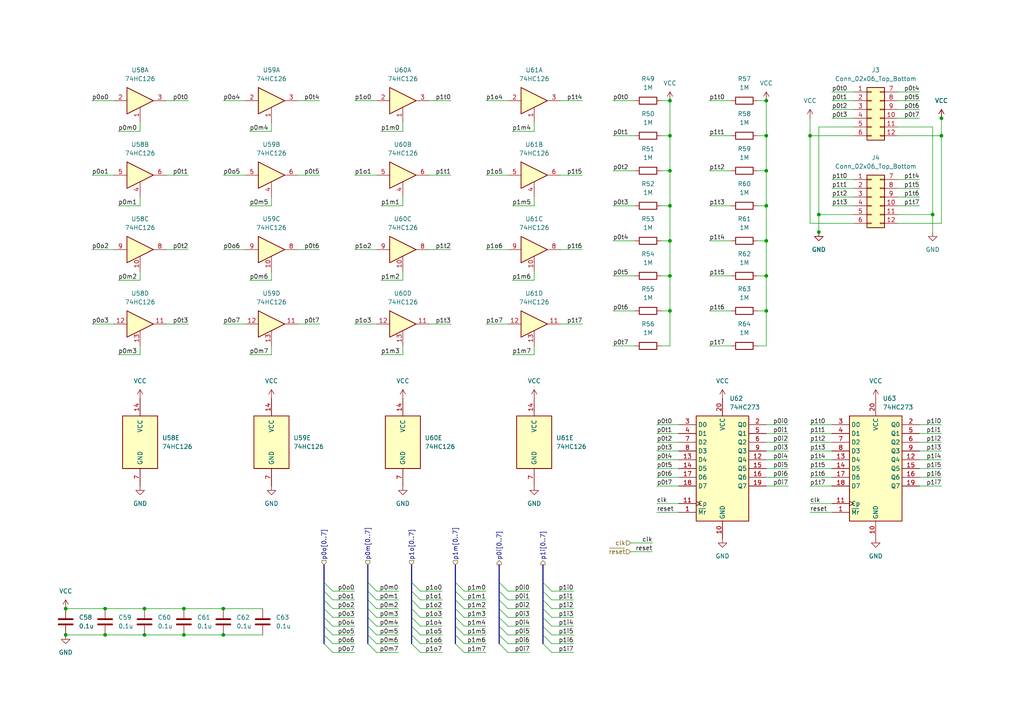
<source format=kicad_sch>
(kicad_sch (version 20211123) (generator eeschema)

  (uuid 13f30d36-4817-49c9-a0ee-17be3d47cc48)

  (paper "A4")

  (lib_symbols
    (symbol "74xx:74LS126" (pin_names (offset 1.016)) (in_bom yes) (on_board yes)
      (property "Reference" "U" (id 0) (at 0 1.27 0)
        (effects (font (size 1.27 1.27)))
      )
      (property "Value" "74LS126" (id 1) (at 0 -1.27 0)
        (effects (font (size 1.27 1.27)))
      )
      (property "Footprint" "" (id 2) (at 0 0 0)
        (effects (font (size 1.27 1.27)) hide)
      )
      (property "Datasheet" "http://www.ti.com/lit/gpn/sn74LS126" (id 3) (at 0 0 0)
        (effects (font (size 1.27 1.27)) hide)
      )
      (property "ki_locked" "" (id 4) (at 0 0 0)
        (effects (font (size 1.27 1.27)))
      )
      (property "ki_keywords" "TTL Buffer 3State" (id 5) (at 0 0 0)
        (effects (font (size 1.27 1.27)) hide)
      )
      (property "ki_description" "Quad buffer 3-State outputs" (id 6) (at 0 0 0)
        (effects (font (size 1.27 1.27)) hide)
      )
      (property "ki_fp_filters" "DIP*W7.62mm*" (id 7) (at 0 0 0)
        (effects (font (size 1.27 1.27)) hide)
      )
      (symbol "74LS126_1_0"
        (polyline
          (pts
            (xy -3.81 3.81)
            (xy -3.81 -3.81)
            (xy 3.81 0)
            (xy -3.81 3.81)
          )
          (stroke (width 0.254) (type default) (color 0 0 0 0))
          (fill (type background))
        )
        (pin input line (at 0 -6.35 90) (length 4.445)
          (name "~" (effects (font (size 1.27 1.27))))
          (number "1" (effects (font (size 1.27 1.27))))
        )
        (pin input line (at -7.62 0 0) (length 3.81)
          (name "~" (effects (font (size 1.27 1.27))))
          (number "2" (effects (font (size 1.27 1.27))))
        )
        (pin tri_state line (at 7.62 0 180) (length 3.81)
          (name "~" (effects (font (size 1.27 1.27))))
          (number "3" (effects (font (size 1.27 1.27))))
        )
      )
      (symbol "74LS126_2_0"
        (polyline
          (pts
            (xy -3.81 3.81)
            (xy -3.81 -3.81)
            (xy 3.81 0)
            (xy -3.81 3.81)
          )
          (stroke (width 0.254) (type default) (color 0 0 0 0))
          (fill (type background))
        )
        (pin input line (at 0 -6.35 90) (length 4.445)
          (name "~" (effects (font (size 1.27 1.27))))
          (number "4" (effects (font (size 1.27 1.27))))
        )
        (pin input line (at -7.62 0 0) (length 3.81)
          (name "~" (effects (font (size 1.27 1.27))))
          (number "5" (effects (font (size 1.27 1.27))))
        )
        (pin tri_state line (at 7.62 0 180) (length 3.81)
          (name "~" (effects (font (size 1.27 1.27))))
          (number "6" (effects (font (size 1.27 1.27))))
        )
      )
      (symbol "74LS126_3_0"
        (polyline
          (pts
            (xy -3.81 3.81)
            (xy -3.81 -3.81)
            (xy 3.81 0)
            (xy -3.81 3.81)
          )
          (stroke (width 0.254) (type default) (color 0 0 0 0))
          (fill (type background))
        )
        (pin input line (at 0 -6.35 90) (length 4.445)
          (name "~" (effects (font (size 1.27 1.27))))
          (number "10" (effects (font (size 1.27 1.27))))
        )
        (pin tri_state line (at 7.62 0 180) (length 3.81)
          (name "~" (effects (font (size 1.27 1.27))))
          (number "8" (effects (font (size 1.27 1.27))))
        )
        (pin input line (at -7.62 0 0) (length 3.81)
          (name "~" (effects (font (size 1.27 1.27))))
          (number "9" (effects (font (size 1.27 1.27))))
        )
      )
      (symbol "74LS126_4_0"
        (polyline
          (pts
            (xy -3.81 3.81)
            (xy -3.81 -3.81)
            (xy 3.81 0)
            (xy -3.81 3.81)
          )
          (stroke (width 0.254) (type default) (color 0 0 0 0))
          (fill (type background))
        )
        (pin tri_state line (at 7.62 0 180) (length 3.81)
          (name "~" (effects (font (size 1.27 1.27))))
          (number "11" (effects (font (size 1.27 1.27))))
        )
        (pin input line (at -7.62 0 0) (length 3.81)
          (name "~" (effects (font (size 1.27 1.27))))
          (number "12" (effects (font (size 1.27 1.27))))
        )
        (pin input line (at 0 -6.35 90) (length 4.445)
          (name "~" (effects (font (size 1.27 1.27))))
          (number "13" (effects (font (size 1.27 1.27))))
        )
      )
      (symbol "74LS126_5_0"
        (pin power_in line (at 0 12.7 270) (length 5.08)
          (name "VCC" (effects (font (size 1.27 1.27))))
          (number "14" (effects (font (size 1.27 1.27))))
        )
        (pin power_in line (at 0 -12.7 90) (length 5.08)
          (name "GND" (effects (font (size 1.27 1.27))))
          (number "7" (effects (font (size 1.27 1.27))))
        )
      )
      (symbol "74LS126_5_1"
        (rectangle (start -5.08 7.62) (end 5.08 -7.62)
          (stroke (width 0.254) (type default) (color 0 0 0 0))
          (fill (type background))
        )
      )
    )
    (symbol "74xx:74LS273" (in_bom yes) (on_board yes)
      (property "Reference" "U" (id 0) (at -7.62 16.51 0)
        (effects (font (size 1.27 1.27)))
      )
      (property "Value" "74LS273" (id 1) (at -7.62 -16.51 0)
        (effects (font (size 1.27 1.27)))
      )
      (property "Footprint" "" (id 2) (at 0 0 0)
        (effects (font (size 1.27 1.27)) hide)
      )
      (property "Datasheet" "http://www.ti.com/lit/gpn/sn74LS273" (id 3) (at 0 0 0)
        (effects (font (size 1.27 1.27)) hide)
      )
      (property "ki_keywords" "TTL DFF DFF8" (id 4) (at 0 0 0)
        (effects (font (size 1.27 1.27)) hide)
      )
      (property "ki_description" "8-bit D Flip-Flop, reset" (id 5) (at 0 0 0)
        (effects (font (size 1.27 1.27)) hide)
      )
      (property "ki_fp_filters" "DIP?20* SO?20* SOIC?20*" (id 6) (at 0 0 0)
        (effects (font (size 1.27 1.27)) hide)
      )
      (symbol "74LS273_1_0"
        (pin input line (at -12.7 -12.7 0) (length 5.08)
          (name "~{Mr}" (effects (font (size 1.27 1.27))))
          (number "1" (effects (font (size 1.27 1.27))))
        )
        (pin power_in line (at 0 -20.32 90) (length 5.08)
          (name "GND" (effects (font (size 1.27 1.27))))
          (number "10" (effects (font (size 1.27 1.27))))
        )
        (pin input clock (at -12.7 -10.16 0) (length 5.08)
          (name "Cp" (effects (font (size 1.27 1.27))))
          (number "11" (effects (font (size 1.27 1.27))))
        )
        (pin output line (at 12.7 2.54 180) (length 5.08)
          (name "Q4" (effects (font (size 1.27 1.27))))
          (number "12" (effects (font (size 1.27 1.27))))
        )
        (pin input line (at -12.7 2.54 0) (length 5.08)
          (name "D4" (effects (font (size 1.27 1.27))))
          (number "13" (effects (font (size 1.27 1.27))))
        )
        (pin input line (at -12.7 0 0) (length 5.08)
          (name "D5" (effects (font (size 1.27 1.27))))
          (number "14" (effects (font (size 1.27 1.27))))
        )
        (pin output line (at 12.7 0 180) (length 5.08)
          (name "Q5" (effects (font (size 1.27 1.27))))
          (number "15" (effects (font (size 1.27 1.27))))
        )
        (pin output line (at 12.7 -2.54 180) (length 5.08)
          (name "Q6" (effects (font (size 1.27 1.27))))
          (number "16" (effects (font (size 1.27 1.27))))
        )
        (pin input line (at -12.7 -2.54 0) (length 5.08)
          (name "D6" (effects (font (size 1.27 1.27))))
          (number "17" (effects (font (size 1.27 1.27))))
        )
        (pin input line (at -12.7 -5.08 0) (length 5.08)
          (name "D7" (effects (font (size 1.27 1.27))))
          (number "18" (effects (font (size 1.27 1.27))))
        )
        (pin output line (at 12.7 -5.08 180) (length 5.08)
          (name "Q7" (effects (font (size 1.27 1.27))))
          (number "19" (effects (font (size 1.27 1.27))))
        )
        (pin output line (at 12.7 12.7 180) (length 5.08)
          (name "Q0" (effects (font (size 1.27 1.27))))
          (number "2" (effects (font (size 1.27 1.27))))
        )
        (pin power_in line (at 0 20.32 270) (length 5.08)
          (name "VCC" (effects (font (size 1.27 1.27))))
          (number "20" (effects (font (size 1.27 1.27))))
        )
        (pin input line (at -12.7 12.7 0) (length 5.08)
          (name "D0" (effects (font (size 1.27 1.27))))
          (number "3" (effects (font (size 1.27 1.27))))
        )
        (pin input line (at -12.7 10.16 0) (length 5.08)
          (name "D1" (effects (font (size 1.27 1.27))))
          (number "4" (effects (font (size 1.27 1.27))))
        )
        (pin output line (at 12.7 10.16 180) (length 5.08)
          (name "Q1" (effects (font (size 1.27 1.27))))
          (number "5" (effects (font (size 1.27 1.27))))
        )
        (pin output line (at 12.7 7.62 180) (length 5.08)
          (name "Q2" (effects (font (size 1.27 1.27))))
          (number "6" (effects (font (size 1.27 1.27))))
        )
        (pin input line (at -12.7 7.62 0) (length 5.08)
          (name "D2" (effects (font (size 1.27 1.27))))
          (number "7" (effects (font (size 1.27 1.27))))
        )
        (pin input line (at -12.7 5.08 0) (length 5.08)
          (name "D3" (effects (font (size 1.27 1.27))))
          (number "8" (effects (font (size 1.27 1.27))))
        )
        (pin output line (at 12.7 5.08 180) (length 5.08)
          (name "Q3" (effects (font (size 1.27 1.27))))
          (number "9" (effects (font (size 1.27 1.27))))
        )
      )
      (symbol "74LS273_1_1"
        (rectangle (start -7.62 15.24) (end 7.62 -15.24)
          (stroke (width 0.254) (type default) (color 0 0 0 0))
          (fill (type background))
        )
      )
    )
    (symbol "Connector_Generic:Conn_02x06_Top_Bottom" (pin_names (offset 1.016) hide) (in_bom yes) (on_board yes)
      (property "Reference" "J" (id 0) (at 1.27 7.62 0)
        (effects (font (size 1.27 1.27)))
      )
      (property "Value" "Conn_02x06_Top_Bottom" (id 1) (at 1.27 -10.16 0)
        (effects (font (size 1.27 1.27)))
      )
      (property "Footprint" "" (id 2) (at 0 0 0)
        (effects (font (size 1.27 1.27)) hide)
      )
      (property "Datasheet" "~" (id 3) (at 0 0 0)
        (effects (font (size 1.27 1.27)) hide)
      )
      (property "ki_keywords" "connector" (id 4) (at 0 0 0)
        (effects (font (size 1.27 1.27)) hide)
      )
      (property "ki_description" "Generic connector, double row, 02x06, top/bottom pin numbering scheme (row 1: 1...pins_per_row, row2: pins_per_row+1 ... num_pins), script generated (kicad-library-utils/schlib/autogen/connector/)" (id 5) (at 0 0 0)
        (effects (font (size 1.27 1.27)) hide)
      )
      (property "ki_fp_filters" "Connector*:*_2x??_*" (id 6) (at 0 0 0)
        (effects (font (size 1.27 1.27)) hide)
      )
      (symbol "Conn_02x06_Top_Bottom_1_1"
        (rectangle (start -1.27 -7.493) (end 0 -7.747)
          (stroke (width 0.1524) (type default) (color 0 0 0 0))
          (fill (type none))
        )
        (rectangle (start -1.27 -4.953) (end 0 -5.207)
          (stroke (width 0.1524) (type default) (color 0 0 0 0))
          (fill (type none))
        )
        (rectangle (start -1.27 -2.413) (end 0 -2.667)
          (stroke (width 0.1524) (type default) (color 0 0 0 0))
          (fill (type none))
        )
        (rectangle (start -1.27 0.127) (end 0 -0.127)
          (stroke (width 0.1524) (type default) (color 0 0 0 0))
          (fill (type none))
        )
        (rectangle (start -1.27 2.667) (end 0 2.413)
          (stroke (width 0.1524) (type default) (color 0 0 0 0))
          (fill (type none))
        )
        (rectangle (start -1.27 5.207) (end 0 4.953)
          (stroke (width 0.1524) (type default) (color 0 0 0 0))
          (fill (type none))
        )
        (rectangle (start -1.27 6.35) (end 3.81 -8.89)
          (stroke (width 0.254) (type default) (color 0 0 0 0))
          (fill (type background))
        )
        (rectangle (start 3.81 -7.493) (end 2.54 -7.747)
          (stroke (width 0.1524) (type default) (color 0 0 0 0))
          (fill (type none))
        )
        (rectangle (start 3.81 -4.953) (end 2.54 -5.207)
          (stroke (width 0.1524) (type default) (color 0 0 0 0))
          (fill (type none))
        )
        (rectangle (start 3.81 -2.413) (end 2.54 -2.667)
          (stroke (width 0.1524) (type default) (color 0 0 0 0))
          (fill (type none))
        )
        (rectangle (start 3.81 0.127) (end 2.54 -0.127)
          (stroke (width 0.1524) (type default) (color 0 0 0 0))
          (fill (type none))
        )
        (rectangle (start 3.81 2.667) (end 2.54 2.413)
          (stroke (width 0.1524) (type default) (color 0 0 0 0))
          (fill (type none))
        )
        (rectangle (start 3.81 5.207) (end 2.54 4.953)
          (stroke (width 0.1524) (type default) (color 0 0 0 0))
          (fill (type none))
        )
        (pin passive line (at -5.08 5.08 0) (length 3.81)
          (name "Pin_1" (effects (font (size 1.27 1.27))))
          (number "1" (effects (font (size 1.27 1.27))))
        )
        (pin passive line (at 7.62 -2.54 180) (length 3.81)
          (name "Pin_10" (effects (font (size 1.27 1.27))))
          (number "10" (effects (font (size 1.27 1.27))))
        )
        (pin passive line (at 7.62 -5.08 180) (length 3.81)
          (name "Pin_11" (effects (font (size 1.27 1.27))))
          (number "11" (effects (font (size 1.27 1.27))))
        )
        (pin passive line (at 7.62 -7.62 180) (length 3.81)
          (name "Pin_12" (effects (font (size 1.27 1.27))))
          (number "12" (effects (font (size 1.27 1.27))))
        )
        (pin passive line (at -5.08 2.54 0) (length 3.81)
          (name "Pin_2" (effects (font (size 1.27 1.27))))
          (number "2" (effects (font (size 1.27 1.27))))
        )
        (pin passive line (at -5.08 0 0) (length 3.81)
          (name "Pin_3" (effects (font (size 1.27 1.27))))
          (number "3" (effects (font (size 1.27 1.27))))
        )
        (pin passive line (at -5.08 -2.54 0) (length 3.81)
          (name "Pin_4" (effects (font (size 1.27 1.27))))
          (number "4" (effects (font (size 1.27 1.27))))
        )
        (pin passive line (at -5.08 -5.08 0) (length 3.81)
          (name "Pin_5" (effects (font (size 1.27 1.27))))
          (number "5" (effects (font (size 1.27 1.27))))
        )
        (pin passive line (at -5.08 -7.62 0) (length 3.81)
          (name "Pin_6" (effects (font (size 1.27 1.27))))
          (number "6" (effects (font (size 1.27 1.27))))
        )
        (pin passive line (at 7.62 5.08 180) (length 3.81)
          (name "Pin_7" (effects (font (size 1.27 1.27))))
          (number "7" (effects (font (size 1.27 1.27))))
        )
        (pin passive line (at 7.62 2.54 180) (length 3.81)
          (name "Pin_8" (effects (font (size 1.27 1.27))))
          (number "8" (effects (font (size 1.27 1.27))))
        )
        (pin passive line (at 7.62 0 180) (length 3.81)
          (name "Pin_9" (effects (font (size 1.27 1.27))))
          (number "9" (effects (font (size 1.27 1.27))))
        )
      )
    )
    (symbol "Device:C" (pin_numbers hide) (pin_names (offset 0.254)) (in_bom yes) (on_board yes)
      (property "Reference" "C" (id 0) (at 0.635 2.54 0)
        (effects (font (size 1.27 1.27)) (justify left))
      )
      (property "Value" "C" (id 1) (at 0.635 -2.54 0)
        (effects (font (size 1.27 1.27)) (justify left))
      )
      (property "Footprint" "" (id 2) (at 0.9652 -3.81 0)
        (effects (font (size 1.27 1.27)) hide)
      )
      (property "Datasheet" "~" (id 3) (at 0 0 0)
        (effects (font (size 1.27 1.27)) hide)
      )
      (property "ki_keywords" "cap capacitor" (id 4) (at 0 0 0)
        (effects (font (size 1.27 1.27)) hide)
      )
      (property "ki_description" "Unpolarized capacitor" (id 5) (at 0 0 0)
        (effects (font (size 1.27 1.27)) hide)
      )
      (property "ki_fp_filters" "C_*" (id 6) (at 0 0 0)
        (effects (font (size 1.27 1.27)) hide)
      )
      (symbol "C_0_1"
        (polyline
          (pts
            (xy -2.032 -0.762)
            (xy 2.032 -0.762)
          )
          (stroke (width 0.508) (type default) (color 0 0 0 0))
          (fill (type none))
        )
        (polyline
          (pts
            (xy -2.032 0.762)
            (xy 2.032 0.762)
          )
          (stroke (width 0.508) (type default) (color 0 0 0 0))
          (fill (type none))
        )
      )
      (symbol "C_1_1"
        (pin passive line (at 0 3.81 270) (length 2.794)
          (name "~" (effects (font (size 1.27 1.27))))
          (number "1" (effects (font (size 1.27 1.27))))
        )
        (pin passive line (at 0 -3.81 90) (length 2.794)
          (name "~" (effects (font (size 1.27 1.27))))
          (number "2" (effects (font (size 1.27 1.27))))
        )
      )
    )
    (symbol "Device:R" (pin_numbers hide) (pin_names (offset 0)) (in_bom yes) (on_board yes)
      (property "Reference" "R" (id 0) (at 2.032 0 90)
        (effects (font (size 1.27 1.27)))
      )
      (property "Value" "R" (id 1) (at 0 0 90)
        (effects (font (size 1.27 1.27)))
      )
      (property "Footprint" "" (id 2) (at -1.778 0 90)
        (effects (font (size 1.27 1.27)) hide)
      )
      (property "Datasheet" "~" (id 3) (at 0 0 0)
        (effects (font (size 1.27 1.27)) hide)
      )
      (property "ki_keywords" "R res resistor" (id 4) (at 0 0 0)
        (effects (font (size 1.27 1.27)) hide)
      )
      (property "ki_description" "Resistor" (id 5) (at 0 0 0)
        (effects (font (size 1.27 1.27)) hide)
      )
      (property "ki_fp_filters" "R_*" (id 6) (at 0 0 0)
        (effects (font (size 1.27 1.27)) hide)
      )
      (symbol "R_0_1"
        (rectangle (start -1.016 -2.54) (end 1.016 2.54)
          (stroke (width 0.254) (type default) (color 0 0 0 0))
          (fill (type none))
        )
      )
      (symbol "R_1_1"
        (pin passive line (at 0 3.81 270) (length 1.27)
          (name "~" (effects (font (size 1.27 1.27))))
          (number "1" (effects (font (size 1.27 1.27))))
        )
        (pin passive line (at 0 -3.81 90) (length 1.27)
          (name "~" (effects (font (size 1.27 1.27))))
          (number "2" (effects (font (size 1.27 1.27))))
        )
      )
    )
    (symbol "power:GND" (power) (pin_names (offset 0)) (in_bom yes) (on_board yes)
      (property "Reference" "#PWR" (id 0) (at 0 -6.35 0)
        (effects (font (size 1.27 1.27)) hide)
      )
      (property "Value" "GND" (id 1) (at 0 -3.81 0)
        (effects (font (size 1.27 1.27)))
      )
      (property "Footprint" "" (id 2) (at 0 0 0)
        (effects (font (size 1.27 1.27)) hide)
      )
      (property "Datasheet" "" (id 3) (at 0 0 0)
        (effects (font (size 1.27 1.27)) hide)
      )
      (property "ki_keywords" "power-flag" (id 4) (at 0 0 0)
        (effects (font (size 1.27 1.27)) hide)
      )
      (property "ki_description" "Power symbol creates a global label with name \"GND\" , ground" (id 5) (at 0 0 0)
        (effects (font (size 1.27 1.27)) hide)
      )
      (symbol "GND_0_1"
        (polyline
          (pts
            (xy 0 0)
            (xy 0 -1.27)
            (xy 1.27 -1.27)
            (xy 0 -2.54)
            (xy -1.27 -1.27)
            (xy 0 -1.27)
          )
          (stroke (width 0) (type default) (color 0 0 0 0))
          (fill (type none))
        )
      )
      (symbol "GND_1_1"
        (pin power_in line (at 0 0 270) (length 0) hide
          (name "GND" (effects (font (size 1.27 1.27))))
          (number "1" (effects (font (size 1.27 1.27))))
        )
      )
    )
    (symbol "power:VCC" (power) (pin_names (offset 0)) (in_bom yes) (on_board yes)
      (property "Reference" "#PWR" (id 0) (at 0 -3.81 0)
        (effects (font (size 1.27 1.27)) hide)
      )
      (property "Value" "VCC" (id 1) (at 0 3.81 0)
        (effects (font (size 1.27 1.27)))
      )
      (property "Footprint" "" (id 2) (at 0 0 0)
        (effects (font (size 1.27 1.27)) hide)
      )
      (property "Datasheet" "" (id 3) (at 0 0 0)
        (effects (font (size 1.27 1.27)) hide)
      )
      (property "ki_keywords" "power-flag" (id 4) (at 0 0 0)
        (effects (font (size 1.27 1.27)) hide)
      )
      (property "ki_description" "Power symbol creates a global label with name \"VCC\"" (id 5) (at 0 0 0)
        (effects (font (size 1.27 1.27)) hide)
      )
      (symbol "VCC_0_1"
        (polyline
          (pts
            (xy -0.762 1.27)
            (xy 0 2.54)
          )
          (stroke (width 0) (type default) (color 0 0 0 0))
          (fill (type none))
        )
        (polyline
          (pts
            (xy 0 0)
            (xy 0 2.54)
          )
          (stroke (width 0) (type default) (color 0 0 0 0))
          (fill (type none))
        )
        (polyline
          (pts
            (xy 0 2.54)
            (xy 0.762 1.27)
          )
          (stroke (width 0) (type default) (color 0 0 0 0))
          (fill (type none))
        )
      )
      (symbol "VCC_1_1"
        (pin power_in line (at 0 0 90) (length 0) hide
          (name "VCC" (effects (font (size 1.27 1.27))))
          (number "1" (effects (font (size 1.27 1.27))))
        )
      )
    )
  )

  (junction (at 19.05 176.53) (diameter 0) (color 0 0 0 0)
    (uuid 13deef24-40f3-414b-9179-907adfbc8cc0)
  )
  (junction (at 194.31 29.21) (diameter 0) (color 0 0 0 0)
    (uuid 25f44fd7-a45b-4c57-9cbc-8a572002dac8)
  )
  (junction (at 234.95 39.37) (diameter 0) (color 0 0 0 0)
    (uuid 3701b661-7360-4da6-94cd-4101cf556a8c)
  )
  (junction (at 41.91 176.53) (diameter 0) (color 0 0 0 0)
    (uuid 3ece375a-eb92-4b8c-89eb-f813363b1c8a)
  )
  (junction (at 222.25 49.53) (diameter 0) (color 0 0 0 0)
    (uuid 5064ee9a-44cf-43f1-ac3e-c7545c9c5c7f)
  )
  (junction (at 222.25 39.37) (diameter 0) (color 0 0 0 0)
    (uuid 6408442b-0f6a-44ae-98a2-8d9ee72052fc)
  )
  (junction (at 194.31 90.17) (diameter 0) (color 0 0 0 0)
    (uuid 6db2f100-6c3e-4ad3-a223-c94c7e2880d9)
  )
  (junction (at 19.05 184.15) (diameter 0) (color 0 0 0 0)
    (uuid 6e07adeb-e139-4f93-b893-4ccc103fc888)
  )
  (junction (at 53.34 184.15) (diameter 0) (color 0 0 0 0)
    (uuid 6e799e44-92fa-4404-b6e3-27611143f09c)
  )
  (junction (at 194.31 69.85) (diameter 0) (color 0 0 0 0)
    (uuid 70cc5213-e756-4d6b-9a32-046635c2d9d6)
  )
  (junction (at 222.25 69.85) (diameter 0) (color 0 0 0 0)
    (uuid 7b72a176-1767-48ab-b551-a40ae8cc678c)
  )
  (junction (at 222.25 59.69) (diameter 0) (color 0 0 0 0)
    (uuid 874b8a3c-3e45-4cec-9084-e5d804feb9e5)
  )
  (junction (at 273.05 39.37) (diameter 0) (color 0 0 0 0)
    (uuid 9b0a97f6-be41-48ae-b03c-eb270462541e)
  )
  (junction (at 222.25 80.01) (diameter 0) (color 0 0 0 0)
    (uuid 9c2a9e51-9c37-4c98-bebd-bad8864c3261)
  )
  (junction (at 194.31 39.37) (diameter 0) (color 0 0 0 0)
    (uuid a6e87d41-119d-4735-bdb7-243865b76b1b)
  )
  (junction (at 237.49 67.31) (diameter 0) (color 0 0 0 0)
    (uuid ac57c0d4-fe61-4853-ba9e-cd1fc96c5ad2)
  )
  (junction (at 30.48 176.53) (diameter 0) (color 0 0 0 0)
    (uuid b4bae07d-d0c3-4432-87d8-469357ccab29)
  )
  (junction (at 222.25 29.21) (diameter 0) (color 0 0 0 0)
    (uuid b6075768-8fe1-4d29-9df9-4db42b9efe70)
  )
  (junction (at 194.31 80.01) (diameter 0) (color 0 0 0 0)
    (uuid bf5d21f2-ba1b-430f-bcd8-dc5a7d09d9eb)
  )
  (junction (at 270.51 62.23) (diameter 0) (color 0 0 0 0)
    (uuid c39a08b3-79e1-4e47-9c14-f51cb322cbe3)
  )
  (junction (at 273.05 34.29) (diameter 0) (color 0 0 0 0)
    (uuid c601662f-d20d-44b7-9b06-fe45f876a230)
  )
  (junction (at 64.77 176.53) (diameter 0) (color 0 0 0 0)
    (uuid c90a8e7d-5dbb-40ad-a53a-bf8a97c2fe3c)
  )
  (junction (at 194.31 59.69) (diameter 0) (color 0 0 0 0)
    (uuid d06de843-e68f-43b4-a1e5-af514e6bcfdd)
  )
  (junction (at 64.77 184.15) (diameter 0) (color 0 0 0 0)
    (uuid d0baccf8-519d-4dbc-9b2f-cdb00a608dd7)
  )
  (junction (at 194.31 49.53) (diameter 0) (color 0 0 0 0)
    (uuid d44df17a-1edb-4905-8161-3a965695b56d)
  )
  (junction (at 53.34 176.53) (diameter 0) (color 0 0 0 0)
    (uuid d53acd92-c1b8-4e65-8ea7-779e774f77ae)
  )
  (junction (at 30.48 184.15) (diameter 0) (color 0 0 0 0)
    (uuid e1c2df09-b333-4fc9-9ed2-8da1cc427be2)
  )
  (junction (at 41.91 184.15) (diameter 0) (color 0 0 0 0)
    (uuid e5036c97-cb43-4a2d-893b-fad71571fb67)
  )
  (junction (at 222.25 90.17) (diameter 0) (color 0 0 0 0)
    (uuid ee31b11d-c093-4973-92bc-b2b99acdf6ce)
  )
  (junction (at 237.49 62.23) (diameter 0) (color 0 0 0 0)
    (uuid f38b14ef-e300-4e05-95d4-0d6bfd6508a1)
  )

  (bus_entry (at 106.68 171.45) (size 2.54 2.54)
    (stroke (width 0) (type default) (color 0 0 0 0))
    (uuid 020e46e9-95c1-425d-bbe6-dc5750c46d81)
  )
  (bus_entry (at 157.48 181.61) (size 2.54 2.54)
    (stroke (width 0) (type default) (color 0 0 0 0))
    (uuid 117a4f26-34b1-40c9-9b2d-14ae31e85982)
  )
  (bus_entry (at 144.78 173.99) (size 2.54 2.54)
    (stroke (width 0) (type default) (color 0 0 0 0))
    (uuid 11b3875b-d8d0-4fc8-90ca-3d6e326f84d6)
  )
  (bus_entry (at 157.48 173.99) (size 2.54 2.54)
    (stroke (width 0) (type default) (color 0 0 0 0))
    (uuid 14c688ad-5da4-4a7d-bce4-d009d365726b)
  )
  (bus_entry (at 93.98 168.91) (size 2.54 2.54)
    (stroke (width 0) (type default) (color 0 0 0 0))
    (uuid 159f0dd4-d74a-4af7-a421-9bd74552e395)
  )
  (bus_entry (at 132.08 179.07) (size 2.54 2.54)
    (stroke (width 0) (type default) (color 0 0 0 0))
    (uuid 254d5d5c-f36e-4601-bcf6-fd3a19796ed4)
  )
  (bus_entry (at 93.98 186.69) (size 2.54 2.54)
    (stroke (width 0) (type default) (color 0 0 0 0))
    (uuid 25b878d7-7b3e-4212-96f8-d43d1678c0bd)
  )
  (bus_entry (at 144.78 186.69) (size 2.54 2.54)
    (stroke (width 0) (type default) (color 0 0 0 0))
    (uuid 2846159c-29fc-42b9-a76c-1adab38628cb)
  )
  (bus_entry (at 132.08 176.53) (size 2.54 2.54)
    (stroke (width 0) (type default) (color 0 0 0 0))
    (uuid 2d908a2d-4a3a-46b9-8afc-78458586e475)
  )
  (bus_entry (at 119.38 186.69) (size 2.54 2.54)
    (stroke (width 0) (type default) (color 0 0 0 0))
    (uuid 3528708d-1e53-401e-b3de-6303bf93587e)
  )
  (bus_entry (at 106.68 181.61) (size 2.54 2.54)
    (stroke (width 0) (type default) (color 0 0 0 0))
    (uuid 3a9f2475-0ad4-4114-80b9-4091e4ca23a2)
  )
  (bus_entry (at 119.38 171.45) (size 2.54 2.54)
    (stroke (width 0) (type default) (color 0 0 0 0))
    (uuid 3e03d403-62a3-4473-94de-f88d0c11357f)
  )
  (bus_entry (at 132.08 186.69) (size 2.54 2.54)
    (stroke (width 0) (type default) (color 0 0 0 0))
    (uuid 412c1e2a-a5a1-47b7-a440-0664e515e7ff)
  )
  (bus_entry (at 157.48 179.07) (size 2.54 2.54)
    (stroke (width 0) (type default) (color 0 0 0 0))
    (uuid 454c73ff-8ffd-41c9-aebb-ef425d01c629)
  )
  (bus_entry (at 119.38 168.91) (size 2.54 2.54)
    (stroke (width 0) (type default) (color 0 0 0 0))
    (uuid 46a35c41-5fb3-43ea-9718-c79418008917)
  )
  (bus_entry (at 132.08 181.61) (size 2.54 2.54)
    (stroke (width 0) (type default) (color 0 0 0 0))
    (uuid 47fd61a5-d598-492e-a94b-7692cbd9973c)
  )
  (bus_entry (at 157.48 168.91) (size 2.54 2.54)
    (stroke (width 0) (type default) (color 0 0 0 0))
    (uuid 4d2a6f4a-4658-4194-9928-14cf2efdb4e9)
  )
  (bus_entry (at 157.48 176.53) (size 2.54 2.54)
    (stroke (width 0) (type default) (color 0 0 0 0))
    (uuid 4ed14edc-b9dc-4793-b2b6-a8dd30fb4542)
  )
  (bus_entry (at 157.48 171.45) (size 2.54 2.54)
    (stroke (width 0) (type default) (color 0 0 0 0))
    (uuid 53fc5800-e020-4173-a339-b1d99354276b)
  )
  (bus_entry (at 132.08 168.91) (size 2.54 2.54)
    (stroke (width 0) (type default) (color 0 0 0 0))
    (uuid 553b27fc-ce0f-4415-b287-0d3bb56a32db)
  )
  (bus_entry (at 144.78 181.61) (size 2.54 2.54)
    (stroke (width 0) (type default) (color 0 0 0 0))
    (uuid 60ff64fc-4484-4db1-b61b-c461fc63e1af)
  )
  (bus_entry (at 119.38 181.61) (size 2.54 2.54)
    (stroke (width 0) (type default) (color 0 0 0 0))
    (uuid 6366e4c7-a705-4715-b6a9-ef82898c4b8e)
  )
  (bus_entry (at 119.38 184.15) (size 2.54 2.54)
    (stroke (width 0) (type default) (color 0 0 0 0))
    (uuid 65ec8b68-612c-4682-9d4f-20d52f1e6b15)
  )
  (bus_entry (at 106.68 179.07) (size 2.54 2.54)
    (stroke (width 0) (type default) (color 0 0 0 0))
    (uuid 66ecd51d-e1ba-47fc-bf4c-2a416b295bdc)
  )
  (bus_entry (at 93.98 181.61) (size 2.54 2.54)
    (stroke (width 0) (type default) (color 0 0 0 0))
    (uuid 66f75011-2385-47b4-822f-a1a065977563)
  )
  (bus_entry (at 119.38 179.07) (size 2.54 2.54)
    (stroke (width 0) (type default) (color 0 0 0 0))
    (uuid 6d8b7d51-0da8-4e24-ae3d-259ed32acd78)
  )
  (bus_entry (at 144.78 179.07) (size 2.54 2.54)
    (stroke (width 0) (type default) (color 0 0 0 0))
    (uuid 77b1996a-7382-4b19-87a9-05febecf085a)
  )
  (bus_entry (at 106.68 168.91) (size 2.54 2.54)
    (stroke (width 0) (type default) (color 0 0 0 0))
    (uuid 7af31bba-cc64-4e61-bf83-66cfaa2cc649)
  )
  (bus_entry (at 132.08 184.15) (size 2.54 2.54)
    (stroke (width 0) (type default) (color 0 0 0 0))
    (uuid 8186f415-380d-49f5-92d6-ef39657f04ab)
  )
  (bus_entry (at 93.98 176.53) (size 2.54 2.54)
    (stroke (width 0) (type default) (color 0 0 0 0))
    (uuid 87af88e5-dc81-4bf7-b717-b80eaf91b0bc)
  )
  (bus_entry (at 144.78 184.15) (size 2.54 2.54)
    (stroke (width 0) (type default) (color 0 0 0 0))
    (uuid 8b02452c-f630-43ff-9a08-0c780de3bb2b)
  )
  (bus_entry (at 106.68 173.99) (size 2.54 2.54)
    (stroke (width 0) (type default) (color 0 0 0 0))
    (uuid 98cdfc7a-5e3d-4f64-994f-51837293aea4)
  )
  (bus_entry (at 119.38 173.99) (size 2.54 2.54)
    (stroke (width 0) (type default) (color 0 0 0 0))
    (uuid 9acb5102-9f35-4b96-a968-a5a1acec5cad)
  )
  (bus_entry (at 132.08 173.99) (size 2.54 2.54)
    (stroke (width 0) (type default) (color 0 0 0 0))
    (uuid 9f4d613e-a0cb-482c-9fd7-d6e2253e67a7)
  )
  (bus_entry (at 119.38 176.53) (size 2.54 2.54)
    (stroke (width 0) (type default) (color 0 0 0 0))
    (uuid bb1a1e4f-f821-47e3-acd2-ae5886527960)
  )
  (bus_entry (at 93.98 171.45) (size 2.54 2.54)
    (stroke (width 0) (type default) (color 0 0 0 0))
    (uuid bf857b63-d845-46fc-8a62-47b39304736e)
  )
  (bus_entry (at 106.68 176.53) (size 2.54 2.54)
    (stroke (width 0) (type default) (color 0 0 0 0))
    (uuid bffb6889-ed5b-4904-8287-8327cd02077c)
  )
  (bus_entry (at 144.78 171.45) (size 2.54 2.54)
    (stroke (width 0) (type default) (color 0 0 0 0))
    (uuid c0f4ff1a-76be-423e-8ddb-7060efb45454)
  )
  (bus_entry (at 93.98 184.15) (size 2.54 2.54)
    (stroke (width 0) (type default) (color 0 0 0 0))
    (uuid c1adbd75-ebe7-4c12-bd44-45c257d34b58)
  )
  (bus_entry (at 93.98 173.99) (size 2.54 2.54)
    (stroke (width 0) (type default) (color 0 0 0 0))
    (uuid c5a8b80f-b7b4-4ac5-a5c1-e248917d01fc)
  )
  (bus_entry (at 93.98 179.07) (size 2.54 2.54)
    (stroke (width 0) (type default) (color 0 0 0 0))
    (uuid cf83c6ea-ce47-4d3d-bd50-ebf1ec8daf38)
  )
  (bus_entry (at 144.78 176.53) (size 2.54 2.54)
    (stroke (width 0) (type default) (color 0 0 0 0))
    (uuid d365f878-6297-48a0-9596-b0c44606a8da)
  )
  (bus_entry (at 157.48 184.15) (size 2.54 2.54)
    (stroke (width 0) (type default) (color 0 0 0 0))
    (uuid d543781f-b8cf-4478-80ac-3f397cde0de4)
  )
  (bus_entry (at 132.08 171.45) (size 2.54 2.54)
    (stroke (width 0) (type default) (color 0 0 0 0))
    (uuid d9000008-71a6-4081-8101-3b9139a4a2fc)
  )
  (bus_entry (at 106.68 184.15) (size 2.54 2.54)
    (stroke (width 0) (type default) (color 0 0 0 0))
    (uuid d9d07646-2153-465a-821f-78bd514a9bdd)
  )
  (bus_entry (at 157.48 186.69) (size 2.54 2.54)
    (stroke (width 0) (type default) (color 0 0 0 0))
    (uuid e8398e20-673e-4fe8-8eb0-8f1b05408321)
  )
  (bus_entry (at 106.68 186.69) (size 2.54 2.54)
    (stroke (width 0) (type default) (color 0 0 0 0))
    (uuid e9e810cf-56e2-491e-89ea-272999d2fe85)
  )
  (bus_entry (at 144.78 168.91) (size 2.54 2.54)
    (stroke (width 0) (type default) (color 0 0 0 0))
    (uuid f8ced534-276a-4939-a3af-9ce39b3e015d)
  )

  (wire (pts (xy 222.25 80.01) (xy 219.71 80.01))
    (stroke (width 0) (type default) (color 0 0 0 0))
    (uuid 0043493e-192b-4bd9-88d8-3796f6480922)
  )
  (wire (pts (xy 222.25 90.17) (xy 219.71 90.17))
    (stroke (width 0) (type default) (color 0 0 0 0))
    (uuid 01f8e090-9d0c-489f-9527-f983b89a7e8e)
  )
  (wire (pts (xy 26.67 72.39) (xy 33.02 72.39))
    (stroke (width 0) (type default) (color 0 0 0 0))
    (uuid 026990db-9f95-4efe-8ae9-73eb34e3aa3d)
  )
  (wire (pts (xy 40.64 100.33) (xy 40.64 102.87))
    (stroke (width 0) (type default) (color 0 0 0 0))
    (uuid 0328b461-fa4d-4883-8376-84a222754a5b)
  )
  (wire (pts (xy 194.31 39.37) (xy 194.31 49.53))
    (stroke (width 0) (type default) (color 0 0 0 0))
    (uuid 0356138d-8a8d-4ba6-aefd-70724dd926b0)
  )
  (wire (pts (xy 190.5 148.59) (xy 196.85 148.59))
    (stroke (width 0) (type default) (color 0 0 0 0))
    (uuid 05905a3b-db6a-415f-804d-ba48a1f1cf0f)
  )
  (wire (pts (xy 34.29 81.28) (xy 40.64 81.28))
    (stroke (width 0) (type default) (color 0 0 0 0))
    (uuid 073185b6-659f-4792-8f48-677cfe91129f)
  )
  (bus (pts (xy 144.78 184.15) (xy 144.78 186.69))
    (stroke (width 0) (type default) (color 0 0 0 0))
    (uuid 080f1d19-2e43-4481-a56f-bd0eeb0966ec)
  )

  (wire (pts (xy 241.3 59.69) (xy 247.65 59.69))
    (stroke (width 0) (type default) (color 0 0 0 0))
    (uuid 08b39a1f-8095-4cb3-91c8-67b9d40eb705)
  )
  (wire (pts (xy 109.22 171.45) (xy 115.57 171.45))
    (stroke (width 0) (type default) (color 0 0 0 0))
    (uuid 09457e1a-877e-4068-a8dc-d6feceacb6ee)
  )
  (bus (pts (xy 119.38 176.53) (xy 119.38 179.07))
    (stroke (width 0) (type default) (color 0 0 0 0))
    (uuid 09689229-92ed-4937-95c2-f13252d4f9d5)
  )

  (wire (pts (xy 53.34 184.15) (xy 64.77 184.15))
    (stroke (width 0) (type default) (color 0 0 0 0))
    (uuid 09e9361d-9634-4fa4-9588-5f9e1e98fea6)
  )
  (wire (pts (xy 147.32 181.61) (xy 153.67 181.61))
    (stroke (width 0) (type default) (color 0 0 0 0))
    (uuid 0a50b742-26a8-4634-b41d-9a3ffe54ab34)
  )
  (bus (pts (xy 93.98 179.07) (xy 93.98 181.61))
    (stroke (width 0) (type default) (color 0 0 0 0))
    (uuid 0a87165a-67c9-4222-b7d6-71262ac943c3)
  )

  (wire (pts (xy 234.95 64.77) (xy 247.65 64.77))
    (stroke (width 0) (type default) (color 0 0 0 0))
    (uuid 0b8dfe9c-39c3-47fe-a44f-7ef6b0d1e050)
  )
  (wire (pts (xy 121.92 186.69) (xy 128.27 186.69))
    (stroke (width 0) (type default) (color 0 0 0 0))
    (uuid 0de2e8e6-fa54-4ea8-a0d6-93cd96360369)
  )
  (wire (pts (xy 241.3 57.15) (xy 247.65 57.15))
    (stroke (width 0) (type default) (color 0 0 0 0))
    (uuid 108b0f01-fb46-47ec-b220-9e2e20914894)
  )
  (wire (pts (xy 205.74 59.69) (xy 212.09 59.69))
    (stroke (width 0) (type default) (color 0 0 0 0))
    (uuid 12fc66b7-89a6-4aee-94d3-e9e92f58383b)
  )
  (bus (pts (xy 144.78 179.07) (xy 144.78 181.61))
    (stroke (width 0) (type default) (color 0 0 0 0))
    (uuid 136c9988-72d4-44fa-a23a-394a5ead0e57)
  )

  (wire (pts (xy 222.25 69.85) (xy 219.71 69.85))
    (stroke (width 0) (type default) (color 0 0 0 0))
    (uuid 1407d508-2d6a-4579-bbeb-28e73f8b06a7)
  )
  (wire (pts (xy 148.59 81.28) (xy 154.94 81.28))
    (stroke (width 0) (type default) (color 0 0 0 0))
    (uuid 15ca4a45-ea16-44a2-afa3-9ee93e84a6ee)
  )
  (wire (pts (xy 109.22 176.53) (xy 115.57 176.53))
    (stroke (width 0) (type default) (color 0 0 0 0))
    (uuid 16f1428d-9da1-4b5f-b91b-3fe6b783ab9e)
  )
  (wire (pts (xy 237.49 62.23) (xy 237.49 67.31))
    (stroke (width 0) (type default) (color 0 0 0 0))
    (uuid 18c87456-8e95-44bb-ac08-49550a888196)
  )
  (wire (pts (xy 234.95 39.37) (xy 247.65 39.37))
    (stroke (width 0) (type default) (color 0 0 0 0))
    (uuid 197f8b2c-3131-475e-89f2-e7e93a084549)
  )
  (wire (pts (xy 160.02 181.61) (xy 166.37 181.61))
    (stroke (width 0) (type default) (color 0 0 0 0))
    (uuid 1a974267-d67a-4dd0-8485-17667014362c)
  )
  (bus (pts (xy 119.38 173.99) (xy 119.38 176.53))
    (stroke (width 0) (type default) (color 0 0 0 0))
    (uuid 1c3dd925-d127-4d2e-935b-69b8e3b05bb1)
  )

  (wire (pts (xy 96.52 184.15) (xy 102.87 184.15))
    (stroke (width 0) (type default) (color 0 0 0 0))
    (uuid 1e4b045a-d8ef-4108-bb4b-02c7aae7ad9d)
  )
  (wire (pts (xy 134.62 181.61) (xy 140.97 181.61))
    (stroke (width 0) (type default) (color 0 0 0 0))
    (uuid 1ef55b5e-27ff-4c8d-83e7-e53d7cafccac)
  )
  (bus (pts (xy 132.08 179.07) (xy 132.08 181.61))
    (stroke (width 0) (type default) (color 0 0 0 0))
    (uuid 1fb1541a-60e5-4052-8747-837b515114f0)
  )

  (wire (pts (xy 194.31 90.17) (xy 194.31 100.33))
    (stroke (width 0) (type default) (color 0 0 0 0))
    (uuid 201eea41-65c1-4b96-9c74-0d736859fb2c)
  )
  (wire (pts (xy 177.8 80.01) (xy 184.15 80.01))
    (stroke (width 0) (type default) (color 0 0 0 0))
    (uuid 2037aeaf-a19f-4a72-a3d5-e9bfc679b457)
  )
  (wire (pts (xy 237.49 36.83) (xy 247.65 36.83))
    (stroke (width 0) (type default) (color 0 0 0 0))
    (uuid 20c3f3e1-a385-459a-bff7-65cbb6af6a52)
  )
  (wire (pts (xy 260.35 64.77) (xy 273.05 64.77))
    (stroke (width 0) (type default) (color 0 0 0 0))
    (uuid 2423aac3-1625-427b-b2c3-bfac66fc1f67)
  )
  (wire (pts (xy 64.77 72.39) (xy 71.12 72.39))
    (stroke (width 0) (type default) (color 0 0 0 0))
    (uuid 24a42dc9-ba97-46c7-b8d5-33a5c1549e1f)
  )
  (wire (pts (xy 266.7 130.81) (xy 273.05 130.81))
    (stroke (width 0) (type default) (color 0 0 0 0))
    (uuid 26ab44c6-6c27-4b20-be96-17c646f6dafa)
  )
  (wire (pts (xy 205.74 100.33) (xy 212.09 100.33))
    (stroke (width 0) (type default) (color 0 0 0 0))
    (uuid 2757d1ba-7c0d-4d39-8c18-04c064662f22)
  )
  (wire (pts (xy 190.5 128.27) (xy 196.85 128.27))
    (stroke (width 0) (type default) (color 0 0 0 0))
    (uuid 27ffa387-dcba-45f2-9c6b-2cea50826979)
  )
  (wire (pts (xy 234.95 39.37) (xy 234.95 64.77))
    (stroke (width 0) (type default) (color 0 0 0 0))
    (uuid 29af1947-8f02-4dd1-9bf7-9aba1a48cdc0)
  )
  (wire (pts (xy 40.64 78.74) (xy 40.64 81.28))
    (stroke (width 0) (type default) (color 0 0 0 0))
    (uuid 2a61407f-d851-4235-80b6-f30ac50c7a99)
  )
  (wire (pts (xy 162.56 72.39) (xy 168.91 72.39))
    (stroke (width 0) (type default) (color 0 0 0 0))
    (uuid 2bcd2454-42e5-4f1c-b18f-846d9353a338)
  )
  (wire (pts (xy 194.31 39.37) (xy 191.77 39.37))
    (stroke (width 0) (type default) (color 0 0 0 0))
    (uuid 2becd1b2-4443-476c-92e6-ae3c93cad1b9)
  )
  (bus (pts (xy 132.08 168.91) (xy 132.08 171.45))
    (stroke (width 0) (type default) (color 0 0 0 0))
    (uuid 2fa6125c-e1ef-4806-8e70-4d08a536708e)
  )

  (wire (pts (xy 86.36 93.98) (xy 92.71 93.98))
    (stroke (width 0) (type default) (color 0 0 0 0))
    (uuid 31a33a25-2a56-40c5-9879-c96c6e73e2ce)
  )
  (wire (pts (xy 78.74 57.15) (xy 78.74 59.69))
    (stroke (width 0) (type default) (color 0 0 0 0))
    (uuid 33f5d2ab-3a32-43cc-ac7c-11b63c1bdf85)
  )
  (bus (pts (xy 157.48 163.83) (xy 157.48 168.91))
    (stroke (width 0) (type default) (color 0 0 0 0))
    (uuid 342e3064-0ac2-4a78-8f52-051c97bef950)
  )
  (bus (pts (xy 132.08 173.99) (xy 132.08 176.53))
    (stroke (width 0) (type default) (color 0 0 0 0))
    (uuid 34cecb56-52dd-46df-8cab-ecb7748bcedd)
  )

  (wire (pts (xy 241.3 31.75) (xy 247.65 31.75))
    (stroke (width 0) (type default) (color 0 0 0 0))
    (uuid 36e76b49-3ce3-4e06-9f3a-855925262eff)
  )
  (wire (pts (xy 270.51 62.23) (xy 270.51 67.31))
    (stroke (width 0) (type default) (color 0 0 0 0))
    (uuid 37e077c5-c8f3-4427-a006-fa1411af42e2)
  )
  (wire (pts (xy 64.77 93.98) (xy 71.12 93.98))
    (stroke (width 0) (type default) (color 0 0 0 0))
    (uuid 37f8bafd-c485-4d76-90b6-f6cb11da4f7a)
  )
  (wire (pts (xy 102.87 29.21) (xy 109.22 29.21))
    (stroke (width 0) (type default) (color 0 0 0 0))
    (uuid 38d8e7af-b465-436b-b491-794f1d178354)
  )
  (wire (pts (xy 160.02 186.69) (xy 166.37 186.69))
    (stroke (width 0) (type default) (color 0 0 0 0))
    (uuid 3a2ead94-1dec-48b6-9ddb-9213f846c0e2)
  )
  (wire (pts (xy 110.49 38.1) (xy 116.84 38.1))
    (stroke (width 0) (type default) (color 0 0 0 0))
    (uuid 3baf7e30-abfc-46ff-a95c-9bc2306a6a3f)
  )
  (bus (pts (xy 106.68 163.83) (xy 106.68 168.91))
    (stroke (width 0) (type default) (color 0 0 0 0))
    (uuid 3c056c21-1035-4559-ac56-ed247828de19)
  )
  (bus (pts (xy 119.38 181.61) (xy 119.38 184.15))
    (stroke (width 0) (type default) (color 0 0 0 0))
    (uuid 3d89e935-a2c2-46b0-a71d-a74dccb3ec32)
  )

  (wire (pts (xy 222.25 125.73) (xy 228.6 125.73))
    (stroke (width 0) (type default) (color 0 0 0 0))
    (uuid 3d9bdc3d-b29b-4f8f-9725-3f394f6547c4)
  )
  (wire (pts (xy 162.56 29.21) (xy 168.91 29.21))
    (stroke (width 0) (type default) (color 0 0 0 0))
    (uuid 3f7edda1-c7ac-4806-ab7f-6fa4d8333c24)
  )
  (wire (pts (xy 273.05 64.77) (xy 273.05 39.37))
    (stroke (width 0) (type default) (color 0 0 0 0))
    (uuid 42aa9243-31b4-4c2c-b531-7da4bd177f71)
  )
  (wire (pts (xy 78.74 100.33) (xy 78.74 102.87))
    (stroke (width 0) (type default) (color 0 0 0 0))
    (uuid 4348a316-2717-4d81-9ef5-e61abf632994)
  )
  (wire (pts (xy 177.8 49.53) (xy 184.15 49.53))
    (stroke (width 0) (type default) (color 0 0 0 0))
    (uuid 451ec094-f0d1-48d2-8d11-906d27497e1f)
  )
  (bus (pts (xy 132.08 181.61) (xy 132.08 184.15))
    (stroke (width 0) (type default) (color 0 0 0 0))
    (uuid 4526929f-df11-496e-bda4-980f1614eea3)
  )

  (wire (pts (xy 147.32 176.53) (xy 153.67 176.53))
    (stroke (width 0) (type default) (color 0 0 0 0))
    (uuid 45a615e7-70c3-4dc1-bee5-624a708ede92)
  )
  (bus (pts (xy 132.08 184.15) (xy 132.08 186.69))
    (stroke (width 0) (type default) (color 0 0 0 0))
    (uuid 46ae7076-0f53-435a-ab4b-3cdae177813a)
  )

  (wire (pts (xy 72.39 102.87) (xy 78.74 102.87))
    (stroke (width 0) (type default) (color 0 0 0 0))
    (uuid 47260451-cd21-4448-afd9-e64c49cf1ab4)
  )
  (wire (pts (xy 96.52 173.99) (xy 102.87 173.99))
    (stroke (width 0) (type default) (color 0 0 0 0))
    (uuid 47611eb1-0481-4db5-b13b-9d5d26aa6d77)
  )
  (wire (pts (xy 72.39 59.69) (xy 78.74 59.69))
    (stroke (width 0) (type default) (color 0 0 0 0))
    (uuid 4b5c0ef3-55ee-40de-b688-9639be953ed6)
  )
  (bus (pts (xy 132.08 171.45) (xy 132.08 173.99))
    (stroke (width 0) (type default) (color 0 0 0 0))
    (uuid 4c1b33c3-6441-4217-b15e-7987384718a3)
  )

  (wire (pts (xy 222.25 133.35) (xy 228.6 133.35))
    (stroke (width 0) (type default) (color 0 0 0 0))
    (uuid 4d9ab2fd-b137-40c8-ac3a-7db5c5c8dc84)
  )
  (wire (pts (xy 96.52 186.69) (xy 102.87 186.69))
    (stroke (width 0) (type default) (color 0 0 0 0))
    (uuid 4dca1ef3-7380-4bd1-859b-a7d930251a5e)
  )
  (wire (pts (xy 212.09 69.85) (xy 205.74 69.85))
    (stroke (width 0) (type default) (color 0 0 0 0))
    (uuid 4e1a88aa-7b3d-4d16-950a-4681788a7a72)
  )
  (wire (pts (xy 205.74 90.17) (xy 212.09 90.17))
    (stroke (width 0) (type default) (color 0 0 0 0))
    (uuid 4f101a17-b7ad-43c4-bbd6-307a078bc79f)
  )
  (wire (pts (xy 234.95 138.43) (xy 241.3 138.43))
    (stroke (width 0) (type default) (color 0 0 0 0))
    (uuid 50374add-c62d-40af-8629-48705f459f63)
  )
  (bus (pts (xy 157.48 179.07) (xy 157.48 181.61))
    (stroke (width 0) (type default) (color 0 0 0 0))
    (uuid 539d33d5-3d7e-41b6-be55-ec7b86ef4e8d)
  )

  (wire (pts (xy 72.39 81.28) (xy 78.74 81.28))
    (stroke (width 0) (type default) (color 0 0 0 0))
    (uuid 53d77a95-7446-4c59-a4df-27efd62f4b30)
  )
  (wire (pts (xy 177.8 90.17) (xy 184.15 90.17))
    (stroke (width 0) (type default) (color 0 0 0 0))
    (uuid 54474566-3903-410a-be74-bb3872a64666)
  )
  (wire (pts (xy 121.92 181.61) (xy 128.27 181.61))
    (stroke (width 0) (type default) (color 0 0 0 0))
    (uuid 54e35f00-9065-4201-a579-01e3b11bfd71)
  )
  (wire (pts (xy 205.74 80.01) (xy 212.09 80.01))
    (stroke (width 0) (type default) (color 0 0 0 0))
    (uuid 56271407-86c4-46da-a064-90b937d001ff)
  )
  (wire (pts (xy 116.84 78.74) (xy 116.84 81.28))
    (stroke (width 0) (type default) (color 0 0 0 0))
    (uuid 57882412-48d6-44d0-b651-fc428b3e71ea)
  )
  (wire (pts (xy 41.91 184.15) (xy 53.34 184.15))
    (stroke (width 0) (type default) (color 0 0 0 0))
    (uuid 5792e5e2-546b-4b30-96c3-42667cb400b5)
  )
  (bus (pts (xy 132.08 176.53) (xy 132.08 179.07))
    (stroke (width 0) (type default) (color 0 0 0 0))
    (uuid 579d311e-e5af-424c-b57b-7351b2515c8a)
  )

  (wire (pts (xy 26.67 50.8) (xy 33.02 50.8))
    (stroke (width 0) (type default) (color 0 0 0 0))
    (uuid 57ae3ffa-57a0-4a53-9002-1a18825673e5)
  )
  (wire (pts (xy 109.22 173.99) (xy 115.57 173.99))
    (stroke (width 0) (type default) (color 0 0 0 0))
    (uuid 581a6c59-0aea-4db6-ad0e-9def94d267a9)
  )
  (wire (pts (xy 26.67 29.21) (xy 33.02 29.21))
    (stroke (width 0) (type default) (color 0 0 0 0))
    (uuid 584a0216-542e-45bc-9e35-bc242d36cd19)
  )
  (wire (pts (xy 86.36 50.8) (xy 92.71 50.8))
    (stroke (width 0) (type default) (color 0 0 0 0))
    (uuid 5b798ffe-18af-4573-be8e-e7d13b4433b1)
  )
  (bus (pts (xy 144.78 173.99) (xy 144.78 176.53))
    (stroke (width 0) (type default) (color 0 0 0 0))
    (uuid 5bde9066-ce1e-43fb-b1b3-44a61a7e24b1)
  )

  (wire (pts (xy 241.3 29.21) (xy 247.65 29.21))
    (stroke (width 0) (type default) (color 0 0 0 0))
    (uuid 5cb14365-8734-41ff-971d-322b9b0d7b5a)
  )
  (wire (pts (xy 234.95 133.35) (xy 241.3 133.35))
    (stroke (width 0) (type default) (color 0 0 0 0))
    (uuid 5cbd5397-a785-4c84-a696-3db510b4d618)
  )
  (wire (pts (xy 147.32 184.15) (xy 153.67 184.15))
    (stroke (width 0) (type default) (color 0 0 0 0))
    (uuid 5d5fc1f9-7fcb-4764-902c-64b1ba478542)
  )
  (wire (pts (xy 147.32 189.23) (xy 153.67 189.23))
    (stroke (width 0) (type default) (color 0 0 0 0))
    (uuid 5e1e8b58-a617-4c02-9b9c-d16bcc65fdc0)
  )
  (wire (pts (xy 64.77 184.15) (xy 76.2 184.15))
    (stroke (width 0) (type default) (color 0 0 0 0))
    (uuid 5e824c72-90bb-4e67-ad14-fe5dbde4477c)
  )
  (wire (pts (xy 234.95 135.89) (xy 241.3 135.89))
    (stroke (width 0) (type default) (color 0 0 0 0))
    (uuid 5f991904-d384-424d-9931-93d22a2501d6)
  )
  (wire (pts (xy 64.77 50.8) (xy 71.12 50.8))
    (stroke (width 0) (type default) (color 0 0 0 0))
    (uuid 5ff37a44-4ba1-4716-afac-69a04d21b057)
  )
  (wire (pts (xy 147.32 173.99) (xy 153.67 173.99))
    (stroke (width 0) (type default) (color 0 0 0 0))
    (uuid 5ffb39d5-ab95-4bef-bc8a-4153cfee0f88)
  )
  (bus (pts (xy 144.78 168.91) (xy 144.78 171.45))
    (stroke (width 0) (type default) (color 0 0 0 0))
    (uuid 602bc0d3-b343-4bd8-9b37-1cf5abe6b399)
  )

  (wire (pts (xy 190.5 133.35) (xy 196.85 133.35))
    (stroke (width 0) (type default) (color 0 0 0 0))
    (uuid 6186223d-f840-405c-8ea2-8193162deb69)
  )
  (bus (pts (xy 157.48 173.99) (xy 157.48 176.53))
    (stroke (width 0) (type default) (color 0 0 0 0))
    (uuid 61f6dc60-59b2-41e4-a7c0-beb99719d3b3)
  )

  (wire (pts (xy 148.59 102.87) (xy 154.94 102.87))
    (stroke (width 0) (type default) (color 0 0 0 0))
    (uuid 6328536d-dbfe-4c84-9446-8011b8389471)
  )
  (wire (pts (xy 86.36 72.39) (xy 92.71 72.39))
    (stroke (width 0) (type default) (color 0 0 0 0))
    (uuid 638e4470-a80d-41b4-a649-9f6e093dffdb)
  )
  (wire (pts (xy 160.02 176.53) (xy 166.37 176.53))
    (stroke (width 0) (type default) (color 0 0 0 0))
    (uuid 63e0e6fc-84fb-482d-b51f-a5a2442a52f6)
  )
  (wire (pts (xy 194.31 29.21) (xy 194.31 39.37))
    (stroke (width 0) (type default) (color 0 0 0 0))
    (uuid 646ea05c-5eec-427f-8c2e-052be1ed1fb9)
  )
  (wire (pts (xy 266.7 133.35) (xy 273.05 133.35))
    (stroke (width 0) (type default) (color 0 0 0 0))
    (uuid 6598c772-b18d-4959-82ba-135896526150)
  )
  (wire (pts (xy 34.29 102.87) (xy 40.64 102.87))
    (stroke (width 0) (type default) (color 0 0 0 0))
    (uuid 66c54bf2-52b6-4a2d-ac65-fcf9ee6c98a6)
  )
  (wire (pts (xy 260.35 52.07) (xy 266.7 52.07))
    (stroke (width 0) (type default) (color 0 0 0 0))
    (uuid 68de8ebc-353d-48c1-9506-d4389b7c239f)
  )
  (wire (pts (xy 190.5 138.43) (xy 196.85 138.43))
    (stroke (width 0) (type default) (color 0 0 0 0))
    (uuid 68e5b3ed-b4b2-46e8-af8c-e35134202016)
  )
  (wire (pts (xy 124.46 50.8) (xy 130.81 50.8))
    (stroke (width 0) (type default) (color 0 0 0 0))
    (uuid 69041249-e96f-4dc9-b849-79fdc6e8be0a)
  )
  (bus (pts (xy 93.98 181.61) (xy 93.98 184.15))
    (stroke (width 0) (type default) (color 0 0 0 0))
    (uuid 6a4f5cd8-3f74-42f9-aeb2-26fd791d2653)
  )

  (wire (pts (xy 190.5 146.05) (xy 196.85 146.05))
    (stroke (width 0) (type default) (color 0 0 0 0))
    (uuid 6b9690f3-d394-4f07-99d0-9b309f3b3087)
  )
  (wire (pts (xy 219.71 29.21) (xy 222.25 29.21))
    (stroke (width 0) (type default) (color 0 0 0 0))
    (uuid 6ba9bb71-4fe2-406b-9788-62eadf8ba6e0)
  )
  (wire (pts (xy 116.84 100.33) (xy 116.84 102.87))
    (stroke (width 0) (type default) (color 0 0 0 0))
    (uuid 6e25b2c7-3140-4982-84bb-9cbcd1678ff2)
  )
  (wire (pts (xy 222.25 39.37) (xy 222.25 49.53))
    (stroke (width 0) (type default) (color 0 0 0 0))
    (uuid 6e5b7168-6bbf-486a-b963-f2215222bb48)
  )
  (wire (pts (xy 260.35 29.21) (xy 266.7 29.21))
    (stroke (width 0) (type default) (color 0 0 0 0))
    (uuid 6ebe19d8-c077-4959-80d9-c6188fcc72ca)
  )
  (wire (pts (xy 266.7 123.19) (xy 273.05 123.19))
    (stroke (width 0) (type default) (color 0 0 0 0))
    (uuid 6f274a81-8e2f-4ddc-8df1-95debcc36eec)
  )
  (wire (pts (xy 260.35 59.69) (xy 266.7 59.69))
    (stroke (width 0) (type default) (color 0 0 0 0))
    (uuid 712954f1-8689-4e01-930f-a79ad6a9818c)
  )
  (wire (pts (xy 241.3 52.07) (xy 247.65 52.07))
    (stroke (width 0) (type default) (color 0 0 0 0))
    (uuid 735cfff3-21f2-4a45-9a66-0f2548a16ff1)
  )
  (wire (pts (xy 266.7 128.27) (xy 273.05 128.27))
    (stroke (width 0) (type default) (color 0 0 0 0))
    (uuid 73603de8-44db-4e49-8473-a49ad6bd5486)
  )
  (bus (pts (xy 93.98 163.83) (xy 93.98 168.91))
    (stroke (width 0) (type default) (color 0 0 0 0))
    (uuid 74377007-5638-4cb4-89bd-7804b6925fe4)
  )

  (wire (pts (xy 222.25 135.89) (xy 228.6 135.89))
    (stroke (width 0) (type default) (color 0 0 0 0))
    (uuid 773cdc4e-8ed5-446c-85b7-b9b09578e10c)
  )
  (wire (pts (xy 222.25 128.27) (xy 228.6 128.27))
    (stroke (width 0) (type default) (color 0 0 0 0))
    (uuid 78913ad3-6dff-4da9-9d5f-ee049543fad2)
  )
  (wire (pts (xy 194.31 100.33) (xy 191.77 100.33))
    (stroke (width 0) (type default) (color 0 0 0 0))
    (uuid 794420e1-7952-48aa-bc2b-b92ed55ad2ad)
  )
  (wire (pts (xy 124.46 93.98) (xy 130.81 93.98))
    (stroke (width 0) (type default) (color 0 0 0 0))
    (uuid 794704d4-7278-4cfd-b68d-3bc14229e640)
  )
  (wire (pts (xy 102.87 50.8) (xy 109.22 50.8))
    (stroke (width 0) (type default) (color 0 0 0 0))
    (uuid 7991fbf2-573f-4d13-b507-6f55021cd69d)
  )
  (wire (pts (xy 134.62 189.23) (xy 140.97 189.23))
    (stroke (width 0) (type default) (color 0 0 0 0))
    (uuid 7a4187a0-91bf-42ba-8184-8cca13e803c3)
  )
  (wire (pts (xy 147.32 171.45) (xy 153.67 171.45))
    (stroke (width 0) (type default) (color 0 0 0 0))
    (uuid 7ac1a3ea-2031-4659-857e-2e5d8f15d260)
  )
  (wire (pts (xy 121.92 173.99) (xy 128.27 173.99))
    (stroke (width 0) (type default) (color 0 0 0 0))
    (uuid 7c364e85-5fda-4909-9099-fd57c5eff8d7)
  )
  (wire (pts (xy 266.7 140.97) (xy 273.05 140.97))
    (stroke (width 0) (type default) (color 0 0 0 0))
    (uuid 7c968b63-2921-414b-8dfb-08a8bb08125e)
  )
  (bus (pts (xy 157.48 176.53) (xy 157.48 179.07))
    (stroke (width 0) (type default) (color 0 0 0 0))
    (uuid 7ced1dae-15d0-4ace-97e0-51fd60ddf219)
  )
  (bus (pts (xy 157.48 171.45) (xy 157.48 173.99))
    (stroke (width 0) (type default) (color 0 0 0 0))
    (uuid 7d37cbb7-52ca-4d6f-949a-765a56261c88)
  )

  (wire (pts (xy 109.22 181.61) (xy 115.57 181.61))
    (stroke (width 0) (type default) (color 0 0 0 0))
    (uuid 7d9bf120-3b35-4fdf-baad-22e1104f37c7)
  )
  (wire (pts (xy 222.25 49.53) (xy 219.71 49.53))
    (stroke (width 0) (type default) (color 0 0 0 0))
    (uuid 7e1a5e35-05ba-459a-8d3c-ef378e35f93b)
  )
  (wire (pts (xy 222.25 69.85) (xy 222.25 80.01))
    (stroke (width 0) (type default) (color 0 0 0 0))
    (uuid 7e8c471e-0981-49ca-8990-d15202439d10)
  )
  (bus (pts (xy 93.98 168.91) (xy 93.98 171.45))
    (stroke (width 0) (type default) (color 0 0 0 0))
    (uuid 7ec7e5e3-44ac-4329-b7c4-db4741af1eac)
  )

  (wire (pts (xy 116.84 57.15) (xy 116.84 59.69))
    (stroke (width 0) (type default) (color 0 0 0 0))
    (uuid 7edda56e-8d4a-4440-94de-9e51c68debee)
  )
  (wire (pts (xy 190.5 140.97) (xy 196.85 140.97))
    (stroke (width 0) (type default) (color 0 0 0 0))
    (uuid 7ee1a6f0-cf2c-4acd-8ed5-2fda1e2566dd)
  )
  (wire (pts (xy 222.25 49.53) (xy 222.25 59.69))
    (stroke (width 0) (type default) (color 0 0 0 0))
    (uuid 7fd70788-c4d8-4e35-bb63-a4520a6e19fd)
  )
  (wire (pts (xy 64.77 176.53) (xy 76.2 176.53))
    (stroke (width 0) (type default) (color 0 0 0 0))
    (uuid 7fdcbc6c-b71f-4e7f-a3ea-febe15c3bb15)
  )
  (wire (pts (xy 222.25 39.37) (xy 219.71 39.37))
    (stroke (width 0) (type default) (color 0 0 0 0))
    (uuid 807ef203-531a-44de-8229-f82541329fe1)
  )
  (wire (pts (xy 190.5 125.73) (xy 196.85 125.73))
    (stroke (width 0) (type default) (color 0 0 0 0))
    (uuid 827dcca1-6aaf-4551-86d0-9607dabcf5f3)
  )
  (bus (pts (xy 106.68 168.91) (xy 106.68 171.45))
    (stroke (width 0) (type default) (color 0 0 0 0))
    (uuid 82c211f7-07b5-4a48-83bf-2b931ae704be)
  )

  (wire (pts (xy 177.8 39.37) (xy 184.15 39.37))
    (stroke (width 0) (type default) (color 0 0 0 0))
    (uuid 82d0f84a-a2f9-4f27-a90d-5ea67964fa7e)
  )
  (wire (pts (xy 41.91 176.53) (xy 53.34 176.53))
    (stroke (width 0) (type default) (color 0 0 0 0))
    (uuid 839ae35f-4cc7-4af1-8a5b-1a2afb4de20c)
  )
  (wire (pts (xy 109.22 189.23) (xy 115.57 189.23))
    (stroke (width 0) (type default) (color 0 0 0 0))
    (uuid 83d553f0-9bba-49a7-9308-5f491e7a2250)
  )
  (bus (pts (xy 93.98 173.99) (xy 93.98 176.53))
    (stroke (width 0) (type default) (color 0 0 0 0))
    (uuid 83e77b01-ef3a-47b1-9a6f-24148af5ca1d)
  )

  (wire (pts (xy 234.95 125.73) (xy 241.3 125.73))
    (stroke (width 0) (type default) (color 0 0 0 0))
    (uuid 84c9a85d-1cad-4572-931e-69aca6102bd8)
  )
  (wire (pts (xy 96.52 181.61) (xy 102.87 181.61))
    (stroke (width 0) (type default) (color 0 0 0 0))
    (uuid 85d14e01-ab96-4f82-a715-775a1978d4f1)
  )
  (wire (pts (xy 194.31 59.69) (xy 194.31 69.85))
    (stroke (width 0) (type default) (color 0 0 0 0))
    (uuid 879384a3-1c55-4b57-97ad-bcd3025a9b76)
  )
  (wire (pts (xy 154.94 57.15) (xy 154.94 59.69))
    (stroke (width 0) (type default) (color 0 0 0 0))
    (uuid 87a8451c-10dd-461d-a4bc-5b1186ed64c4)
  )
  (wire (pts (xy 110.49 81.28) (xy 116.84 81.28))
    (stroke (width 0) (type default) (color 0 0 0 0))
    (uuid 87ab12ce-5bdf-4f4d-874e-c7bb797882ba)
  )
  (wire (pts (xy 191.77 29.21) (xy 194.31 29.21))
    (stroke (width 0) (type default) (color 0 0 0 0))
    (uuid 8823f3ca-88dc-4116-a71d-a7ad11071f40)
  )
  (wire (pts (xy 266.7 138.43) (xy 273.05 138.43))
    (stroke (width 0) (type default) (color 0 0 0 0))
    (uuid 8a74f165-b13c-4d2c-a4d1-5eea2ebd0cc5)
  )
  (wire (pts (xy 110.49 59.69) (xy 116.84 59.69))
    (stroke (width 0) (type default) (color 0 0 0 0))
    (uuid 8a9b19fe-9b83-4803-950a-a87415be5feb)
  )
  (wire (pts (xy 177.8 29.21) (xy 184.15 29.21))
    (stroke (width 0) (type default) (color 0 0 0 0))
    (uuid 8aedc1fe-61e9-4a6b-8d1e-d38b358d4079)
  )
  (wire (pts (xy 121.92 171.45) (xy 128.27 171.45))
    (stroke (width 0) (type default) (color 0 0 0 0))
    (uuid 8c018109-4525-4b56-a2b5-12e931fcd922)
  )
  (wire (pts (xy 19.05 176.53) (xy 30.48 176.53))
    (stroke (width 0) (type default) (color 0 0 0 0))
    (uuid 8c93f5ac-78d6-450c-a82b-797ba9099c83)
  )
  (wire (pts (xy 48.26 72.39) (xy 54.61 72.39))
    (stroke (width 0) (type default) (color 0 0 0 0))
    (uuid 8da712fe-2895-4f54-8b9b-ffffe7b64421)
  )
  (wire (pts (xy 102.87 93.98) (xy 109.22 93.98))
    (stroke (width 0) (type default) (color 0 0 0 0))
    (uuid 8e0320eb-9597-4a15-97bb-50cee5cdebfe)
  )
  (wire (pts (xy 190.5 130.81) (xy 196.85 130.81))
    (stroke (width 0) (type default) (color 0 0 0 0))
    (uuid 8f244a87-5b97-4df6-9697-353a4fd454ee)
  )
  (wire (pts (xy 72.39 38.1) (xy 78.74 38.1))
    (stroke (width 0) (type default) (color 0 0 0 0))
    (uuid 8f4adaba-9691-4a5c-9bbb-b94a5ec81a10)
  )
  (bus (pts (xy 119.38 184.15) (xy 119.38 186.69))
    (stroke (width 0) (type default) (color 0 0 0 0))
    (uuid 904f4f6c-ec15-4b1d-9c03-d38944608770)
  )

  (wire (pts (xy 34.29 38.1) (xy 40.64 38.1))
    (stroke (width 0) (type default) (color 0 0 0 0))
    (uuid 91028c2f-910a-4cb4-a5ca-8616ff2904e0)
  )
  (wire (pts (xy 134.62 173.99) (xy 140.97 173.99))
    (stroke (width 0) (type default) (color 0 0 0 0))
    (uuid 911ade09-3439-4979-9111-c2c309bd6ddc)
  )
  (wire (pts (xy 53.34 176.53) (xy 64.77 176.53))
    (stroke (width 0) (type default) (color 0 0 0 0))
    (uuid 9217f95d-622a-40bf-a24d-6cc52b2c4f73)
  )
  (wire (pts (xy 241.3 34.29) (xy 247.65 34.29))
    (stroke (width 0) (type default) (color 0 0 0 0))
    (uuid 93ecf5c6-0f3a-4fce-a5cd-fb6b26afdb5f)
  )
  (wire (pts (xy 30.48 184.15) (xy 41.91 184.15))
    (stroke (width 0) (type default) (color 0 0 0 0))
    (uuid 94e909fa-67c4-4c32-a37f-3492777fa94f)
  )
  (wire (pts (xy 234.95 128.27) (xy 241.3 128.27))
    (stroke (width 0) (type default) (color 0 0 0 0))
    (uuid 95e4be82-af2c-4dc1-aebb-3bf8203b64ee)
  )
  (wire (pts (xy 260.35 62.23) (xy 270.51 62.23))
    (stroke (width 0) (type default) (color 0 0 0 0))
    (uuid 95fee7f2-964f-48d4-a8cb-4a80bc3c5b9d)
  )
  (bus (pts (xy 119.38 171.45) (xy 119.38 173.99))
    (stroke (width 0) (type default) (color 0 0 0 0))
    (uuid 97062cc4-94f6-4276-8dac-048343e5bd14)
  )

  (wire (pts (xy 222.25 59.69) (xy 222.25 69.85))
    (stroke (width 0) (type default) (color 0 0 0 0))
    (uuid 984d19e3-6d88-4433-a3ef-0cd05550e734)
  )
  (bus (pts (xy 106.68 179.07) (xy 106.68 181.61))
    (stroke (width 0) (type default) (color 0 0 0 0))
    (uuid 98c0b968-ef44-4a19-9348-cbecd4e540bd)
  )

  (wire (pts (xy 260.35 34.29) (xy 266.7 34.29))
    (stroke (width 0) (type default) (color 0 0 0 0))
    (uuid 99ef200e-7e5a-4e9e-bd2a-0c7275753690)
  )
  (wire (pts (xy 148.59 38.1) (xy 154.94 38.1))
    (stroke (width 0) (type default) (color 0 0 0 0))
    (uuid 9a49ff50-980e-4e9b-b783-8cfcb37652f1)
  )
  (wire (pts (xy 121.92 176.53) (xy 128.27 176.53))
    (stroke (width 0) (type default) (color 0 0 0 0))
    (uuid 9c964aec-f5eb-4d02-868b-dcc30beb9002)
  )
  (wire (pts (xy 194.31 69.85) (xy 191.77 69.85))
    (stroke (width 0) (type default) (color 0 0 0 0))
    (uuid 9e759586-a3fd-431a-9223-3b6f73139774)
  )
  (wire (pts (xy 110.49 102.87) (xy 116.84 102.87))
    (stroke (width 0) (type default) (color 0 0 0 0))
    (uuid a0b4f871-6832-4b31-93d9-5f9f9a1ba0b7)
  )
  (wire (pts (xy 222.25 138.43) (xy 228.6 138.43))
    (stroke (width 0) (type default) (color 0 0 0 0))
    (uuid a1ce8c7c-50b3-4e3f-b93f-4a1baab5879f)
  )
  (wire (pts (xy 134.62 171.45) (xy 140.97 171.45))
    (stroke (width 0) (type default) (color 0 0 0 0))
    (uuid a2ccfda3-f312-4509-9195-a92a69220d8c)
  )
  (wire (pts (xy 241.3 54.61) (xy 247.65 54.61))
    (stroke (width 0) (type default) (color 0 0 0 0))
    (uuid a38e331c-e10c-498d-942d-ee6eb37cc747)
  )
  (bus (pts (xy 157.48 168.91) (xy 157.48 171.45))
    (stroke (width 0) (type default) (color 0 0 0 0))
    (uuid a4103379-c26b-4097-9a5a-ce1b682a9f52)
  )

  (wire (pts (xy 78.74 35.56) (xy 78.74 38.1))
    (stroke (width 0) (type default) (color 0 0 0 0))
    (uuid a4bcf074-bcbe-4a12-b283-ebc751f927dd)
  )
  (wire (pts (xy 260.35 36.83) (xy 270.51 36.83))
    (stroke (width 0) (type default) (color 0 0 0 0))
    (uuid a6bc5c0b-0710-4c3c-817f-bd068b0f6245)
  )
  (wire (pts (xy 140.97 50.8) (xy 147.32 50.8))
    (stroke (width 0) (type default) (color 0 0 0 0))
    (uuid a7da4415-7fd0-4207-a0ad-44d1bc1eb28d)
  )
  (wire (pts (xy 205.74 29.21) (xy 212.09 29.21))
    (stroke (width 0) (type default) (color 0 0 0 0))
    (uuid a8bae515-b2ee-43a7-a513-6d58380f10ca)
  )
  (bus (pts (xy 157.48 181.61) (xy 157.48 184.15))
    (stroke (width 0) (type default) (color 0 0 0 0))
    (uuid a8d47cc3-3e64-418b-9304-be875aa21edd)
  )
  (bus (pts (xy 119.38 163.83) (xy 119.38 168.91))
    (stroke (width 0) (type default) (color 0 0 0 0))
    (uuid a90ce8b2-ffa0-4464-a688-d092ff9aa478)
  )

  (wire (pts (xy 40.64 35.56) (xy 40.64 38.1))
    (stroke (width 0) (type default) (color 0 0 0 0))
    (uuid a95821f7-8b5f-4342-96b8-18670ada744b)
  )
  (wire (pts (xy 234.95 123.19) (xy 241.3 123.19))
    (stroke (width 0) (type default) (color 0 0 0 0))
    (uuid a999125f-462c-4ab0-b08b-8190e13295eb)
  )
  (wire (pts (xy 134.62 186.69) (xy 140.97 186.69))
    (stroke (width 0) (type default) (color 0 0 0 0))
    (uuid aa56e678-c5c2-4557-8124-0114cc4dd256)
  )
  (wire (pts (xy 154.94 100.33) (xy 154.94 102.87))
    (stroke (width 0) (type default) (color 0 0 0 0))
    (uuid aa9db40d-c606-40ae-bdf0-6f4451d16833)
  )
  (wire (pts (xy 160.02 171.45) (xy 166.37 171.45))
    (stroke (width 0) (type default) (color 0 0 0 0))
    (uuid ab85d3cf-7cf0-4777-85ac-5f5a40903cce)
  )
  (wire (pts (xy 102.87 72.39) (xy 109.22 72.39))
    (stroke (width 0) (type default) (color 0 0 0 0))
    (uuid abe3a7af-0f66-4407-a242-6d88b0111c95)
  )
  (wire (pts (xy 260.35 39.37) (xy 273.05 39.37))
    (stroke (width 0) (type default) (color 0 0 0 0))
    (uuid abe771a5-2f58-49d2-b232-3e044c3d8de0)
  )
  (wire (pts (xy 78.74 78.74) (xy 78.74 81.28))
    (stroke (width 0) (type default) (color 0 0 0 0))
    (uuid acf84cca-d3f9-49f1-84d1-627b9895c455)
  )
  (wire (pts (xy 194.31 49.53) (xy 194.31 59.69))
    (stroke (width 0) (type default) (color 0 0 0 0))
    (uuid ad3b1877-97ad-4b02-9c74-cc6649e5ab56)
  )
  (wire (pts (xy 96.52 179.07) (xy 102.87 179.07))
    (stroke (width 0) (type default) (color 0 0 0 0))
    (uuid ad8bec08-5957-46d1-92df-f70164f602be)
  )
  (wire (pts (xy 234.95 130.81) (xy 241.3 130.81))
    (stroke (width 0) (type default) (color 0 0 0 0))
    (uuid ae0e7237-14a1-41d7-83f1-078ad7cd75d2)
  )
  (wire (pts (xy 190.5 123.19) (xy 196.85 123.19))
    (stroke (width 0) (type default) (color 0 0 0 0))
    (uuid ae1b5cf7-0539-48d8-b0b5-f6cd00df78db)
  )
  (wire (pts (xy 222.25 29.21) (xy 222.25 39.37))
    (stroke (width 0) (type default) (color 0 0 0 0))
    (uuid ae46e1b0-d02c-48ac-9c38-24ab77ef1563)
  )
  (wire (pts (xy 266.7 125.73) (xy 273.05 125.73))
    (stroke (width 0) (type default) (color 0 0 0 0))
    (uuid aea6368e-032a-469a-85e0-8c25e05edbf9)
  )
  (wire (pts (xy 260.35 31.75) (xy 266.7 31.75))
    (stroke (width 0) (type default) (color 0 0 0 0))
    (uuid af01b4b5-dca2-4d0c-9931-145576c97c4c)
  )
  (wire (pts (xy 109.22 184.15) (xy 115.57 184.15))
    (stroke (width 0) (type default) (color 0 0 0 0))
    (uuid b12ebaa6-5cdc-4980-8038-6e330ca2c4e5)
  )
  (wire (pts (xy 270.51 36.83) (xy 270.51 62.23))
    (stroke (width 0) (type default) (color 0 0 0 0))
    (uuid b18ec8b0-ed02-44b3-b6f4-9eb0debee723)
  )
  (wire (pts (xy 121.92 189.23) (xy 128.27 189.23))
    (stroke (width 0) (type default) (color 0 0 0 0))
    (uuid b20545fc-2fb0-4294-86da-d2a52e31dc80)
  )
  (wire (pts (xy 266.7 135.89) (xy 273.05 135.89))
    (stroke (width 0) (type default) (color 0 0 0 0))
    (uuid b27f5ea9-c268-4dd2-b786-5646f855852e)
  )
  (wire (pts (xy 160.02 184.15) (xy 166.37 184.15))
    (stroke (width 0) (type default) (color 0 0 0 0))
    (uuid b556c2be-b1fb-48c4-af1d-3be2d1e0834a)
  )
  (wire (pts (xy 26.67 93.98) (xy 33.02 93.98))
    (stroke (width 0) (type default) (color 0 0 0 0))
    (uuid b57b888c-7a2e-438f-93a1-a74c336d0283)
  )
  (wire (pts (xy 134.62 179.07) (xy 140.97 179.07))
    (stroke (width 0) (type default) (color 0 0 0 0))
    (uuid b58a2f46-3f35-4d81-885a-642c0de154b9)
  )
  (wire (pts (xy 148.59 59.69) (xy 154.94 59.69))
    (stroke (width 0) (type default) (color 0 0 0 0))
    (uuid b6453c75-ca02-4388-b6e1-7208fc8a8857)
  )
  (wire (pts (xy 121.92 184.15) (xy 128.27 184.15))
    (stroke (width 0) (type default) (color 0 0 0 0))
    (uuid b655bb67-b6b8-4a63-bae7-a2367f1551c2)
  )
  (wire (pts (xy 194.31 59.69) (xy 191.77 59.69))
    (stroke (width 0) (type default) (color 0 0 0 0))
    (uuid b70238d1-3cda-437d-8b06-c0bd696f6a1c)
  )
  (wire (pts (xy 160.02 179.07) (xy 166.37 179.07))
    (stroke (width 0) (type default) (color 0 0 0 0))
    (uuid b870a97b-0c03-4758-9e7a-4c3fbe0f4cea)
  )
  (wire (pts (xy 109.22 179.07) (xy 115.57 179.07))
    (stroke (width 0) (type default) (color 0 0 0 0))
    (uuid ba16df2b-8a1a-48d1-ace4-4121d53bd870)
  )
  (wire (pts (xy 124.46 29.21) (xy 130.81 29.21))
    (stroke (width 0) (type default) (color 0 0 0 0))
    (uuid bb63d08b-d3b7-4c7c-b5fa-712d8975c591)
  )
  (wire (pts (xy 109.22 186.69) (xy 115.57 186.69))
    (stroke (width 0) (type default) (color 0 0 0 0))
    (uuid bd17c4ec-8eea-442c-b936-a770ac5e6cae)
  )
  (wire (pts (xy 86.36 29.21) (xy 92.71 29.21))
    (stroke (width 0) (type default) (color 0 0 0 0))
    (uuid bf324cc4-9e1c-492f-bdb5-21d5ebd3882c)
  )
  (bus (pts (xy 93.98 171.45) (xy 93.98 173.99))
    (stroke (width 0) (type default) (color 0 0 0 0))
    (uuid bf6ca57f-6f01-4fcf-9cd2-23f4877f594c)
  )

  (wire (pts (xy 34.29 59.69) (xy 40.64 59.69))
    (stroke (width 0) (type default) (color 0 0 0 0))
    (uuid bf7b9b8b-1e6c-4690-bae1-9dcfcef8819f)
  )
  (wire (pts (xy 121.92 179.07) (xy 128.27 179.07))
    (stroke (width 0) (type default) (color 0 0 0 0))
    (uuid bf8b4abf-775e-41c5-bfe4-51e6667ba894)
  )
  (bus (pts (xy 144.78 163.83) (xy 144.78 168.91))
    (stroke (width 0) (type default) (color 0 0 0 0))
    (uuid bffb7e8d-e57c-4bc2-9807-a76ebeabeeed)
  )

  (wire (pts (xy 160.02 173.99) (xy 166.37 173.99))
    (stroke (width 0) (type default) (color 0 0 0 0))
    (uuid c17f2ca5-2508-4fcf-bccd-86cefaa5d8bb)
  )
  (wire (pts (xy 222.25 90.17) (xy 222.25 100.33))
    (stroke (width 0) (type default) (color 0 0 0 0))
    (uuid c1af01cd-bace-476f-9ec4-6c12cd8219c1)
  )
  (wire (pts (xy 64.77 29.21) (xy 71.12 29.21))
    (stroke (width 0) (type default) (color 0 0 0 0))
    (uuid c368bc87-ab97-428d-9f3c-c77660a30f25)
  )
  (bus (pts (xy 106.68 176.53) (xy 106.68 179.07))
    (stroke (width 0) (type default) (color 0 0 0 0))
    (uuid c38030bd-aa7e-4c11-a48a-4991080f78d6)
  )
  (bus (pts (xy 106.68 173.99) (xy 106.68 176.53))
    (stroke (width 0) (type default) (color 0 0 0 0))
    (uuid c4a49e99-89bf-4766-91b6-fa0341eca16e)
  )

  (wire (pts (xy 48.26 29.21) (xy 54.61 29.21))
    (stroke (width 0) (type default) (color 0 0 0 0))
    (uuid c6ff8e85-df74-4640-8e54-aca6a88320ff)
  )
  (wire (pts (xy 140.97 29.21) (xy 147.32 29.21))
    (stroke (width 0) (type default) (color 0 0 0 0))
    (uuid c7df3fb1-e617-4b5c-b406-b10d058c64b7)
  )
  (wire (pts (xy 116.84 35.56) (xy 116.84 38.1))
    (stroke (width 0) (type default) (color 0 0 0 0))
    (uuid c829f946-c892-4f9f-b920-a60ec68dd519)
  )
  (bus (pts (xy 157.48 184.15) (xy 157.48 186.69))
    (stroke (width 0) (type default) (color 0 0 0 0))
    (uuid c90f5e3d-829a-452a-afc2-a6d60a0867cf)
  )

  (wire (pts (xy 234.95 34.29) (xy 234.95 39.37))
    (stroke (width 0) (type default) (color 0 0 0 0))
    (uuid ca09471b-2c1f-4e1c-94cc-37b05246ce5f)
  )
  (wire (pts (xy 222.25 80.01) (xy 222.25 90.17))
    (stroke (width 0) (type default) (color 0 0 0 0))
    (uuid cac4879d-13d1-4cfc-b967-56e95006dae0)
  )
  (wire (pts (xy 147.32 179.07) (xy 153.67 179.07))
    (stroke (width 0) (type default) (color 0 0 0 0))
    (uuid cb9ddf44-0990-40ca-8ad5-e33faae4f06d)
  )
  (wire (pts (xy 222.25 59.69) (xy 219.71 59.69))
    (stroke (width 0) (type default) (color 0 0 0 0))
    (uuid cbdc3fe5-81bd-4067-adae-a7c72753be1d)
  )
  (wire (pts (xy 177.8 59.69) (xy 184.15 59.69))
    (stroke (width 0) (type default) (color 0 0 0 0))
    (uuid cec1f169-1658-491d-b073-0fc34c423655)
  )
  (wire (pts (xy 273.05 39.37) (xy 273.05 34.29))
    (stroke (width 0) (type default) (color 0 0 0 0))
    (uuid cf559988-6613-48d3-950d-483db79d4369)
  )
  (wire (pts (xy 19.05 184.15) (xy 30.48 184.15))
    (stroke (width 0) (type default) (color 0 0 0 0))
    (uuid cfed981c-315c-4af5-9dbb-04d73012228e)
  )
  (bus (pts (xy 144.78 176.53) (xy 144.78 179.07))
    (stroke (width 0) (type default) (color 0 0 0 0))
    (uuid cff94252-63cb-450d-9e2a-bd0a1b188cfc)
  )

  (wire (pts (xy 247.65 62.23) (xy 237.49 62.23))
    (stroke (width 0) (type default) (color 0 0 0 0))
    (uuid d015cd89-515c-47ea-9e4f-30f400a3c706)
  )
  (wire (pts (xy 147.32 186.69) (xy 153.67 186.69))
    (stroke (width 0) (type default) (color 0 0 0 0))
    (uuid d03c4384-6d17-43df-9009-e68103e7167e)
  )
  (wire (pts (xy 205.74 39.37) (xy 212.09 39.37))
    (stroke (width 0) (type default) (color 0 0 0 0))
    (uuid d06d1ffa-5fe8-4356-92c4-cb4b44ca4d3a)
  )
  (bus (pts (xy 106.68 181.61) (xy 106.68 184.15))
    (stroke (width 0) (type default) (color 0 0 0 0))
    (uuid d0ef0806-e5c8-4816-af98-13a0fe899527)
  )

  (wire (pts (xy 260.35 26.67) (xy 266.7 26.67))
    (stroke (width 0) (type default) (color 0 0 0 0))
    (uuid d10450d1-95c9-4fd3-92c6-2abba9f80506)
  )
  (wire (pts (xy 162.56 93.98) (xy 168.91 93.98))
    (stroke (width 0) (type default) (color 0 0 0 0))
    (uuid d17c3470-d572-441a-976a-27f041109c62)
  )
  (bus (pts (xy 132.08 163.83) (xy 132.08 168.91))
    (stroke (width 0) (type default) (color 0 0 0 0))
    (uuid d260155a-7554-4297-84c2-41542a17f689)
  )

  (wire (pts (xy 237.49 62.23) (xy 237.49 36.83))
    (stroke (width 0) (type default) (color 0 0 0 0))
    (uuid d74b1c92-f335-42ad-bdc3-e98ea113ce5f)
  )
  (wire (pts (xy 182.88 157.48) (xy 189.23 157.48))
    (stroke (width 0) (type default) (color 0 0 0 0))
    (uuid d777431d-b28a-46e5-bee3-346d112e7a12)
  )
  (wire (pts (xy 160.02 189.23) (xy 166.37 189.23))
    (stroke (width 0) (type default) (color 0 0 0 0))
    (uuid d78bdf14-8fce-4f4a-bae9-e333899bb29e)
  )
  (wire (pts (xy 182.88 160.02) (xy 189.23 160.02))
    (stroke (width 0) (type default) (color 0 0 0 0))
    (uuid d80df7a9-4096-4e4f-a028-d71c677514ca)
  )
  (wire (pts (xy 154.94 78.74) (xy 154.94 81.28))
    (stroke (width 0) (type default) (color 0 0 0 0))
    (uuid d8ed432b-9976-4e69-b5b2-f0f08657ff6c)
  )
  (bus (pts (xy 106.68 184.15) (xy 106.68 186.69))
    (stroke (width 0) (type default) (color 0 0 0 0))
    (uuid da55fb3b-3870-47f7-ae70-30cd757944f1)
  )

  (wire (pts (xy 234.95 140.97) (xy 241.3 140.97))
    (stroke (width 0) (type default) (color 0 0 0 0))
    (uuid deebab3d-234f-4eef-a177-9c877c418dc9)
  )
  (wire (pts (xy 222.25 130.81) (xy 228.6 130.81))
    (stroke (width 0) (type default) (color 0 0 0 0))
    (uuid df071069-594f-4a5a-9743-bd0c5beca0cb)
  )
  (wire (pts (xy 222.25 140.97) (xy 228.6 140.97))
    (stroke (width 0) (type default) (color 0 0 0 0))
    (uuid e27b1f3e-be8e-4024-9a0f-b3c382ab7904)
  )
  (bus (pts (xy 93.98 184.15) (xy 93.98 186.69))
    (stroke (width 0) (type default) (color 0 0 0 0))
    (uuid e303c230-7232-4734-a40b-d5c003cc83bb)
  )

  (wire (pts (xy 96.52 176.53) (xy 102.87 176.53))
    (stroke (width 0) (type default) (color 0 0 0 0))
    (uuid e5c4591f-062d-4c79-b3b4-99f6c9dceba0)
  )
  (wire (pts (xy 184.15 69.85) (xy 177.8 69.85))
    (stroke (width 0) (type default) (color 0 0 0 0))
    (uuid e7ccf972-5d7e-46c0-bc75-d86a2a1a2811)
  )
  (wire (pts (xy 222.25 100.33) (xy 219.71 100.33))
    (stroke (width 0) (type default) (color 0 0 0 0))
    (uuid e8a90888-aa3e-45ef-82cb-262357bb7cfe)
  )
  (wire (pts (xy 30.48 176.53) (xy 41.91 176.53))
    (stroke (width 0) (type default) (color 0 0 0 0))
    (uuid e969b352-ce34-4afa-904a-4eac76c093e0)
  )
  (wire (pts (xy 260.35 54.61) (xy 266.7 54.61))
    (stroke (width 0) (type default) (color 0 0 0 0))
    (uuid ea4019fa-85f4-4e1f-a264-67178a85a9a6)
  )
  (wire (pts (xy 190.5 135.89) (xy 196.85 135.89))
    (stroke (width 0) (type default) (color 0 0 0 0))
    (uuid eafb153e-3290-4de6-88ed-089c8735fbfc)
  )
  (wire (pts (xy 194.31 69.85) (xy 194.31 80.01))
    (stroke (width 0) (type default) (color 0 0 0 0))
    (uuid ec5b878f-cc60-42dc-bfca-432f6c233329)
  )
  (wire (pts (xy 48.26 50.8) (xy 54.61 50.8))
    (stroke (width 0) (type default) (color 0 0 0 0))
    (uuid ec8202c0-0d75-4a18-a4eb-60ddb0ce261e)
  )
  (bus (pts (xy 106.68 171.45) (xy 106.68 173.99))
    (stroke (width 0) (type default) (color 0 0 0 0))
    (uuid ed9540d9-7dda-4b71-8107-c7fe70546430)
  )

  (wire (pts (xy 134.62 184.15) (xy 140.97 184.15))
    (stroke (width 0) (type default) (color 0 0 0 0))
    (uuid eda762a5-098d-4fc5-a257-51f0fc82b35b)
  )
  (wire (pts (xy 140.97 93.98) (xy 147.32 93.98))
    (stroke (width 0) (type default) (color 0 0 0 0))
    (uuid efa8ef2c-b4c8-433f-afce-41a334fbfc07)
  )
  (wire (pts (xy 162.56 50.8) (xy 168.91 50.8))
    (stroke (width 0) (type default) (color 0 0 0 0))
    (uuid f10c964d-c42d-4236-9ad3-0d1795d5560a)
  )
  (wire (pts (xy 194.31 90.17) (xy 191.77 90.17))
    (stroke (width 0) (type default) (color 0 0 0 0))
    (uuid f222b68c-89fe-4672-a8b5-97617e4c139f)
  )
  (wire (pts (xy 40.64 57.15) (xy 40.64 59.69))
    (stroke (width 0) (type default) (color 0 0 0 0))
    (uuid f243d6ca-ff5f-4a24-9f14-e9b244a12033)
  )
  (wire (pts (xy 96.52 171.45) (xy 102.87 171.45))
    (stroke (width 0) (type default) (color 0 0 0 0))
    (uuid f25b3429-a47a-4459-b65b-bc9210864614)
  )
  (wire (pts (xy 260.35 57.15) (xy 266.7 57.15))
    (stroke (width 0) (type default) (color 0 0 0 0))
    (uuid f2bb64d2-651c-437f-aea2-3278b604c256)
  )
  (wire (pts (xy 234.95 146.05) (xy 241.3 146.05))
    (stroke (width 0) (type default) (color 0 0 0 0))
    (uuid f2cf41bc-45a1-4f25-b9ed-f388cf99eb35)
  )
  (wire (pts (xy 194.31 49.53) (xy 191.77 49.53))
    (stroke (width 0) (type default) (color 0 0 0 0))
    (uuid f39cc34c-89ed-43b3-a7bf-d93cbd6838f4)
  )
  (bus (pts (xy 144.78 181.61) (xy 144.78 184.15))
    (stroke (width 0) (type default) (color 0 0 0 0))
    (uuid f494fd83-65de-420d-8c52-7bf2f399815c)
  )

  (wire (pts (xy 194.31 80.01) (xy 194.31 90.17))
    (stroke (width 0) (type default) (color 0 0 0 0))
    (uuid f4dba08f-c599-4ef0-8608-96b8c9d8c942)
  )
  (wire (pts (xy 234.95 148.59) (xy 241.3 148.59))
    (stroke (width 0) (type default) (color 0 0 0 0))
    (uuid f54eedea-83d3-4e88-8a6d-392c68cc44f9)
  )
  (wire (pts (xy 205.74 49.53) (xy 212.09 49.53))
    (stroke (width 0) (type default) (color 0 0 0 0))
    (uuid f6449b0c-e2f3-4b2c-a5c0-2877813f8052)
  )
  (wire (pts (xy 124.46 72.39) (xy 130.81 72.39))
    (stroke (width 0) (type default) (color 0 0 0 0))
    (uuid f720ac0a-028f-47b8-89c5-dce0a23fe7be)
  )
  (wire (pts (xy 194.31 80.01) (xy 191.77 80.01))
    (stroke (width 0) (type default) (color 0 0 0 0))
    (uuid f72353ff-c6ff-4488-bea0-8596b5de97c4)
  )
  (wire (pts (xy 222.25 123.19) (xy 228.6 123.19))
    (stroke (width 0) (type default) (color 0 0 0 0))
    (uuid f7304b8e-821b-4850-8b7d-f3ded2f44604)
  )
  (bus (pts (xy 119.38 179.07) (xy 119.38 181.61))
    (stroke (width 0) (type default) (color 0 0 0 0))
    (uuid f7908ac6-00e5-4170-8769-4f9bab92983d)
  )
  (bus (pts (xy 144.78 171.45) (xy 144.78 173.99))
    (stroke (width 0) (type default) (color 0 0 0 0))
    (uuid f7cda4a0-84e7-4ed4-a62a-534633783606)
  )

  (wire (pts (xy 154.94 35.56) (xy 154.94 38.1))
    (stroke (width 0) (type default) (color 0 0 0 0))
    (uuid f9f0c90f-068c-4ca7-b4a3-e78f8e9a8b94)
  )
  (wire (pts (xy 140.97 72.39) (xy 147.32 72.39))
    (stroke (width 0) (type default) (color 0 0 0 0))
    (uuid fb74df40-4aed-4246-90e3-1a309ffbb467)
  )
  (wire (pts (xy 48.26 93.98) (xy 54.61 93.98))
    (stroke (width 0) (type default) (color 0 0 0 0))
    (uuid fc8668e1-aa02-44a9-82c4-21169a175438)
  )
  (wire (pts (xy 241.3 26.67) (xy 247.65 26.67))
    (stroke (width 0) (type default) (color 0 0 0 0))
    (uuid fce2af8a-67b5-4200-b440-36abc4b97112)
  )
  (bus (pts (xy 119.38 168.91) (xy 119.38 171.45))
    (stroke (width 0) (type default) (color 0 0 0 0))
    (uuid fdb18de2-afde-47be-a85e-44b66debf319)
  )

  (wire (pts (xy 134.62 176.53) (xy 140.97 176.53))
    (stroke (width 0) (type default) (color 0 0 0 0))
    (uuid fdc5c5ad-7f2c-4222-a0b3-a638043b3bf1)
  )
  (wire (pts (xy 177.8 100.33) (xy 184.15 100.33))
    (stroke (width 0) (type default) (color 0 0 0 0))
    (uuid fe9952e8-80c8-4024-8774-f98ea4c39d9e)
  )
  (bus (pts (xy 93.98 176.53) (xy 93.98 179.07))
    (stroke (width 0) (type default) (color 0 0 0 0))
    (uuid ff46d745-5967-4e70-8150-fc1ed7bd1fc4)
  )

  (wire (pts (xy 96.52 189.23) (xy 102.87 189.23))
    (stroke (width 0) (type default) (color 0 0 0 0))
    (uuid ff5ce180-aad8-4ac4-bbbe-f8298650e3a3)
  )

  (label "p0m7" (at 72.39 102.87 0)
    (effects (font (size 1.27 1.27)) (justify left bottom))
    (uuid 00673c65-c4e1-47b8-94fa-41435618a2a2)
  )
  (label "p0t3" (at 241.3 34.29 0)
    (effects (font (size 1.27 1.27)) (justify left bottom))
    (uuid 01649502-57ab-4612-92e9-79ec503b2e12)
  )
  (label "p1m2" (at 110.49 81.28 0)
    (effects (font (size 1.27 1.27)) (justify left bottom))
    (uuid 0166c884-383c-4cec-a3f4-2fe210e438eb)
  )
  (label "p0t5" (at 266.7 29.21 180)
    (effects (font (size 1.27 1.27)) (justify right bottom))
    (uuid 0600c437-a0a4-474f-85f5-58cf98abda53)
  )
  (label "p0t1" (at 177.8 39.37 0)
    (effects (font (size 1.27 1.27)) (justify left bottom))
    (uuid 06cfcc60-70b8-40bb-8e94-13399aaf7857)
  )
  (label "p0t6" (at 266.7 31.75 180)
    (effects (font (size 1.27 1.27)) (justify right bottom))
    (uuid 08a93dbe-8373-4dd1-a76a-8c6176b564f4)
  )
  (label "p1t1" (at 234.95 125.73 0)
    (effects (font (size 1.27 1.27)) (justify left bottom))
    (uuid 09869a8a-8f96-4571-b415-9a4f2bf19912)
  )
  (label "p0o1" (at 26.67 50.8 0)
    (effects (font (size 1.27 1.27)) (justify left bottom))
    (uuid 0a142a3e-a82b-43d3-b11c-92847ebbf0b0)
  )
  (label "p0t2" (at 190.5 128.27 0)
    (effects (font (size 1.27 1.27)) (justify left bottom))
    (uuid 0be9f578-d788-44df-9a77-267794359d92)
  )
  (label "p0i7" (at 228.6 140.97 180)
    (effects (font (size 1.27 1.27)) (justify right bottom))
    (uuid 0e589b7f-1fb4-4768-b375-b67d665acdfa)
  )
  (label "p1i5" (at 273.05 135.89 180)
    (effects (font (size 1.27 1.27)) (justify right bottom))
    (uuid 0ea8c3e7-90ff-497c-b315-4e5bcc777ad6)
  )
  (label "p0t5" (at 177.8 80.01 0)
    (effects (font (size 1.27 1.27)) (justify left bottom))
    (uuid 104a2105-2a76-4d32-986c-1339231242c2)
  )
  (label "p0t7" (at 92.71 93.98 180)
    (effects (font (size 1.27 1.27)) (justify right bottom))
    (uuid 10c7ec89-4668-4c12-9a41-46a330bce479)
  )
  (label "p1o3" (at 102.87 93.98 0)
    (effects (font (size 1.27 1.27)) (justify left bottom))
    (uuid 13bec9b2-f90f-4f80-86c9-f3ebe6ccf940)
  )
  (label "p1o5" (at 128.27 184.15 180)
    (effects (font (size 1.27 1.27)) (justify right bottom))
    (uuid 13e433f8-e9fb-4d13-be57-132407497169)
  )
  (label "p0i6" (at 228.6 138.43 180)
    (effects (font (size 1.27 1.27)) (justify right bottom))
    (uuid 1410cd93-2bb7-4c2d-8d66-72420434d68d)
  )
  (label "p1i4" (at 273.05 133.35 180)
    (effects (font (size 1.27 1.27)) (justify right bottom))
    (uuid 15f666f2-f13d-4063-83dc-5c3c88337da7)
  )
  (label "p1t6" (at 205.74 90.17 0)
    (effects (font (size 1.27 1.27)) (justify left bottom))
    (uuid 168cd13d-b7bf-48b4-98ed-cfd16d1111a3)
  )
  (label "p0m6" (at 72.39 81.28 0)
    (effects (font (size 1.27 1.27)) (justify left bottom))
    (uuid 17289ad9-ca42-4017-add7-4dfdb7e537f0)
  )
  (label "p0t4" (at 266.7 26.67 180)
    (effects (font (size 1.27 1.27)) (justify right bottom))
    (uuid 1730da85-4cce-4c80-8cdb-925e7f357951)
  )
  (label "p1t7" (at 168.91 93.98 180)
    (effects (font (size 1.27 1.27)) (justify right bottom))
    (uuid 18257701-b646-4879-9a31-6a9424d1f2af)
  )
  (label "reset" (at 190.5 148.59 0)
    (effects (font (size 1.27 1.27)) (justify left bottom))
    (uuid 18e57688-e05b-409f-92d5-0cde4cfb5aa0)
  )
  (label "p1t6" (at 234.95 138.43 0)
    (effects (font (size 1.27 1.27)) (justify left bottom))
    (uuid 1a7939fa-1253-4954-bab4-7b896aa9d2cf)
  )
  (label "p0i6" (at 153.67 186.69 180)
    (effects (font (size 1.27 1.27)) (justify right bottom))
    (uuid 1b5cf597-9dfb-4ae7-a6b1-45d40cddba68)
  )
  (label "p1t1" (at 130.81 50.8 180)
    (effects (font (size 1.27 1.27)) (justify right bottom))
    (uuid 1c617af6-d955-4410-8674-b2e24618e15b)
  )
  (label "p0o0" (at 26.67 29.21 0)
    (effects (font (size 1.27 1.27)) (justify left bottom))
    (uuid 1c7312bf-7596-4544-b693-36c8f65d3ab2)
  )
  (label "p1o4" (at 140.97 29.21 0)
    (effects (font (size 1.27 1.27)) (justify left bottom))
    (uuid 20d3457b-be29-49f2-b8a2-65dc792a182e)
  )
  (label "p0i2" (at 228.6 128.27 180)
    (effects (font (size 1.27 1.27)) (justify right bottom))
    (uuid 215e12b5-4cbf-4a2a-ae3f-8dd9bc8745b0)
  )
  (label "p1i6" (at 166.37 186.69 180)
    (effects (font (size 1.27 1.27)) (justify right bottom))
    (uuid 22e5ca2a-98c6-4c2c-965d-549c736b4ebf)
  )
  (label "p1t6" (at 266.7 57.15 180)
    (effects (font (size 1.27 1.27)) (justify right bottom))
    (uuid 271517f5-0e52-4674-b70e-be248676fd21)
  )
  (label "p0t0" (at 190.5 123.19 0)
    (effects (font (size 1.27 1.27)) (justify left bottom))
    (uuid 286c23b1-9ae5-44cd-9d90-cb4bc2f0966d)
  )
  (label "p1o1" (at 102.87 50.8 0)
    (effects (font (size 1.27 1.27)) (justify left bottom))
    (uuid 2afd7d94-0319-4d5d-b58b-81145af81570)
  )
  (label "p0t2" (at 241.3 31.75 0)
    (effects (font (size 1.27 1.27)) (justify left bottom))
    (uuid 2d3d0b98-4b28-47d2-a961-674e41c9aac1)
  )
  (label "p1t5" (at 205.74 80.01 0)
    (effects (font (size 1.27 1.27)) (justify left bottom))
    (uuid 2eaf4653-9ca0-4a2d-a8f9-e9d9041b73e5)
  )
  (label "p1t4" (at 205.74 69.85 0)
    (effects (font (size 1.27 1.27)) (justify left bottom))
    (uuid 2f8cf700-10e7-4cee-982a-3353d5c3c46a)
  )
  (label "p1t6" (at 168.91 72.39 180)
    (effects (font (size 1.27 1.27)) (justify right bottom))
    (uuid 2f909d32-63fc-413d-8e26-08d88642900d)
  )
  (label "p0m2" (at 34.29 81.28 0)
    (effects (font (size 1.27 1.27)) (justify left bottom))
    (uuid 3a8e1f3b-26f6-44f7-bd42-d9a3d7b73e66)
  )
  (label "p1m7" (at 148.59 102.87 0)
    (effects (font (size 1.27 1.27)) (justify left bottom))
    (uuid 438539d2-6f72-445a-ba66-5e05d423bbd8)
  )
  (label "p0i7" (at 153.67 189.23 180)
    (effects (font (size 1.27 1.27)) (justify right bottom))
    (uuid 4570d765-a032-486f-8fb6-fa9aaf4f7a6f)
  )
  (label "p0m1" (at 115.57 173.99 180)
    (effects (font (size 1.27 1.27)) (justify right bottom))
    (uuid 469ff5c3-0981-4117-9f9c-d87de4c1d005)
  )
  (label "p0m5" (at 115.57 184.15 180)
    (effects (font (size 1.27 1.27)) (justify right bottom))
    (uuid 48603c21-8212-4300-a7ed-18d95f28e8e1)
  )
  (label "p1t4" (at 168.91 29.21 180)
    (effects (font (size 1.27 1.27)) (justify right bottom))
    (uuid 49c13e99-461f-41f2-9230-95179f85b186)
  )
  (label "p0m7" (at 115.57 189.23 180)
    (effects (font (size 1.27 1.27)) (justify right bottom))
    (uuid 49d192e0-4968-46f5-9176-1f35463a289c)
  )
  (label "p1i4" (at 166.37 181.61 180)
    (effects (font (size 1.27 1.27)) (justify right bottom))
    (uuid 4dd52015-0554-477c-af57-5ac72fac3e81)
  )
  (label "p0t2" (at 177.8 49.53 0)
    (effects (font (size 1.27 1.27)) (justify left bottom))
    (uuid 4e5550c8-e57f-4614-8b67-9ad0b1821c23)
  )
  (label "p1t3" (at 234.95 130.81 0)
    (effects (font (size 1.27 1.27)) (justify left bottom))
    (uuid 4faef4ab-232e-4dd3-89a7-8879a80dd7e4)
  )
  (label "p1m5" (at 148.59 59.69 0)
    (effects (font (size 1.27 1.27)) (justify left bottom))
    (uuid 50ee4281-bc99-4e16-9926-6660ba4c87b9)
  )
  (label "p0o5" (at 102.87 184.15 180)
    (effects (font (size 1.27 1.27)) (justify right bottom))
    (uuid 50ff0b43-a389-4512-b731-5777f872dab1)
  )
  (label "p1o2" (at 128.27 176.53 180)
    (effects (font (size 1.27 1.27)) (justify right bottom))
    (uuid 513c61d5-9855-461d-ac4d-53d33cdc873b)
  )
  (label "p0o6" (at 64.77 72.39 0)
    (effects (font (size 1.27 1.27)) (justify left bottom))
    (uuid 51635169-94f2-4c0a-ae02-9414b9d95b8d)
  )
  (label "p0i5" (at 153.67 184.15 180)
    (effects (font (size 1.27 1.27)) (justify right bottom))
    (uuid 5570190b-e22e-4d51-8f38-829894e444e4)
  )
  (label "p0t0" (at 54.61 29.21 180)
    (effects (font (size 1.27 1.27)) (justify right bottom))
    (uuid 581c32d3-ac0a-4b3b-8902-708835ba5844)
  )
  (label "p1o2" (at 102.87 72.39 0)
    (effects (font (size 1.27 1.27)) (justify left bottom))
    (uuid 5834ef04-ab6f-4afd-92d1-54eb0a89f2e5)
  )
  (label "p1o6" (at 128.27 186.69 180)
    (effects (font (size 1.27 1.27)) (justify right bottom))
    (uuid 58b1f570-0fd3-425d-96ef-641725634b88)
  )
  (label "p0o3" (at 26.67 93.98 0)
    (effects (font (size 1.27 1.27)) (justify left bottom))
    (uuid 5c3a7658-e822-45da-8b6d-e0af32305da3)
  )
  (label "clk" (at 190.5 146.05 0)
    (effects (font (size 1.27 1.27)) (justify left bottom))
    (uuid 5dfd27ec-8b70-4f2c-87e9-7ff8701c84c0)
  )
  (label "p0t7" (at 190.5 140.97 0)
    (effects (font (size 1.27 1.27)) (justify left bottom))
    (uuid 5e1dc041-ea1e-4c84-9854-2d7e8d48d2c5)
  )
  (label "p0t0" (at 241.3 26.67 0)
    (effects (font (size 1.27 1.27)) (justify left bottom))
    (uuid 5e7e994f-93f5-4475-bdc6-7076ca8f9232)
  )
  (label "p0o1" (at 102.87 173.99 180)
    (effects (font (size 1.27 1.27)) (justify right bottom))
    (uuid 6067b78d-f534-42e0-8135-aff13a3b3ea0)
  )
  (label "p1o0" (at 128.27 171.45 180)
    (effects (font (size 1.27 1.27)) (justify right bottom))
    (uuid 617fc77e-1456-4114-b46f-20bbe0c93ba7)
  )
  (label "p1i7" (at 273.05 140.97 180)
    (effects (font (size 1.27 1.27)) (justify right bottom))
    (uuid 61bfee41-5a35-4a91-92f5-17a5ebcfc64c)
  )
  (label "p1i0" (at 166.37 171.45 180)
    (effects (font (size 1.27 1.27)) (justify right bottom))
    (uuid 631c4877-9088-475f-b484-e205ec163b74)
  )
  (label "p1o1" (at 128.27 173.99 180)
    (effects (font (size 1.27 1.27)) (justify right bottom))
    (uuid 653fbcd2-da33-42c3-a8df-40dc9de3faad)
  )
  (label "p1t3" (at 241.3 59.69 0)
    (effects (font (size 1.27 1.27)) (justify left bottom))
    (uuid 65e8aced-1e63-4446-a50b-a33f480a6792)
  )
  (label "p0t0" (at 177.8 29.21 0)
    (effects (font (size 1.27 1.27)) (justify left bottom))
    (uuid 660ba33b-1a3f-499a-bf7b-6a8cb12e633b)
  )
  (label "p0t4" (at 190.5 133.35 0)
    (effects (font (size 1.27 1.27)) (justify left bottom))
    (uuid 669134b3-4ca9-4d60-a2e2-7ed7f5aea2c0)
  )
  (label "p1i2" (at 273.05 128.27 180)
    (effects (font (size 1.27 1.27)) (justify right bottom))
    (uuid 6789f067-b626-4326-8b83-10c2c7a09bc5)
  )
  (label "p1i6" (at 273.05 138.43 180)
    (effects (font (size 1.27 1.27)) (justify right bottom))
    (uuid 6bded740-7472-43db-94a3-0ad24a175293)
  )
  (label "p0o7" (at 102.87 189.23 180)
    (effects (font (size 1.27 1.27)) (justify right bottom))
    (uuid 6e58d0e6-83f1-4959-8973-3f862609a66f)
  )
  (label "p0t1" (at 241.3 29.21 0)
    (effects (font (size 1.27 1.27)) (justify left bottom))
    (uuid 6e6bf85e-4006-4e5a-b75f-0fa78da9a61f)
  )
  (label "p1o7" (at 140.97 93.98 0)
    (effects (font (size 1.27 1.27)) (justify left bottom))
    (uuid 714a339e-4f2f-42f0-9ed8-41faf9bd7595)
  )
  (label "p1m4" (at 148.59 38.1 0)
    (effects (font (size 1.27 1.27)) (justify left bottom))
    (uuid 7198f42c-178a-4175-90df-3b50da9f62e8)
  )
  (label "p0t4" (at 92.71 29.21 180)
    (effects (font (size 1.27 1.27)) (justify right bottom))
    (uuid 7289bace-3615-4bb0-bd0c-958670c91ad0)
  )
  (label "p0i4" (at 228.6 133.35 180)
    (effects (font (size 1.27 1.27)) (justify right bottom))
    (uuid 72f9fa32-ff68-4f32-9eda-966ab8271c69)
  )
  (label "p1o7" (at 128.27 189.23 180)
    (effects (font (size 1.27 1.27)) (justify right bottom))
    (uuid 75260ad3-63f7-411d-9484-7213a3c9763a)
  )
  (label "p1m5" (at 140.97 184.15 180)
    (effects (font (size 1.27 1.27)) (justify right bottom))
    (uuid 75c3c9b5-1f2d-4836-ad9c-3820b1f28078)
  )
  (label "p1t3" (at 130.81 93.98 180)
    (effects (font (size 1.27 1.27)) (justify right bottom))
    (uuid 7837da38-f888-4d6f-abbc-ac0fb67dd64b)
  )
  (label "p1t2" (at 234.95 128.27 0)
    (effects (font (size 1.27 1.27)) (justify left bottom))
    (uuid 7a0e4e0b-2d13-44d6-90a5-b5007eacc138)
  )
  (label "p1m3" (at 140.97 179.07 180)
    (effects (font (size 1.27 1.27)) (justify right bottom))
    (uuid 7a85f96b-ddfd-47fc-9985-e24b95e0da2b)
  )
  (label "p1t0" (at 234.95 123.19 0)
    (effects (font (size 1.27 1.27)) (justify left bottom))
    (uuid 7b9fd3c5-ab9b-43bf-8dd4-459a16369d30)
  )
  (label "p1o5" (at 140.97 50.8 0)
    (effects (font (size 1.27 1.27)) (justify left bottom))
    (uuid 7c22155c-d11f-47cb-8202-d9113097a6be)
  )
  (label "p1o6" (at 140.97 72.39 0)
    (effects (font (size 1.27 1.27)) (justify left bottom))
    (uuid 7cd14a6d-210d-4996-85f6-3c10802ca705)
  )
  (label "p0t3" (at 177.8 59.69 0)
    (effects (font (size 1.27 1.27)) (justify left bottom))
    (uuid 7f810968-8c2f-4ee9-afa4-ccc3f1974b37)
  )
  (label "p1m3" (at 110.49 102.87 0)
    (effects (font (size 1.27 1.27)) (justify left bottom))
    (uuid 8023f9aa-ff8d-4298-af3c-cb52bd890e51)
  )
  (label "p0o0" (at 102.87 171.45 180)
    (effects (font (size 1.27 1.27)) (justify right bottom))
    (uuid 80f215c1-ca0d-4aa9-b049-b5d522c4d665)
  )
  (label "p1i3" (at 273.05 130.81 180)
    (effects (font (size 1.27 1.27)) (justify right bottom))
    (uuid 81c486fb-c58e-4fe6-9a91-27d51b072a29)
  )
  (label "p1t4" (at 266.7 52.07 180)
    (effects (font (size 1.27 1.27)) (justify right bottom))
    (uuid 8535d88a-1338-44ef-a0d1-ad0273e538d5)
  )
  (label "p1t2" (at 130.81 72.39 180)
    (effects (font (size 1.27 1.27)) (justify right bottom))
    (uuid 853cb2b3-1efa-4493-9b7e-afabf8b90153)
  )
  (label "p0t5" (at 190.5 135.89 0)
    (effects (font (size 1.27 1.27)) (justify left bottom))
    (uuid 859d6e97-48de-4e15-a1a2-e07124f57761)
  )
  (label "p0t6" (at 177.8 90.17 0)
    (effects (font (size 1.27 1.27)) (justify left bottom))
    (uuid 880ed3a7-ba2f-4e63-a5cf-15b04a99fc16)
  )
  (label "p1t0" (at 241.3 52.07 0)
    (effects (font (size 1.27 1.27)) (justify left bottom))
    (uuid 888ebe56-0513-448b-b4b0-377a80c15afb)
  )
  (label "p1t2" (at 241.3 57.15 0)
    (effects (font (size 1.27 1.27)) (justify left bottom))
    (uuid 89199f67-2174-4529-a9b9-e2c98425c76f)
  )
  (label "p0o7" (at 64.77 93.98 0)
    (effects (font (size 1.27 1.27)) (justify left bottom))
    (uuid 89d8c40b-3463-4dcc-91d9-89ae4ed9ccfa)
  )
  (label "p1t0" (at 130.81 29.21 180)
    (effects (font (size 1.27 1.27)) (justify right bottom))
    (uuid 8a6de356-c859-4d0c-8510-ecd66236a6e6)
  )
  (label "p1o4" (at 128.27 181.61 180)
    (effects (font (size 1.27 1.27)) (justify right bottom))
    (uuid 8d2a638c-f5c8-4a8b-bc57-a43549ef8401)
  )
  (label "p1t7" (at 205.74 100.33 0)
    (effects (font (size 1.27 1.27)) (justify left bottom))
    (uuid 8ddb5e96-e552-404d-adcf-da5f545ab800)
  )
  (label "p0t6" (at 92.71 72.39 180)
    (effects (font (size 1.27 1.27)) (justify right bottom))
    (uuid 8f9f89e2-9d67-4f75-bc6b-f0e07c3de509)
  )
  (label "p0i5" (at 228.6 135.89 180)
    (effects (font (size 1.27 1.27)) (justify right bottom))
    (uuid 926d0859-75c4-43e7-a2c3-ec3e46e29ff9)
  )
  (label "p1t3" (at 205.74 59.69 0)
    (effects (font (size 1.27 1.27)) (justify left bottom))
    (uuid 97c3fccd-1e1b-4bf8-8793-5bd5b6a9fcb2)
  )
  (label "p0t6" (at 190.5 138.43 0)
    (effects (font (size 1.27 1.27)) (justify left bottom))
    (uuid 9a928c52-6bbb-44a6-b0a5-b5e0a895090d)
  )
  (label "p1o3" (at 128.27 179.07 180)
    (effects (font (size 1.27 1.27)) (justify right bottom))
    (uuid 9d8313db-4c4c-4462-a810-67b1b838c2bb)
  )
  (label "p0m0" (at 34.29 38.1 0)
    (effects (font (size 1.27 1.27)) (justify left bottom))
    (uuid 9e1958a6-e48c-422c-ae75-417afe994531)
  )
  (label "p0o2" (at 102.87 176.53 180)
    (effects (font (size 1.27 1.27)) (justify right bottom))
    (uuid 9e3eb745-7d38-43a2-b255-fa16caf2c45e)
  )
  (label "p1t0" (at 205.74 29.21 0)
    (effects (font (size 1.27 1.27)) (justify left bottom))
    (uuid 9ec69dae-71da-48e2-947e-302c2840135b)
  )
  (label "p1m7" (at 140.97 189.23 180)
    (effects (font (size 1.27 1.27)) (justify right bottom))
    (uuid a62ca6ad-e935-4a3b-bee0-3d9eab2881f7)
  )
  (label "p0t4" (at 177.8 69.85 0)
    (effects (font (size 1.27 1.27)) (justify left bottom))
    (uuid b117aad7-1ffd-465f-a658-f20f79e38303)
  )
  (label "p1m1" (at 140.97 173.99 180)
    (effects (font (size 1.27 1.27)) (justify right bottom))
    (uuid b144e41c-68ce-4e96-bc5a-e25d510ed766)
  )
  (label "p0t3" (at 190.5 130.81 0)
    (effects (font (size 1.27 1.27)) (justify left bottom))
    (uuid b2ac813b-c2c7-42b5-975a-8f98eee4b751)
  )
  (label "p0m5" (at 72.39 59.69 0)
    (effects (font (size 1.27 1.27)) (justify left bottom))
    (uuid b467e15b-d372-4060-9646-72140258274c)
  )
  (label "p0m4" (at 115.57 181.61 180)
    (effects (font (size 1.27 1.27)) (justify right bottom))
    (uuid b636a967-ae76-49b4-974a-d00188d50561)
  )
  (label "p0i0" (at 228.6 123.19 180)
    (effects (font (size 1.27 1.27)) (justify right bottom))
    (uuid b66b1a17-675c-4eee-a7a4-5453bd3bb859)
  )
  (label "p0o2" (at 26.67 72.39 0)
    (effects (font (size 1.27 1.27)) (justify left bottom))
    (uuid b6da080d-e375-4dd2-a204-e9342648f5ae)
  )
  (label "p0t5" (at 92.71 50.8 180)
    (effects (font (size 1.27 1.27)) (justify right bottom))
    (uuid b7495d18-112b-4c55-a8fe-df4c297c15bd)
  )
  (label "p1t5" (at 234.95 135.89 0)
    (effects (font (size 1.27 1.27)) (justify left bottom))
    (uuid b7a0b150-2225-4216-8b2d-486d96ef1783)
  )
  (label "p1m1" (at 110.49 59.69 0)
    (effects (font (size 1.27 1.27)) (justify left bottom))
    (uuid b9426f30-a885-4b2b-9a91-11fcceb7d5ec)
  )
  (label "p1i2" (at 166.37 176.53 180)
    (effects (font (size 1.27 1.27)) (justify right bottom))
    (uuid bb2b87a6-2af7-453d-a379-b92b1a5f2583)
  )
  (label "p0m0" (at 115.57 171.45 180)
    (effects (font (size 1.27 1.27)) (justify right bottom))
    (uuid bba6e272-68dc-4978-afba-486bd1cfdf57)
  )
  (label "p0m3" (at 34.29 102.87 0)
    (effects (font (size 1.27 1.27)) (justify left bottom))
    (uuid c1ea6bde-347f-4700-86ce-f9d217259e2c)
  )
  (label "p0t1" (at 54.61 50.8 180)
    (effects (font (size 1.27 1.27)) (justify right bottom))
    (uuid c2c31a61-26a4-413d-b22d-9d4a2fa8f6ac)
  )
  (label "p0i1" (at 228.6 125.73 180)
    (effects (font (size 1.27 1.27)) (justify right bottom))
    (uuid c4b1e401-a4a2-4d53-88a6-4995aacc242d)
  )
  (label "reset" (at 189.23 160.02 180)
    (effects (font (size 1.27 1.27)) (justify right bottom))
    (uuid c6aae903-be9e-4c8c-9539-73efa8951e73)
  )
  (label "p1t7" (at 266.7 59.69 180)
    (effects (font (size 1.27 1.27)) (justify right bottom))
    (uuid cb04da3f-9a8e-436a-8355-e1fdcc7fc736)
  )
  (label "p0o3" (at 102.87 179.07 180)
    (effects (font (size 1.27 1.27)) (justify right bottom))
    (uuid cc802c39-3125-42c2-9f9f-7c63b4226ec9)
  )
  (label "p0i2" (at 153.67 176.53 180)
    (effects (font (size 1.27 1.27)) (justify right bottom))
    (uuid cd92028b-82bc-420a-9ccf-ec069f65d564)
  )
  (label "p0o6" (at 102.87 186.69 180)
    (effects (font (size 1.27 1.27)) (justify right bottom))
    (uuid cff6c2a7-1c83-4dea-80df-6a6632e4cb65)
  )
  (label "p1i7" (at 166.37 189.23 180)
    (effects (font (size 1.27 1.27)) (justify right bottom))
    (uuid d1af3f4a-98e9-45db-837e-1aa4afb5dde1)
  )
  (label "p1i1" (at 166.37 173.99 180)
    (effects (font (size 1.27 1.27)) (justify right bottom))
    (uuid d546ffd2-21e7-4722-96d6-d758da171076)
  )
  (label "p0i3" (at 228.6 130.81 180)
    (effects (font (size 1.27 1.27)) (justify right bottom))
    (uuid d54e1533-2832-4b97-9e86-71ee4c43bbba)
  )
  (label "p0i4" (at 153.67 181.61 180)
    (effects (font (size 1.27 1.27)) (justify right bottom))
    (uuid d597cd99-5a02-4e9c-9874-1b5511c04f84)
  )
  (label "p1i0" (at 273.05 123.19 180)
    (effects (font (size 1.27 1.27)) (justify right bottom))
    (uuid d85bd31f-3bb7-4bf7-9679-14d11ff8c4dd)
  )
  (label "clk" (at 189.23 157.48 180)
    (effects (font (size 1.27 1.27)) (justify right bottom))
    (uuid da07094e-8b0d-44fc-8498-f24ae401926c)
  )
  (label "p0m2" (at 115.57 176.53 180)
    (effects (font (size 1.27 1.27)) (justify right bottom))
    (uuid da514adb-e2f8-4f20-a463-53a0e4bcc462)
  )
  (label "p0t3" (at 54.61 93.98 180)
    (effects (font (size 1.27 1.27)) (justify right bottom))
    (uuid da8a97c4-f212-4635-b96a-355bb2c206cc)
  )
  (label "p0m6" (at 115.57 186.69 180)
    (effects (font (size 1.27 1.27)) (justify right bottom))
    (uuid dcabbd52-86e1-4421-9402-27e9aa6184b3)
  )
  (label "p1t5" (at 168.91 50.8 180)
    (effects (font (size 1.27 1.27)) (justify right bottom))
    (uuid dd1bb883-df86-4e7a-afcf-db5b6ca48d1c)
  )
  (label "p1m0" (at 110.49 38.1 0)
    (effects (font (size 1.27 1.27)) (justify left bottom))
    (uuid dd5a08df-a6a4-4953-ae44-42ddb074283c)
  )
  (label "p1m4" (at 140.97 181.61 180)
    (effects (font (size 1.27 1.27)) (justify right bottom))
    (uuid debfe7d2-4984-4562-9e6f-ff7df735863b)
  )
  (label "p0m1" (at 34.29 59.69 0)
    (effects (font (size 1.27 1.27)) (justify left bottom))
    (uuid dedfa533-610c-4c04-8f81-429ed16f8ad6)
  )
  (label "p0t7" (at 266.7 34.29 180)
    (effects (font (size 1.27 1.27)) (justify right bottom))
    (uuid dee7a0e9-2eea-4ad6-87c1-84a9c8b7df0d)
  )
  (label "p1t5" (at 266.7 54.61 180)
    (effects (font (size 1.27 1.27)) (justify right bottom))
    (uuid e0d36719-3173-47e8-8d82-a32dcb5fabb6)
  )
  (label "p0m3" (at 115.57 179.07 180)
    (effects (font (size 1.27 1.27)) (justify right bottom))
    (uuid e1c9b89a-a474-4bcf-b10b-ff9f56e5da23)
  )
  (label "p0t7" (at 177.8 100.33 0)
    (effects (font (size 1.27 1.27)) (justify left bottom))
    (uuid e3c5e845-bec3-4ff3-895f-2697f5f7c7a1)
  )
  (label "p0t2" (at 54.61 72.39 180)
    (effects (font (size 1.27 1.27)) (justify right bottom))
    (uuid e40eb23d-c6af-4f1e-b1bd-8bbca655c24b)
  )
  (label "p0o5" (at 64.77 50.8 0)
    (effects (font (size 1.27 1.27)) (justify left bottom))
    (uuid e7781eff-500b-4e98-bbf9-9053b6cb3b4a)
  )
  (label "p1t1" (at 241.3 54.61 0)
    (effects (font (size 1.27 1.27)) (justify left bottom))
    (uuid e8e73b10-cdcc-40c5-bee9-6c5e6579f76b)
  )
  (label "p1o0" (at 102.87 29.21 0)
    (effects (font (size 1.27 1.27)) (justify left bottom))
    (uuid e9815a8e-4b3b-43f7-bff7-c43be000f138)
  )
  (label "p1m6" (at 140.97 186.69 180)
    (effects (font (size 1.27 1.27)) (justify right bottom))
    (uuid ecdcb1ca-3bbf-4597-8917-f6864da6f044)
  )
  (label "p1m6" (at 148.59 81.28 0)
    (effects (font (size 1.27 1.27)) (justify left bottom))
    (uuid ee6e7269-265d-45ba-8ce2-3d6616bd8ef6)
  )
  (label "p1t7" (at 234.95 140.97 0)
    (effects (font (size 1.27 1.27)) (justify left bottom))
    (uuid ef6ab12a-3785-41aa-bff5-62274f72ecbf)
  )
  (label "p0t1" (at 190.5 125.73 0)
    (effects (font (size 1.27 1.27)) (justify left bottom))
    (uuid f125e5d5-a128-4dfc-8e29-69e16c5bd883)
  )
  (label "p1m0" (at 140.97 171.45 180)
    (effects (font (size 1.27 1.27)) (justify right bottom))
    (uuid f341769c-7096-4520-a86c-1829e811fe33)
  )
  (label "p1t2" (at 205.74 49.53 0)
    (effects (font (size 1.27 1.27)) (justify left bottom))
    (uuid f3618ea8-15f6-4bf2-a4c0-486411235e0a)
  )
  (label "p1m2" (at 140.97 176.53 180)
    (effects (font (size 1.27 1.27)) (justify right bottom))
    (uuid f386609f-1af6-44c3-94ba-ca1b70223fee)
  )
  (label "p1t1" (at 205.74 39.37 0)
    (effects (font (size 1.27 1.27)) (justify left bottom))
    (uuid f5cad045-4319-4489-a7fe-3941dc399437)
  )
  (label "p1i1" (at 273.05 125.73 180)
    (effects (font (size 1.27 1.27)) (justify right bottom))
    (uuid f6af8f66-c276-4873-8901-e73a1552dace)
  )
  (label "p0i1" (at 153.67 173.99 180)
    (effects (font (size 1.27 1.27)) (justify right bottom))
    (uuid f6caea3c-bc16-4059-a32d-0288b4727696)
  )
  (label "p0o4" (at 102.87 181.61 180)
    (effects (font (size 1.27 1.27)) (justify right bottom))
    (uuid f8046d42-b62d-45dd-aa93-4b80568f409f)
  )
  (label "p1i3" (at 166.37 179.07 180)
    (effects (font (size 1.27 1.27)) (justify right bottom))
    (uuid f922253d-91cc-4a28-ad12-a48d5cca2d24)
  )
  (label "p0m4" (at 72.39 38.1 0)
    (effects (font (size 1.27 1.27)) (justify left bottom))
    (uuid f95bfb92-2971-4282-80bd-f4f4c567796a)
  )
  (label "p0o4" (at 64.77 29.21 0)
    (effects (font (size 1.27 1.27)) (justify left bottom))
    (uuid fa5b0b85-c19a-46d1-9772-4481c8e48bf0)
  )
  (label "p0i0" (at 153.67 171.45 180)
    (effects (font (size 1.27 1.27)) (justify right bottom))
    (uuid fa9fb950-924e-4c17-bfec-9492b3e7137e)
  )
  (label "p0i3" (at 153.67 179.07 180)
    (effects (font (size 1.27 1.27)) (justify right bottom))
    (uuid fbacbcbe-6ff9-4094-a335-c41569c83cd6)
  )
  (label "p1t4" (at 234.95 133.35 0)
    (effects (font (size 1.27 1.27)) (justify left bottom))
    (uuid fd7ec34b-8883-4ec7-a5a6-093b1024fc2a)
  )
  (label "reset" (at 234.95 148.59 0)
    (effects (font (size 1.27 1.27)) (justify left bottom))
    (uuid fe639161-f61d-4237-a494-5e80072e0039)
  )
  (label "clk" (at 234.95 146.05 0)
    (effects (font (size 1.27 1.27)) (justify left bottom))
    (uuid fe7ade13-088a-4f7f-85a9-7ada8264ec9f)
  )
  (label "p1i5" (at 166.37 184.15 180)
    (effects (font (size 1.27 1.27)) (justify right bottom))
    (uuid ffeab721-69c8-4b1c-b2d2-deffcb87b448)
  )

  (hierarchical_label "p1o[0..7]" (shape input) (at 119.38 163.83 90)
    (effects (font (size 1.27 1.27)) (justify left))
    (uuid 03cc1cc2-e81f-4d8b-bcb6-0ad1cea5db55)
  )
  (hierarchical_label "clk" (shape input) (at 182.88 157.48 180)
    (effects (font (size 1.27 1.27)) (justify right))
    (uuid 0cc29371-510c-4402-9b6b-0e87798ecf63)
  )
  (hierarchical_label "p0i[0..7]" (shape output) (at 144.78 163.83 90)
    (effects (font (size 1.27 1.27)) (justify left))
    (uuid 2b0ca2d3-de3b-4579-852d-917c12638182)
  )
  (hierarchical_label "p0o[0..7]" (shape input) (at 93.98 163.83 90)
    (effects (font (size 1.27 1.27)) (justify left))
    (uuid 2c255170-1137-409e-a4ef-0a8647c3ef10)
  )
  (hierarchical_label "p0m[0..7]" (shape input) (at 106.68 163.83 90)
    (effects (font (size 1.27 1.27)) (justify left))
    (uuid 736f0e9d-9c1c-489c-8cb2-109ae74b14ec)
  )
  (hierarchical_label "p1i[0..7]" (shape output) (at 157.48 163.83 90)
    (effects (font (size 1.27 1.27)) (justify left))
    (uuid 87782b1b-04e9-4cec-bbf5-2df6d1be2efa)
  )
  (hierarchical_label "p1m[0..7]" (shape input) (at 132.08 163.83 90)
    (effects (font (size 1.27 1.27)) (justify left))
    (uuid d62a134a-829a-4822-9052-3c092f8cfbd0)
  )
  (hierarchical_label "~{reset}" (shape input) (at 182.88 160.02 180)
    (effects (font (size 1.27 1.27)) (justify right))
    (uuid e99931c3-eb87-41a4-95a7-4188144fb91a)
  )

  (symbol (lib_id "power:GND") (at 237.49 67.31 0) (unit 1)
    (in_bom yes) (on_board yes) (fields_autoplaced)
    (uuid 041cccf7-5ee5-468d-a187-48ef95292627)
    (property "Reference" "#PWR0265" (id 0) (at 237.49 73.66 0)
      (effects (font (size 1.27 1.27)) hide)
    )
    (property "Value" "GND" (id 1) (at 237.49 72.39 0))
    (property "Footprint" "" (id 2) (at 237.49 67.31 0)
      (effects (font (size 1.27 1.27)) hide)
    )
    (property "Datasheet" "" (id 3) (at 237.49 67.31 0)
      (effects (font (size 1.27 1.27)) hide)
    )
    (pin "1" (uuid 31ed6262-c361-4c7e-80f2-e995f2cd0744))
  )

  (symbol (lib_id "Connector_Generic:Conn_02x06_Top_Bottom") (at 252.73 31.75 0) (unit 1)
    (in_bom yes) (on_board yes) (fields_autoplaced)
    (uuid 05afcdac-3bbf-43c2-98c2-e611700ea644)
    (property "Reference" "J3" (id 0) (at 254 20.32 0))
    (property "Value" "Conn_02x06_Top_Bottom" (id 1) (at 254 22.86 0))
    (property "Footprint" "ModifiedKiCadLibrary:PinHeader_2x06_P2.54mm_Vertical_Top_Bottom" (id 2) (at 252.73 31.75 0)
      (effects (font (size 1.27 1.27)) hide)
    )
    (property "Datasheet" "~" (id 3) (at 252.73 31.75 0)
      (effects (font (size 1.27 1.27)) hide)
    )
    (pin "1" (uuid 061f9adb-9a45-4f9d-913d-8a78c68afdc9))
    (pin "10" (uuid 7ed372ef-4ea1-4c20-aa5e-97386a1c8b94))
    (pin "11" (uuid b3c16146-485e-4a61-9604-839da08742c0))
    (pin "12" (uuid 3bf65882-cd66-4277-ab55-d89b5b3114bb))
    (pin "2" (uuid 9cf3bea6-bf3b-4664-bbeb-dc576164cae9))
    (pin "3" (uuid 182757f1-1f13-4df9-aff7-953f23717b9b))
    (pin "4" (uuid 0fc1a642-0fd7-45b2-bce3-f25eda0ab80b))
    (pin "5" (uuid 6c205c6b-8c8e-48a2-87ef-8f288f7ae621))
    (pin "6" (uuid 9dd9afa0-6d68-4af5-8720-1fdef20cb95b))
    (pin "7" (uuid 6828de46-6f09-4bf5-802f-9535d42628cf))
    (pin "8" (uuid 88605fe5-d144-4a16-aaf7-ff6e55d836df))
    (pin "9" (uuid 224471a2-7e63-4378-9565-6d231085415d))
  )

  (symbol (lib_id "Device:R") (at 215.9 29.21 90) (unit 1)
    (in_bom yes) (on_board yes) (fields_autoplaced)
    (uuid 0a67dfef-bc36-4570-b3dc-431b7003e735)
    (property "Reference" "R57" (id 0) (at 215.9 22.86 90))
    (property "Value" "1M" (id 1) (at 215.9 25.4 90))
    (property "Footprint" "Resistor_SMD:R_0805_2012Metric_Pad1.20x1.40mm_HandSolder" (id 2) (at 215.9 30.988 90)
      (effects (font (size 1.27 1.27)) hide)
    )
    (property "Datasheet" "~" (id 3) (at 215.9 29.21 0)
      (effects (font (size 1.27 1.27)) hide)
    )
    (pin "1" (uuid 9da1c95f-780e-476d-9ba4-1542137e456d))
    (pin "2" (uuid 209649e1-5540-43eb-889f-478df59ef732))
  )

  (symbol (lib_id "power:GND") (at 237.49 67.31 0) (unit 1)
    (in_bom yes) (on_board yes) (fields_autoplaced)
    (uuid 0e67dd16-8fd4-4862-9f0c-99c38813b319)
    (property "Reference" "#PWR0266" (id 0) (at 237.49 73.66 0)
      (effects (font (size 1.27 1.27)) hide)
    )
    (property "Value" "GND" (id 1) (at 237.49 72.39 0))
    (property "Footprint" "" (id 2) (at 237.49 67.31 0)
      (effects (font (size 1.27 1.27)) hide)
    )
    (property "Datasheet" "" (id 3) (at 237.49 67.31 0)
      (effects (font (size 1.27 1.27)) hide)
    )
    (pin "1" (uuid d5f34f20-2622-45bc-923d-ed9d60a38f1e))
  )

  (symbol (lib_id "74xx:74LS126") (at 116.84 128.27 0) (unit 5)
    (in_bom yes) (on_board yes) (fields_autoplaced)
    (uuid 0eea6150-3b97-4873-936a-fb6a63fd49f6)
    (property "Reference" "U60" (id 0) (at 123.19 126.9999 0)
      (effects (font (size 1.27 1.27)) (justify left))
    )
    (property "Value" "74HC126" (id 1) (at 123.19 129.5399 0)
      (effects (font (size 1.27 1.27)) (justify left))
    )
    (property "Footprint" "ModifiedKiCadLibrary:DIP-14_W7.62mm_D1mm" (id 2) (at 116.84 128.27 0)
      (effects (font (size 1.27 1.27)) hide)
    )
    (property "Datasheet" "http://www.ti.com/lit/gpn/sn74LS126" (id 3) (at 116.84 128.27 0)
      (effects (font (size 1.27 1.27)) hide)
    )
    (pin "14" (uuid 96db91d9-2e13-4570-866e-1e0fc9b582dc))
    (pin "7" (uuid 4c4c2936-bcbb-48c1-9ed0-62c5ad2ed688))
  )

  (symbol (lib_id "Device:R") (at 187.96 69.85 90) (unit 1)
    (in_bom yes) (on_board yes) (fields_autoplaced)
    (uuid 11616c26-e9ed-45d9-afac-4bbe04bec634)
    (property "Reference" "R53" (id 0) (at 187.96 63.5 90))
    (property "Value" "1M" (id 1) (at 187.96 66.04 90))
    (property "Footprint" "Resistor_SMD:R_0805_2012Metric_Pad1.20x1.40mm_HandSolder" (id 2) (at 187.96 71.628 90)
      (effects (font (size 1.27 1.27)) hide)
    )
    (property "Datasheet" "~" (id 3) (at 187.96 69.85 0)
      (effects (font (size 1.27 1.27)) hide)
    )
    (pin "1" (uuid 1ae9b4c6-7805-48ff-a75b-32ce3ab65292))
    (pin "2" (uuid f7765876-7ddc-4608-b268-82413c305229))
  )

  (symbol (lib_id "74xx:74LS126") (at 40.64 50.8 0) (unit 2)
    (in_bom yes) (on_board yes) (fields_autoplaced)
    (uuid 13dd89ad-11de-41b8-9677-43290819cda5)
    (property "Reference" "U58" (id 0) (at 40.64 41.91 0))
    (property "Value" "74HC126" (id 1) (at 40.64 44.45 0))
    (property "Footprint" "ModifiedKiCadLibrary:DIP-14_W7.62mm_D1mm" (id 2) (at 40.64 50.8 0)
      (effects (font (size 1.27 1.27)) hide)
    )
    (property "Datasheet" "http://www.ti.com/lit/gpn/sn74LS126" (id 3) (at 40.64 50.8 0)
      (effects (font (size 1.27 1.27)) hide)
    )
    (pin "4" (uuid 6b00c6a5-5a7e-426b-b442-720c370e85e3))
    (pin "5" (uuid f8aef155-2bcd-470b-b568-9f6e91715a5c))
    (pin "6" (uuid bced397a-f775-47ca-99ed-815fabd31e00))
  )

  (symbol (lib_id "Device:R") (at 215.9 59.69 90) (unit 1)
    (in_bom yes) (on_board yes) (fields_autoplaced)
    (uuid 1414ca8e-fc99-4fe2-9ff6-7617055c9543)
    (property "Reference" "R60" (id 0) (at 215.9 53.34 90))
    (property "Value" "1M" (id 1) (at 215.9 55.88 90))
    (property "Footprint" "Resistor_SMD:R_0805_2012Metric_Pad1.20x1.40mm_HandSolder" (id 2) (at 215.9 61.468 90)
      (effects (font (size 1.27 1.27)) hide)
    )
    (property "Datasheet" "~" (id 3) (at 215.9 59.69 0)
      (effects (font (size 1.27 1.27)) hide)
    )
    (pin "1" (uuid f3eb7289-fa5c-4477-8891-753546396e4a))
    (pin "2" (uuid e4105252-46ae-454d-90c9-1edc1c654aed))
  )

  (symbol (lib_id "Device:R") (at 187.96 29.21 90) (unit 1)
    (in_bom yes) (on_board yes) (fields_autoplaced)
    (uuid 1552cdc6-02e8-4933-b34d-ebb37cec5518)
    (property "Reference" "R49" (id 0) (at 187.96 22.86 90))
    (property "Value" "1M" (id 1) (at 187.96 25.4 90))
    (property "Footprint" "Resistor_SMD:R_0805_2012Metric_Pad1.20x1.40mm_HandSolder" (id 2) (at 187.96 30.988 90)
      (effects (font (size 1.27 1.27)) hide)
    )
    (property "Datasheet" "~" (id 3) (at 187.96 29.21 0)
      (effects (font (size 1.27 1.27)) hide)
    )
    (pin "1" (uuid 0425904b-ef9f-4922-9841-49f6177a2f83))
    (pin "2" (uuid 370ce448-6b28-4da0-89e6-2effd2029551))
  )

  (symbol (lib_id "74xx:74LS126") (at 116.84 29.21 0) (unit 1)
    (in_bom yes) (on_board yes) (fields_autoplaced)
    (uuid 187310e0-d689-4ba0-82f2-e8051cf42efb)
    (property "Reference" "U60" (id 0) (at 116.84 20.32 0))
    (property "Value" "74HC126" (id 1) (at 116.84 22.86 0))
    (property "Footprint" "ModifiedKiCadLibrary:DIP-14_W7.62mm_D1mm" (id 2) (at 116.84 29.21 0)
      (effects (font (size 1.27 1.27)) hide)
    )
    (property "Datasheet" "http://www.ti.com/lit/gpn/sn74LS126" (id 3) (at 116.84 29.21 0)
      (effects (font (size 1.27 1.27)) hide)
    )
    (pin "1" (uuid 219e1d90-b351-459b-8503-c0c605eaa12d))
    (pin "2" (uuid d77f0867-c914-4abf-927a-53c655765f2c))
    (pin "3" (uuid de106570-e804-41a0-9c4e-92228ba31e03))
  )

  (symbol (lib_id "Device:R") (at 215.9 49.53 90) (unit 1)
    (in_bom yes) (on_board yes) (fields_autoplaced)
    (uuid 265ead43-5b2f-4bc6-9a5d-796b132ccd0d)
    (property "Reference" "R59" (id 0) (at 215.9 43.18 90))
    (property "Value" "1M" (id 1) (at 215.9 45.72 90))
    (property "Footprint" "Resistor_SMD:R_0805_2012Metric_Pad1.20x1.40mm_HandSolder" (id 2) (at 215.9 51.308 90)
      (effects (font (size 1.27 1.27)) hide)
    )
    (property "Datasheet" "~" (id 3) (at 215.9 49.53 0)
      (effects (font (size 1.27 1.27)) hide)
    )
    (pin "1" (uuid 308ab64b-bcec-4a4e-9c81-fd32340065bc))
    (pin "2" (uuid a83de860-b71e-41fd-84ef-ea69878d9cde))
  )

  (symbol (lib_id "Device:R") (at 215.9 69.85 90) (unit 1)
    (in_bom yes) (on_board yes) (fields_autoplaced)
    (uuid 270f57ed-8f4f-4500-a6b0-c2896b814415)
    (property "Reference" "R61" (id 0) (at 215.9 63.5 90))
    (property "Value" "1M" (id 1) (at 215.9 66.04 90))
    (property "Footprint" "Resistor_SMD:R_0805_2012Metric_Pad1.20x1.40mm_HandSolder" (id 2) (at 215.9 71.628 90)
      (effects (font (size 1.27 1.27)) hide)
    )
    (property "Datasheet" "~" (id 3) (at 215.9 69.85 0)
      (effects (font (size 1.27 1.27)) hide)
    )
    (pin "1" (uuid c9108cb7-e286-4580-a611-b20c1de78961))
    (pin "2" (uuid 6809c3a1-cef6-4cba-bed9-3099719011be))
  )

  (symbol (lib_id "power:GND") (at 270.51 67.31 0) (unit 1)
    (in_bom yes) (on_board yes) (fields_autoplaced)
    (uuid 29226e34-4c0c-425a-a214-53507f3e951f)
    (property "Reference" "#PWR0271" (id 0) (at 270.51 73.66 0)
      (effects (font (size 1.27 1.27)) hide)
    )
    (property "Value" "GND" (id 1) (at 270.51 72.39 0))
    (property "Footprint" "" (id 2) (at 270.51 67.31 0)
      (effects (font (size 1.27 1.27)) hide)
    )
    (property "Datasheet" "" (id 3) (at 270.51 67.31 0)
      (effects (font (size 1.27 1.27)) hide)
    )
    (pin "1" (uuid 0ddd8b05-8453-4c56-b8db-f3fda675f549))
  )

  (symbol (lib_id "power:VCC") (at 273.05 34.29 0) (unit 1)
    (in_bom yes) (on_board yes) (fields_autoplaced)
    (uuid 2e2d966c-5ccb-4481-b1b7-8db9f5ea9b91)
    (property "Reference" "#PWR0270" (id 0) (at 273.05 38.1 0)
      (effects (font (size 1.27 1.27)) hide)
    )
    (property "Value" "VCC" (id 1) (at 273.05 29.21 0))
    (property "Footprint" "" (id 2) (at 273.05 34.29 0)
      (effects (font (size 1.27 1.27)) hide)
    )
    (property "Datasheet" "" (id 3) (at 273.05 34.29 0)
      (effects (font (size 1.27 1.27)) hide)
    )
    (pin "1" (uuid f317e7c4-104f-45ba-93f8-59433ed23d00))
  )

  (symbol (lib_id "Device:C") (at 19.05 180.34 0) (unit 1)
    (in_bom yes) (on_board yes) (fields_autoplaced)
    (uuid 2fc8f2dc-cac4-40b2-9ca9-47901cba1c81)
    (property "Reference" "C58" (id 0) (at 22.86 179.0699 0)
      (effects (font (size 1.27 1.27)) (justify left))
    )
    (property "Value" "0.1u" (id 1) (at 22.86 181.6099 0)
      (effects (font (size 1.27 1.27)) (justify left))
    )
    (property "Footprint" "Capacitor_SMD:C_0805_2012Metric_Pad1.18x1.45mm_HandSolder" (id 2) (at 20.0152 184.15 0)
      (effects (font (size 1.27 1.27)) hide)
    )
    (property "Datasheet" "~" (id 3) (at 19.05 180.34 0)
      (effects (font (size 1.27 1.27)) hide)
    )
    (pin "1" (uuid f0eb4c86-8cdb-42b9-b0cc-43a7486f8fb3))
    (pin "2" (uuid e819a81d-a2d0-4c54-acae-c7dfd34fa230))
  )

  (symbol (lib_id "power:VCC") (at 222.25 29.21 0) (unit 1)
    (in_bom yes) (on_board yes) (fields_autoplaced)
    (uuid 379b574b-343e-46ca-917c-320191e529ab)
    (property "Reference" "#PWR0268" (id 0) (at 222.25 33.02 0)
      (effects (font (size 1.27 1.27)) hide)
    )
    (property "Value" "VCC" (id 1) (at 222.25 24.13 0))
    (property "Footprint" "" (id 2) (at 222.25 29.21 0)
      (effects (font (size 1.27 1.27)) hide)
    )
    (property "Datasheet" "" (id 3) (at 222.25 29.21 0)
      (effects (font (size 1.27 1.27)) hide)
    )
    (pin "1" (uuid a9ec1062-b731-4e35-80de-7429db8bcb3b))
  )

  (symbol (lib_id "74xx:74LS126") (at 154.94 29.21 0) (unit 1)
    (in_bom yes) (on_board yes) (fields_autoplaced)
    (uuid 38f60691-4439-4334-9b55-982d99ab55d6)
    (property "Reference" "U61" (id 0) (at 154.94 20.32 0))
    (property "Value" "74HC126" (id 1) (at 154.94 22.86 0))
    (property "Footprint" "ModifiedKiCadLibrary:DIP-14_W7.62mm_D1mm" (id 2) (at 154.94 29.21 0)
      (effects (font (size 1.27 1.27)) hide)
    )
    (property "Datasheet" "http://www.ti.com/lit/gpn/sn74LS126" (id 3) (at 154.94 29.21 0)
      (effects (font (size 1.27 1.27)) hide)
    )
    (pin "1" (uuid 45a46663-3f61-473b-ac6e-90c2d8d83a60))
    (pin "2" (uuid 0d47f43c-9216-4b1b-98b1-ddb2d61b1394))
    (pin "3" (uuid fc7975ce-4322-4a7e-b36e-065096c85bf4))
  )

  (symbol (lib_id "74xx:74LS126") (at 40.64 72.39 0) (unit 3)
    (in_bom yes) (on_board yes) (fields_autoplaced)
    (uuid 3e7e526e-97a6-4da9-9426-766048602b58)
    (property "Reference" "U58" (id 0) (at 40.64 63.5 0))
    (property "Value" "74HC126" (id 1) (at 40.64 66.04 0))
    (property "Footprint" "ModifiedKiCadLibrary:DIP-14_W7.62mm_D1mm" (id 2) (at 40.64 72.39 0)
      (effects (font (size 1.27 1.27)) hide)
    )
    (property "Datasheet" "http://www.ti.com/lit/gpn/sn74LS126" (id 3) (at 40.64 72.39 0)
      (effects (font (size 1.27 1.27)) hide)
    )
    (pin "10" (uuid 0eafd4ff-8629-44b4-9cd7-60e36d3f6b20))
    (pin "8" (uuid a9f38676-7955-4db1-91c7-6af6ef549505))
    (pin "9" (uuid f77a2231-f596-4384-8ecb-9b8153701003))
  )

  (symbol (lib_id "74xx:74LS126") (at 40.64 93.98 0) (unit 4)
    (in_bom yes) (on_board yes) (fields_autoplaced)
    (uuid 4130650c-313f-41c5-ab8e-c0ae7e83f8e1)
    (property "Reference" "U58" (id 0) (at 40.64 85.09 0))
    (property "Value" "74HC126" (id 1) (at 40.64 87.63 0))
    (property "Footprint" "ModifiedKiCadLibrary:DIP-14_W7.62mm_D1mm" (id 2) (at 40.64 93.98 0)
      (effects (font (size 1.27 1.27)) hide)
    )
    (property "Datasheet" "http://www.ti.com/lit/gpn/sn74LS126" (id 3) (at 40.64 93.98 0)
      (effects (font (size 1.27 1.27)) hide)
    )
    (pin "11" (uuid 0b8e88ee-74d3-4dfc-92d8-df23f47ce3be))
    (pin "12" (uuid 9e376ab9-081b-42f3-aac8-85939438703e))
    (pin "13" (uuid a572f3b4-9fdc-4a44-959e-3bcbe592623b))
  )

  (symbol (lib_id "power:VCC") (at 78.74 115.57 0) (unit 1)
    (in_bom yes) (on_board yes) (fields_autoplaced)
    (uuid 41f74654-1681-4b1f-962a-a9ddeef13642)
    (property "Reference" "#PWR0255" (id 0) (at 78.74 119.38 0)
      (effects (font (size 1.27 1.27)) hide)
    )
    (property "Value" "VCC" (id 1) (at 78.74 110.49 0))
    (property "Footprint" "" (id 2) (at 78.74 115.57 0)
      (effects (font (size 1.27 1.27)) hide)
    )
    (property "Datasheet" "" (id 3) (at 78.74 115.57 0)
      (effects (font (size 1.27 1.27)) hide)
    )
    (pin "1" (uuid 02248e8e-2e71-4169-8676-ece0eb8a70fe))
  )

  (symbol (lib_id "Device:R") (at 215.9 80.01 90) (unit 1)
    (in_bom yes) (on_board yes) (fields_autoplaced)
    (uuid 47443341-aa97-48cf-b62d-c0c95fb08085)
    (property "Reference" "R62" (id 0) (at 215.9 73.66 90))
    (property "Value" "1M" (id 1) (at 215.9 76.2 90))
    (property "Footprint" "Resistor_SMD:R_0805_2012Metric_Pad1.20x1.40mm_HandSolder" (id 2) (at 215.9 81.788 90)
      (effects (font (size 1.27 1.27)) hide)
    )
    (property "Datasheet" "~" (id 3) (at 215.9 80.01 0)
      (effects (font (size 1.27 1.27)) hide)
    )
    (pin "1" (uuid 479a948d-609f-4408-99ea-8d9402160e5a))
    (pin "2" (uuid 44b070fe-9d5c-4516-8831-a8379f0c1e8d))
  )

  (symbol (lib_id "Device:R") (at 187.96 90.17 90) (unit 1)
    (in_bom yes) (on_board yes) (fields_autoplaced)
    (uuid 475f1aed-5ca3-4cd0-bb28-e52c9bd64454)
    (property "Reference" "R55" (id 0) (at 187.96 83.82 90))
    (property "Value" "1M" (id 1) (at 187.96 86.36 90))
    (property "Footprint" "Resistor_SMD:R_0805_2012Metric_Pad1.20x1.40mm_HandSolder" (id 2) (at 187.96 91.948 90)
      (effects (font (size 1.27 1.27)) hide)
    )
    (property "Datasheet" "~" (id 3) (at 187.96 90.17 0)
      (effects (font (size 1.27 1.27)) hide)
    )
    (pin "1" (uuid 251a5ba4-b45a-4797-a427-869878882470))
    (pin "2" (uuid aa618ea1-31e3-4714-a112-963e479d7cf1))
  )

  (symbol (lib_id "74xx:74LS126") (at 78.74 29.21 0) (unit 1)
    (in_bom yes) (on_board yes) (fields_autoplaced)
    (uuid 48c76442-4632-49ed-8188-0c89205ff304)
    (property "Reference" "U59" (id 0) (at 78.74 20.32 0))
    (property "Value" "74HC126" (id 1) (at 78.74 22.86 0))
    (property "Footprint" "ModifiedKiCadLibrary:DIP-14_W7.62mm_D1mm" (id 2) (at 78.74 29.21 0)
      (effects (font (size 1.27 1.27)) hide)
    )
    (property "Datasheet" "http://www.ti.com/lit/gpn/sn74LS126" (id 3) (at 78.74 29.21 0)
      (effects (font (size 1.27 1.27)) hide)
    )
    (pin "1" (uuid 9dbd2db5-668e-4776-975a-ba5b73da3e63))
    (pin "2" (uuid 53141e78-560a-4e15-b0cb-d1a00d8b7e85))
    (pin "3" (uuid da47c18c-bfa5-44db-8e1a-7b005d16e01f))
  )

  (symbol (lib_id "Device:C") (at 30.48 180.34 0) (unit 1)
    (in_bom yes) (on_board yes) (fields_autoplaced)
    (uuid 4b7ddc89-1e71-4dcd-bce4-5c6d07a70e10)
    (property "Reference" "C59" (id 0) (at 34.29 179.0699 0)
      (effects (font (size 1.27 1.27)) (justify left))
    )
    (property "Value" "0.1u" (id 1) (at 34.29 181.6099 0)
      (effects (font (size 1.27 1.27)) (justify left))
    )
    (property "Footprint" "Capacitor_SMD:C_0805_2012Metric_Pad1.18x1.45mm_HandSolder" (id 2) (at 31.4452 184.15 0)
      (effects (font (size 1.27 1.27)) hide)
    )
    (property "Datasheet" "~" (id 3) (at 30.48 180.34 0)
      (effects (font (size 1.27 1.27)) hide)
    )
    (pin "1" (uuid 7868fea4-729d-4b4d-8916-8e7845cfb86d))
    (pin "2" (uuid 27bf61e7-3b91-453e-842f-09b8bab0aa33))
  )

  (symbol (lib_id "power:VCC") (at 234.95 34.29 0) (unit 1)
    (in_bom yes) (on_board yes) (fields_autoplaced)
    (uuid 4dd2a7d1-c952-4369-aff6-f567c18a2a93)
    (property "Reference" "#PWR0267" (id 0) (at 234.95 38.1 0)
      (effects (font (size 1.27 1.27)) hide)
    )
    (property "Value" "VCC" (id 1) (at 234.95 29.21 0))
    (property "Footprint" "" (id 2) (at 234.95 34.29 0)
      (effects (font (size 1.27 1.27)) hide)
    )
    (property "Datasheet" "" (id 3) (at 234.95 34.29 0)
      (effects (font (size 1.27 1.27)) hide)
    )
    (pin "1" (uuid 17f79027-b10f-464f-b19d-92c68fa53ff3))
  )

  (symbol (lib_id "74xx:74LS126") (at 116.84 93.98 0) (unit 4)
    (in_bom yes) (on_board yes) (fields_autoplaced)
    (uuid 50415369-597c-405d-965f-3df4a371d6b2)
    (property "Reference" "U60" (id 0) (at 116.84 85.09 0))
    (property "Value" "74HC126" (id 1) (at 116.84 87.63 0))
    (property "Footprint" "ModifiedKiCadLibrary:DIP-14_W7.62mm_D1mm" (id 2) (at 116.84 93.98 0)
      (effects (font (size 1.27 1.27)) hide)
    )
    (property "Datasheet" "http://www.ti.com/lit/gpn/sn74LS126" (id 3) (at 116.84 93.98 0)
      (effects (font (size 1.27 1.27)) hide)
    )
    (pin "11" (uuid e75a7c1c-0f68-47a9-9ab4-9fc2d685cd8e))
    (pin "12" (uuid a8bdef70-f1f4-4531-ad97-614038694430))
    (pin "13" (uuid d5ebd15e-e453-4ca7-9bb0-767b74122896))
  )

  (symbol (lib_id "74xx:74LS126") (at 78.74 93.98 0) (unit 4)
    (in_bom yes) (on_board yes) (fields_autoplaced)
    (uuid 54058935-4080-40d2-9303-ac70a1eb252c)
    (property "Reference" "U59" (id 0) (at 78.74 85.09 0))
    (property "Value" "74HC126" (id 1) (at 78.74 87.63 0))
    (property "Footprint" "ModifiedKiCadLibrary:DIP-14_W7.62mm_D1mm" (id 2) (at 78.74 93.98 0)
      (effects (font (size 1.27 1.27)) hide)
    )
    (property "Datasheet" "http://www.ti.com/lit/gpn/sn74LS126" (id 3) (at 78.74 93.98 0)
      (effects (font (size 1.27 1.27)) hide)
    )
    (pin "11" (uuid a8fb5e99-741a-41a4-8278-bbad8f3f7e46))
    (pin "12" (uuid d2693a4c-78f0-4f13-b4e1-d88ce2259abd))
    (pin "13" (uuid 25a770f2-5a1a-4b8d-9ecd-70af2d87fcfe))
  )

  (symbol (lib_id "power:VCC") (at 209.55 115.57 0) (unit 1)
    (in_bom yes) (on_board yes) (fields_autoplaced)
    (uuid 5a29dbf8-dd28-4afb-89b2-3b18138f0c1c)
    (property "Reference" "#PWR0262" (id 0) (at 209.55 119.38 0)
      (effects (font (size 1.27 1.27)) hide)
    )
    (property "Value" "VCC" (id 1) (at 209.55 110.49 0))
    (property "Footprint" "" (id 2) (at 209.55 115.57 0)
      (effects (font (size 1.27 1.27)) hide)
    )
    (property "Datasheet" "" (id 3) (at 209.55 115.57 0)
      (effects (font (size 1.27 1.27)) hide)
    )
    (pin "1" (uuid 5812ca2b-302e-4d7b-8cca-a58ee1bda1a2))
  )

  (symbol (lib_id "power:GND") (at 40.64 140.97 0) (unit 1)
    (in_bom yes) (on_board yes) (fields_autoplaced)
    (uuid 5bf0cb8c-f67f-449f-8270-89272af10b48)
    (property "Reference" "#PWR0258" (id 0) (at 40.64 147.32 0)
      (effects (font (size 1.27 1.27)) hide)
    )
    (property "Value" "GND" (id 1) (at 40.64 146.05 0))
    (property "Footprint" "" (id 2) (at 40.64 140.97 0)
      (effects (font (size 1.27 1.27)) hide)
    )
    (property "Datasheet" "" (id 3) (at 40.64 140.97 0)
      (effects (font (size 1.27 1.27)) hide)
    )
    (pin "1" (uuid c0e1b410-8985-4fa0-9bff-9b447af440be))
  )

  (symbol (lib_id "Connector_Generic:Conn_02x06_Top_Bottom") (at 252.73 57.15 0) (unit 1)
    (in_bom yes) (on_board yes) (fields_autoplaced)
    (uuid 6299e7d0-f580-4b29-a11a-489fafb006dc)
    (property "Reference" "J4" (id 0) (at 254 45.72 0))
    (property "Value" "Conn_02x06_Top_Bottom" (id 1) (at 254 48.26 0))
    (property "Footprint" "ModifiedKiCadLibrary:PinHeader_2x06_P2.54mm_Vertical_Top_Bottom" (id 2) (at 252.73 57.15 0)
      (effects (font (size 1.27 1.27)) hide)
    )
    (property "Datasheet" "~" (id 3) (at 252.73 57.15 0)
      (effects (font (size 1.27 1.27)) hide)
    )
    (pin "1" (uuid d26b8b60-f994-40ee-b077-cfff7bc37241))
    (pin "10" (uuid 5b76496e-f4f3-4100-a3bf-eae5c07c0262))
    (pin "11" (uuid ed3cdda0-e9b6-477d-980c-03524af4f472))
    (pin "12" (uuid 0e3c964a-fe54-4713-9221-cb6d8fcbc0ce))
    (pin "2" (uuid e62a791a-f255-411a-9ca9-6750695c9b91))
    (pin "3" (uuid 49c86495-4b38-41db-b365-9cb8a50e9f9c))
    (pin "4" (uuid 03eb30be-51a7-4b69-983a-6d8baef5574e))
    (pin "5" (uuid 947c61dd-a9d7-401f-93ba-8b945e363b29))
    (pin "6" (uuid 89462863-3564-43bb-a061-626fb4318741))
    (pin "7" (uuid 790f0758-7508-4ddf-bfe8-7985309e5a53))
    (pin "8" (uuid 079c8d6d-db60-4eee-9a1e-af53b7e592ca))
    (pin "9" (uuid 7b492bc1-ef24-47c5-8b9b-99bb433d3148))
  )

  (symbol (lib_id "Device:C") (at 53.34 180.34 0) (unit 1)
    (in_bom yes) (on_board yes) (fields_autoplaced)
    (uuid 689eee54-84e5-4dbd-95be-19d7f439c84f)
    (property "Reference" "C61" (id 0) (at 57.15 179.0699 0)
      (effects (font (size 1.27 1.27)) (justify left))
    )
    (property "Value" "0.1u" (id 1) (at 57.15 181.6099 0)
      (effects (font (size 1.27 1.27)) (justify left))
    )
    (property "Footprint" "Capacitor_SMD:C_0805_2012Metric_Pad1.18x1.45mm_HandSolder" (id 2) (at 54.3052 184.15 0)
      (effects (font (size 1.27 1.27)) hide)
    )
    (property "Datasheet" "~" (id 3) (at 53.34 180.34 0)
      (effects (font (size 1.27 1.27)) hide)
    )
    (pin "1" (uuid e5c155b4-be95-4693-ba55-33d2ee242198))
    (pin "2" (uuid 38ea0328-b1b0-4f5c-852d-acc799be40bb))
  )

  (symbol (lib_id "74xx:74LS126") (at 78.74 72.39 0) (unit 3)
    (in_bom yes) (on_board yes) (fields_autoplaced)
    (uuid 77127500-2cc9-4a52-b9fc-6afac8cc7eaa)
    (property "Reference" "U59" (id 0) (at 78.74 63.5 0))
    (property "Value" "74HC126" (id 1) (at 78.74 66.04 0))
    (property "Footprint" "ModifiedKiCadLibrary:DIP-14_W7.62mm_D1mm" (id 2) (at 78.74 72.39 0)
      (effects (font (size 1.27 1.27)) hide)
    )
    (property "Datasheet" "http://www.ti.com/lit/gpn/sn74LS126" (id 3) (at 78.74 72.39 0)
      (effects (font (size 1.27 1.27)) hide)
    )
    (pin "10" (uuid 196512b3-c75c-498b-9b34-48ee29118ee0))
    (pin "8" (uuid 5fd2bf97-0186-4215-a47f-75249d55f278))
    (pin "9" (uuid 6dfc47d7-a460-4401-ac4a-fdd416350db3))
  )

  (symbol (lib_id "Device:R") (at 187.96 100.33 90) (unit 1)
    (in_bom yes) (on_board yes) (fields_autoplaced)
    (uuid 7e328e52-ba58-4553-84c2-b6b15e7c8dd1)
    (property "Reference" "R56" (id 0) (at 187.96 93.98 90))
    (property "Value" "1M" (id 1) (at 187.96 96.52 90))
    (property "Footprint" "Resistor_SMD:R_0805_2012Metric_Pad1.20x1.40mm_HandSolder" (id 2) (at 187.96 102.108 90)
      (effects (font (size 1.27 1.27)) hide)
    )
    (property "Datasheet" "~" (id 3) (at 187.96 100.33 0)
      (effects (font (size 1.27 1.27)) hide)
    )
    (pin "1" (uuid 908c5a7d-74f2-40a0-997d-ac65bccb9d7a))
    (pin "2" (uuid d334651c-17d7-4c9c-92b0-0925ee63abc3))
  )

  (symbol (lib_id "power:VCC") (at 273.05 34.29 0) (unit 1)
    (in_bom yes) (on_board yes) (fields_autoplaced)
    (uuid 7f241628-0237-4175-8c4a-03bed5d82e9e)
    (property "Reference" "#PWR0269" (id 0) (at 273.05 38.1 0)
      (effects (font (size 1.27 1.27)) hide)
    )
    (property "Value" "VCC" (id 1) (at 273.05 29.21 0))
    (property "Footprint" "" (id 2) (at 273.05 34.29 0)
      (effects (font (size 1.27 1.27)) hide)
    )
    (property "Datasheet" "" (id 3) (at 273.05 34.29 0)
      (effects (font (size 1.27 1.27)) hide)
    )
    (pin "1" (uuid ed2fde20-7f74-4efe-a06d-36d7aad40987))
  )

  (symbol (lib_id "74xx:74LS126") (at 154.94 50.8 0) (unit 2)
    (in_bom yes) (on_board yes) (fields_autoplaced)
    (uuid 81799082-9370-433d-9644-f7e536a72989)
    (property "Reference" "U61" (id 0) (at 154.94 41.91 0))
    (property "Value" "74HC126" (id 1) (at 154.94 44.45 0))
    (property "Footprint" "ModifiedKiCadLibrary:DIP-14_W7.62mm_D1mm" (id 2) (at 154.94 50.8 0)
      (effects (font (size 1.27 1.27)) hide)
    )
    (property "Datasheet" "http://www.ti.com/lit/gpn/sn74LS126" (id 3) (at 154.94 50.8 0)
      (effects (font (size 1.27 1.27)) hide)
    )
    (pin "4" (uuid d3abd673-0e8d-4f19-a61d-7e3d728f3ca6))
    (pin "5" (uuid ed6e73dc-1df5-4de7-8f6f-03cce768b2a3))
    (pin "6" (uuid 811842bc-bbe0-496d-929b-7b3cc5170146))
  )

  (symbol (lib_id "74xx:74LS273") (at 209.55 135.89 0) (unit 1)
    (in_bom yes) (on_board yes) (fields_autoplaced)
    (uuid 989d8364-13ae-43ba-a52c-f9417b0fb97b)
    (property "Reference" "U62" (id 0) (at 211.5694 115.57 0)
      (effects (font (size 1.27 1.27)) (justify left))
    )
    (property "Value" "74HC273" (id 1) (at 211.5694 118.11 0)
      (effects (font (size 1.27 1.27)) (justify left))
    )
    (property "Footprint" "ModifiedKiCadLibrary:DIP-20_W7.62mm_D1mm" (id 2) (at 209.55 135.89 0)
      (effects (font (size 1.27 1.27)) hide)
    )
    (property "Datasheet" "http://www.ti.com/lit/gpn/sn74LS273" (id 3) (at 209.55 135.89 0)
      (effects (font (size 1.27 1.27)) hide)
    )
    (pin "1" (uuid 4849448b-e879-4cd2-8240-f2ebf779d651))
    (pin "10" (uuid 15d45b31-16fe-441e-92b7-b553e08ba4ef))
    (pin "11" (uuid 6068902f-d28f-4ce5-8b0e-fc5a23e85dda))
    (pin "12" (uuid 38158119-e0cf-40c9-b840-c973a6529d6e))
    (pin "13" (uuid 9b0fef7e-3e44-4d37-b602-27e59c540bd0))
    (pin "14" (uuid 420d5aec-a524-4188-aac9-078fda01c3a6))
    (pin "15" (uuid 295546e1-7aee-4f68-b59e-5be21130174e))
    (pin "16" (uuid 7723e0e6-8cdf-4485-a0fe-a28003273027))
    (pin "17" (uuid 97856236-77b9-4c2c-b7ab-40543ca50086))
    (pin "18" (uuid 2cac11c9-efb7-4868-a146-39b308b51a3c))
    (pin "19" (uuid 11e1c530-710f-4256-9da2-e99e8e0ff814))
    (pin "2" (uuid 0139eccb-2ac0-4c1c-9bbe-84ec4f8a2abe))
    (pin "20" (uuid 623d931d-841e-4338-a370-2f35cb7ba57d))
    (pin "3" (uuid a902d1dc-f610-47df-a5bb-fcac1714effe))
    (pin "4" (uuid ca6bc330-29c7-4ec2-93bb-ee895b490d27))
    (pin "5" (uuid e753b880-00d6-4c54-8226-2e4dbfc5b5d6))
    (pin "6" (uuid 064f96ff-1669-4752-9015-93038be40314))
    (pin "7" (uuid 06096f07-ca4e-42e5-a495-c1623508a628))
    (pin "8" (uuid 07166fbc-1436-4ace-81da-1335080f0f77))
    (pin "9" (uuid 67b65af9-2cb9-4d33-9841-9a56567239f6))
  )

  (symbol (lib_id "power:VCC") (at 254 115.57 0) (unit 1)
    (in_bom yes) (on_board yes) (fields_autoplaced)
    (uuid 9a876f6b-b06a-43e8-ab64-0d99ac53e742)
    (property "Reference" "#PWR0264" (id 0) (at 254 119.38 0)
      (effects (font (size 1.27 1.27)) hide)
    )
    (property "Value" "VCC" (id 1) (at 254 110.49 0))
    (property "Footprint" "" (id 2) (at 254 115.57 0)
      (effects (font (size 1.27 1.27)) hide)
    )
    (property "Datasheet" "" (id 3) (at 254 115.57 0)
      (effects (font (size 1.27 1.27)) hide)
    )
    (pin "1" (uuid 570d2cac-d681-4fa3-b3e5-36b6923ddcac))
  )

  (symbol (lib_id "Device:R") (at 187.96 59.69 90) (unit 1)
    (in_bom yes) (on_board yes) (fields_autoplaced)
    (uuid 9e7f01c3-723d-4fd0-a777-35ffa1ebb0c7)
    (property "Reference" "R52" (id 0) (at 187.96 53.34 90))
    (property "Value" "1M" (id 1) (at 187.96 55.88 90))
    (property "Footprint" "Resistor_SMD:R_0805_2012Metric_Pad1.20x1.40mm_HandSolder" (id 2) (at 187.96 61.468 90)
      (effects (font (size 1.27 1.27)) hide)
    )
    (property "Datasheet" "~" (id 3) (at 187.96 59.69 0)
      (effects (font (size 1.27 1.27)) hide)
    )
    (pin "1" (uuid 613bb772-cfca-4f0d-a493-ad2affdd2288))
    (pin "2" (uuid 496f8604-f0d4-44e4-87cf-b3e99d146613))
  )

  (symbol (lib_id "Device:R") (at 215.9 90.17 90) (unit 1)
    (in_bom yes) (on_board yes) (fields_autoplaced)
    (uuid a307535d-ed3b-4128-8291-5568747dadac)
    (property "Reference" "R63" (id 0) (at 215.9 83.82 90))
    (property "Value" "1M" (id 1) (at 215.9 86.36 90))
    (property "Footprint" "Resistor_SMD:R_0805_2012Metric_Pad1.20x1.40mm_HandSolder" (id 2) (at 215.9 91.948 90)
      (effects (font (size 1.27 1.27)) hide)
    )
    (property "Datasheet" "~" (id 3) (at 215.9 90.17 0)
      (effects (font (size 1.27 1.27)) hide)
    )
    (pin "1" (uuid 1563d52d-6a41-4b0b-8a98-a03ad7227671))
    (pin "2" (uuid d5565b02-7afd-41a2-9519-b9b1be5f4e8c))
  )

  (symbol (lib_id "power:VCC") (at 19.05 176.53 0) (unit 1)
    (in_bom yes) (on_board yes) (fields_autoplaced)
    (uuid a6661c95-938b-4f35-bd10-4fac6b2c00d1)
    (property "Reference" "#PWR0325" (id 0) (at 19.05 180.34 0)
      (effects (font (size 1.27 1.27)) hide)
    )
    (property "Value" "VCC" (id 1) (at 19.05 171.45 0))
    (property "Footprint" "" (id 2) (at 19.05 176.53 0)
      (effects (font (size 1.27 1.27)) hide)
    )
    (property "Datasheet" "" (id 3) (at 19.05 176.53 0)
      (effects (font (size 1.27 1.27)) hide)
    )
    (pin "1" (uuid 4911702e-fcf6-4daa-bc88-77942d4e0d05))
  )

  (symbol (lib_id "power:GND") (at 154.94 140.97 0) (unit 1)
    (in_bom yes) (on_board yes) (fields_autoplaced)
    (uuid abae075f-93c8-475e-b816-efe10e22fc08)
    (property "Reference" "#PWR0259" (id 0) (at 154.94 147.32 0)
      (effects (font (size 1.27 1.27)) hide)
    )
    (property "Value" "GND" (id 1) (at 154.94 146.05 0))
    (property "Footprint" "" (id 2) (at 154.94 140.97 0)
      (effects (font (size 1.27 1.27)) hide)
    )
    (property "Datasheet" "" (id 3) (at 154.94 140.97 0)
      (effects (font (size 1.27 1.27)) hide)
    )
    (pin "1" (uuid 526a22df-583a-412e-9914-039e9d1c5475))
  )

  (symbol (lib_id "Device:R") (at 215.9 100.33 90) (unit 1)
    (in_bom yes) (on_board yes) (fields_autoplaced)
    (uuid abf2b004-29da-4172-be27-5955ec5126ee)
    (property "Reference" "R64" (id 0) (at 215.9 93.98 90))
    (property "Value" "1M" (id 1) (at 215.9 96.52 90))
    (property "Footprint" "Resistor_SMD:R_0805_2012Metric_Pad1.20x1.40mm_HandSolder" (id 2) (at 215.9 102.108 90)
      (effects (font (size 1.27 1.27)) hide)
    )
    (property "Datasheet" "~" (id 3) (at 215.9 100.33 0)
      (effects (font (size 1.27 1.27)) hide)
    )
    (pin "1" (uuid 7b94bae1-15dd-4a46-9a09-b16db66557b7))
    (pin "2" (uuid 5d1e57f2-6e0f-4a97-9142-238c32a74e04))
  )

  (symbol (lib_id "power:VCC") (at 154.94 115.57 0) (unit 1)
    (in_bom yes) (on_board yes) (fields_autoplaced)
    (uuid af99a9b2-af0f-49dd-b72e-9fab86bf6584)
    (property "Reference" "#PWR0260" (id 0) (at 154.94 119.38 0)
      (effects (font (size 1.27 1.27)) hide)
    )
    (property "Value" "VCC" (id 1) (at 154.94 110.49 0))
    (property "Footprint" "" (id 2) (at 154.94 115.57 0)
      (effects (font (size 1.27 1.27)) hide)
    )
    (property "Datasheet" "" (id 3) (at 154.94 115.57 0)
      (effects (font (size 1.27 1.27)) hide)
    )
    (pin "1" (uuid 72f94af2-f18e-4c95-ba18-2dd48b217391))
  )

  (symbol (lib_id "power:GND") (at 116.84 140.97 0) (unit 1)
    (in_bom yes) (on_board yes) (fields_autoplaced)
    (uuid b32fc8d0-0c54-445a-8ea1-fea3db9d68b3)
    (property "Reference" "#PWR0253" (id 0) (at 116.84 147.32 0)
      (effects (font (size 1.27 1.27)) hide)
    )
    (property "Value" "GND" (id 1) (at 116.84 146.05 0))
    (property "Footprint" "" (id 2) (at 116.84 140.97 0)
      (effects (font (size 1.27 1.27)) hide)
    )
    (property "Datasheet" "" (id 3) (at 116.84 140.97 0)
      (effects (font (size 1.27 1.27)) hide)
    )
    (pin "1" (uuid b8c8d749-17df-4c3b-b5ac-631818d049f3))
  )

  (symbol (lib_id "power:GND") (at 78.74 140.97 0) (unit 1)
    (in_bom yes) (on_board yes) (fields_autoplaced)
    (uuid b6968bc3-dc54-4340-af8f-5882cb1f52e6)
    (property "Reference" "#PWR0256" (id 0) (at 78.74 147.32 0)
      (effects (font (size 1.27 1.27)) hide)
    )
    (property "Value" "GND" (id 1) (at 78.74 146.05 0))
    (property "Footprint" "" (id 2) (at 78.74 140.97 0)
      (effects (font (size 1.27 1.27)) hide)
    )
    (property "Datasheet" "" (id 3) (at 78.74 140.97 0)
      (effects (font (size 1.27 1.27)) hide)
    )
    (pin "1" (uuid 735ce7c9-2a89-4c6d-b668-53af53876e2b))
  )

  (symbol (lib_id "74xx:74LS126") (at 154.94 128.27 0) (unit 5)
    (in_bom yes) (on_board yes) (fields_autoplaced)
    (uuid b7d5ec1e-c48d-4141-8f95-06284a1e14b3)
    (property "Reference" "U61" (id 0) (at 161.29 126.9999 0)
      (effects (font (size 1.27 1.27)) (justify left))
    )
    (property "Value" "74HC126" (id 1) (at 161.29 129.5399 0)
      (effects (font (size 1.27 1.27)) (justify left))
    )
    (property "Footprint" "ModifiedKiCadLibrary:DIP-14_W7.62mm_D1mm" (id 2) (at 154.94 128.27 0)
      (effects (font (size 1.27 1.27)) hide)
    )
    (property "Datasheet" "http://www.ti.com/lit/gpn/sn74LS126" (id 3) (at 154.94 128.27 0)
      (effects (font (size 1.27 1.27)) hide)
    )
    (pin "14" (uuid e6adc78d-2517-4b4e-994e-1bae773bc323))
    (pin "7" (uuid 29ec5fce-be51-4139-afc7-ccf3aded2985))
  )

  (symbol (lib_id "power:GND") (at 19.05 184.15 0) (unit 1)
    (in_bom yes) (on_board yes) (fields_autoplaced)
    (uuid c282099b-6681-4c03-a956-40e0a7674092)
    (property "Reference" "#PWR0326" (id 0) (at 19.05 190.5 0)
      (effects (font (size 1.27 1.27)) hide)
    )
    (property "Value" "GND" (id 1) (at 19.05 189.23 0))
    (property "Footprint" "" (id 2) (at 19.05 184.15 0)
      (effects (font (size 1.27 1.27)) hide)
    )
    (property "Datasheet" "" (id 3) (at 19.05 184.15 0)
      (effects (font (size 1.27 1.27)) hide)
    )
    (pin "1" (uuid dd7aa491-9460-4eff-a54f-94d9af739cbb))
  )

  (symbol (lib_id "Device:C") (at 41.91 180.34 0) (unit 1)
    (in_bom yes) (on_board yes) (fields_autoplaced)
    (uuid c2acbccf-b7ab-4a02-8138-0efd7cae5a7c)
    (property "Reference" "C60" (id 0) (at 45.72 179.0699 0)
      (effects (font (size 1.27 1.27)) (justify left))
    )
    (property "Value" "0.1u" (id 1) (at 45.72 181.6099 0)
      (effects (font (size 1.27 1.27)) (justify left))
    )
    (property "Footprint" "Capacitor_SMD:C_0805_2012Metric_Pad1.18x1.45mm_HandSolder" (id 2) (at 42.8752 184.15 0)
      (effects (font (size 1.27 1.27)) hide)
    )
    (property "Datasheet" "~" (id 3) (at 41.91 180.34 0)
      (effects (font (size 1.27 1.27)) hide)
    )
    (pin "1" (uuid a7405aec-0d3c-487b-a15b-a3e377b71c13))
    (pin "2" (uuid 776bdaea-7570-4fe4-afc7-e69b8a7b143a))
  )

  (symbol (lib_id "74xx:74LS126") (at 78.74 50.8 0) (unit 2)
    (in_bom yes) (on_board yes) (fields_autoplaced)
    (uuid c2ccc0e5-6b86-44dd-bfef-8fa6d1afa104)
    (property "Reference" "U59" (id 0) (at 78.74 41.91 0))
    (property "Value" "74HC126" (id 1) (at 78.74 44.45 0))
    (property "Footprint" "ModifiedKiCadLibrary:DIP-14_W7.62mm_D1mm" (id 2) (at 78.74 50.8 0)
      (effects (font (size 1.27 1.27)) hide)
    )
    (property "Datasheet" "http://www.ti.com/lit/gpn/sn74LS126" (id 3) (at 78.74 50.8 0)
      (effects (font (size 1.27 1.27)) hide)
    )
    (pin "4" (uuid d9796d8e-f8a6-42d2-9b00-1796d1e8fcc8))
    (pin "5" (uuid dd35c3b9-2d55-45c8-914c-1e53df191782))
    (pin "6" (uuid dfe01c2e-514c-4ecb-bc3f-52393925fbf9))
  )

  (symbol (lib_id "Device:R") (at 187.96 49.53 90) (unit 1)
    (in_bom yes) (on_board yes) (fields_autoplaced)
    (uuid c59933b4-67a5-4730-9c23-cd34a92bb9af)
    (property "Reference" "R51" (id 0) (at 187.96 43.18 90))
    (property "Value" "1M" (id 1) (at 187.96 45.72 90))
    (property "Footprint" "Resistor_SMD:R_0805_2012Metric_Pad1.20x1.40mm_HandSolder" (id 2) (at 187.96 51.308 90)
      (effects (font (size 1.27 1.27)) hide)
    )
    (property "Datasheet" "~" (id 3) (at 187.96 49.53 0)
      (effects (font (size 1.27 1.27)) hide)
    )
    (pin "1" (uuid 39505a25-30f0-4e7d-99e5-2084b496a0c3))
    (pin "2" (uuid da4a023a-3caf-4d25-83e0-8d478bdcc844))
  )

  (symbol (lib_id "74xx:74LS126") (at 40.64 29.21 0) (unit 1)
    (in_bom yes) (on_board yes) (fields_autoplaced)
    (uuid cced1a72-c9ca-4cc0-a89a-ee31c42eefc2)
    (property "Reference" "U58" (id 0) (at 40.64 20.32 0))
    (property "Value" "74HC126" (id 1) (at 40.64 22.86 0))
    (property "Footprint" "ModifiedKiCadLibrary:DIP-14_W7.62mm_D1mm" (id 2) (at 40.64 29.21 0)
      (effects (font (size 1.27 1.27)) hide)
    )
    (property "Datasheet" "http://www.ti.com/lit/gpn/sn74LS126" (id 3) (at 40.64 29.21 0)
      (effects (font (size 1.27 1.27)) hide)
    )
    (pin "1" (uuid 4f7f32f5-9ef8-4763-bc4c-5f70bf509cf6))
    (pin "2" (uuid 3b5a0277-985d-45b8-8afd-b480c68d1c03))
    (pin "3" (uuid 11ae11f4-54da-4c48-ae15-18056a9ee88a))
  )

  (symbol (lib_id "74xx:74LS126") (at 154.94 93.98 0) (unit 4)
    (in_bom yes) (on_board yes) (fields_autoplaced)
    (uuid d032e4ef-b39b-4283-98cd-0bf3fa174ed4)
    (property "Reference" "U61" (id 0) (at 154.94 85.09 0))
    (property "Value" "74HC126" (id 1) (at 154.94 87.63 0))
    (property "Footprint" "ModifiedKiCadLibrary:DIP-14_W7.62mm_D1mm" (id 2) (at 154.94 93.98 0)
      (effects (font (size 1.27 1.27)) hide)
    )
    (property "Datasheet" "http://www.ti.com/lit/gpn/sn74LS126" (id 3) (at 154.94 93.98 0)
      (effects (font (size 1.27 1.27)) hide)
    )
    (pin "11" (uuid 3d995aea-efe3-401f-bcb6-17ae8990ffb0))
    (pin "12" (uuid bbce34f9-7947-4591-bf26-571dcd012aa6))
    (pin "13" (uuid 7481908c-7211-4fa0-a1d5-0a372b6aaa38))
  )

  (symbol (lib_id "Device:R") (at 187.96 39.37 90) (unit 1)
    (in_bom yes) (on_board yes) (fields_autoplaced)
    (uuid d4cda44d-0ce1-48c0-bb03-f31dfabbec65)
    (property "Reference" "R50" (id 0) (at 187.96 33.02 90))
    (property "Value" "1M" (id 1) (at 187.96 35.56 90))
    (property "Footprint" "Resistor_SMD:R_0805_2012Metric_Pad1.20x1.40mm_HandSolder" (id 2) (at 187.96 41.148 90)
      (effects (font (size 1.27 1.27)) hide)
    )
    (property "Datasheet" "~" (id 3) (at 187.96 39.37 0)
      (effects (font (size 1.27 1.27)) hide)
    )
    (pin "1" (uuid 1d7eeb43-7991-4b5c-8366-483dfbb9d435))
    (pin "2" (uuid 136eac01-c2f3-42af-a2d9-0bbe449dfd87))
  )

  (symbol (lib_id "74xx:74LS126") (at 116.84 50.8 0) (unit 2)
    (in_bom yes) (on_board yes)
    (uuid d68b6e7c-6ddf-44b0-bb6b-3b5f4f6fe382)
    (property "Reference" "U60" (id 0) (at 116.84 41.91 0))
    (property "Value" "74HC126" (id 1) (at 116.84 44.45 0))
    (property "Footprint" "ModifiedKiCadLibrary:DIP-14_W7.62mm_D1mm" (id 2) (at 116.84 50.8 0)
      (effects (font (size 1.27 1.27)) hide)
    )
    (property "Datasheet" "http://www.ti.com/lit/gpn/sn74LS126" (id 3) (at 116.84 50.8 0)
      (effects (font (size 1.27 1.27)) hide)
    )
    (pin "4" (uuid acec2065-b22b-4ce2-9724-c4d7f33bfe62))
    (pin "5" (uuid 56cb0b8b-0e19-43c2-9cc1-29ad0f86b6c2))
    (pin "6" (uuid 9ef6a5aa-4cfe-446e-b271-dd383c0a40dc))
  )

  (symbol (lib_id "Device:R") (at 215.9 39.37 90) (unit 1)
    (in_bom yes) (on_board yes) (fields_autoplaced)
    (uuid dea84fca-0509-4d09-8e8b-47143f22809e)
    (property "Reference" "R58" (id 0) (at 215.9 33.02 90))
    (property "Value" "1M" (id 1) (at 215.9 35.56 90))
    (property "Footprint" "Resistor_SMD:R_0805_2012Metric_Pad1.20x1.40mm_HandSolder" (id 2) (at 215.9 41.148 90)
      (effects (font (size 1.27 1.27)) hide)
    )
    (property "Datasheet" "~" (id 3) (at 215.9 39.37 0)
      (effects (font (size 1.27 1.27)) hide)
    )
    (pin "1" (uuid d5e79902-881d-4415-8a76-b9b1ff44c715))
    (pin "2" (uuid cefba5eb-8f6e-4325-b2ed-b1525eaa064a))
  )

  (symbol (lib_id "Device:C") (at 76.2 180.34 0) (unit 1)
    (in_bom yes) (on_board yes) (fields_autoplaced)
    (uuid e02b94f1-bb1f-42cf-911d-aa5f752d8ad0)
    (property "Reference" "C63" (id 0) (at 80.01 179.0699 0)
      (effects (font (size 1.27 1.27)) (justify left))
    )
    (property "Value" "0.1u" (id 1) (at 80.01 181.6099 0)
      (effects (font (size 1.27 1.27)) (justify left))
    )
    (property "Footprint" "Capacitor_SMD:C_0805_2012Metric_Pad1.18x1.45mm_HandSolder" (id 2) (at 77.1652 184.15 0)
      (effects (font (size 1.27 1.27)) hide)
    )
    (property "Datasheet" "~" (id 3) (at 76.2 180.34 0)
      (effects (font (size 1.27 1.27)) hide)
    )
    (pin "1" (uuid ddafe7de-af95-416a-94aa-fc5356b43286))
    (pin "2" (uuid 40873956-66d8-4c4c-b4fa-8c9a6a26490a))
  )

  (symbol (lib_id "Device:C") (at 64.77 180.34 0) (unit 1)
    (in_bom yes) (on_board yes) (fields_autoplaced)
    (uuid e177e14c-c611-420e-ac83-f2361f416d97)
    (property "Reference" "C62" (id 0) (at 68.58 179.0699 0)
      (effects (font (size 1.27 1.27)) (justify left))
    )
    (property "Value" "0.1u" (id 1) (at 68.58 181.6099 0)
      (effects (font (size 1.27 1.27)) (justify left))
    )
    (property "Footprint" "Capacitor_SMD:C_0805_2012Metric_Pad1.18x1.45mm_HandSolder" (id 2) (at 65.7352 184.15 0)
      (effects (font (size 1.27 1.27)) hide)
    )
    (property "Datasheet" "~" (id 3) (at 64.77 180.34 0)
      (effects (font (size 1.27 1.27)) hide)
    )
    (pin "1" (uuid 98915915-2561-464f-ad86-b7c92bd3db8f))
    (pin "2" (uuid 4539fbc7-0503-4ef3-8f43-819ae7e25be3))
  )

  (symbol (lib_id "74xx:74LS273") (at 254 135.89 0) (unit 1)
    (in_bom yes) (on_board yes) (fields_autoplaced)
    (uuid e3fa1492-7322-4a56-8038-3ad71f37e868)
    (property "Reference" "U63" (id 0) (at 256.0194 115.57 0)
      (effects (font (size 1.27 1.27)) (justify left))
    )
    (property "Value" "74HC273" (id 1) (at 256.0194 118.11 0)
      (effects (font (size 1.27 1.27)) (justify left))
    )
    (property "Footprint" "ModifiedKiCadLibrary:DIP-20_W7.62mm_D1mm" (id 2) (at 254 135.89 0)
      (effects (font (size 1.27 1.27)) hide)
    )
    (property "Datasheet" "http://www.ti.com/lit/gpn/sn74LS273" (id 3) (at 254 135.89 0)
      (effects (font (size 1.27 1.27)) hide)
    )
    (pin "1" (uuid e0ada6c5-0eb9-4987-81f4-f6250d73d335))
    (pin "10" (uuid fa8cb36d-d02c-44cd-8a81-4bafc878fe24))
    (pin "11" (uuid 4dce3d02-3b75-481d-ba7f-a51ce9e57bca))
    (pin "12" (uuid c5d4e8ef-7478-430e-9bda-0e6a61096aac))
    (pin "13" (uuid eedf0847-6a38-4e8b-96b1-101d8480e9ac))
    (pin "14" (uuid cf366cc3-1fbb-4dcb-bbc8-d271850a0723))
    (pin "15" (uuid 161ab008-513f-44af-bee0-c6fe0b7cdc2c))
    (pin "16" (uuid 9b503144-9c08-4b78-9dce-02a4db12daab))
    (pin "17" (uuid fa8bd1a5-a9f4-4e58-9725-5fdc297bf2bc))
    (pin "18" (uuid f675f617-e334-4eb9-89fb-512d10101310))
    (pin "19" (uuid 8b7bdf25-583f-4fba-bdec-990b7d37abfe))
    (pin "2" (uuid 9ed84715-2f56-4d5f-92e3-de46ff1695b7))
    (pin "20" (uuid cadf72de-1604-4d4b-9213-222bb7298a70))
    (pin "3" (uuid 33cfc9c4-cac9-466d-b7b9-491099b3610d))
    (pin "4" (uuid 6b0b3eae-d0e1-4ebc-937d-bb07775c4291))
    (pin "5" (uuid d521503e-91db-4b3a-949b-a5be2934eb74))
    (pin "6" (uuid 16dd81f5-b5ea-4590-b349-65ca3d96bae0))
    (pin "7" (uuid 5ec62fa5-8f7f-4110-bdb6-268e941d4e74))
    (pin "8" (uuid 5dc18fff-d436-4e32-b108-bf6bc94cef9c))
    (pin "9" (uuid c5449049-d3c2-4b30-9e14-f731f7b04bbe))
  )

  (symbol (lib_id "74xx:74LS126") (at 154.94 72.39 0) (unit 3)
    (in_bom yes) (on_board yes) (fields_autoplaced)
    (uuid e8bface7-e5dd-4566-a308-7d8b32eebb78)
    (property "Reference" "U61" (id 0) (at 154.94 63.5 0))
    (property "Value" "74HC126" (id 1) (at 154.94 66.04 0))
    (property "Footprint" "ModifiedKiCadLibrary:DIP-14_W7.62mm_D1mm" (id 2) (at 154.94 72.39 0)
      (effects (font (size 1.27 1.27)) hide)
    )
    (property "Datasheet" "http://www.ti.com/lit/gpn/sn74LS126" (id 3) (at 154.94 72.39 0)
      (effects (font (size 1.27 1.27)) hide)
    )
    (pin "10" (uuid 5c2e3146-837b-4d77-a06a-4f2cad73f9ff))
    (pin "8" (uuid c3478c8a-5431-4fcd-a133-d3976658b448))
    (pin "9" (uuid 926093e9-0c85-42ef-bc52-333b6910c028))
  )

  (symbol (lib_id "power:GND") (at 254 156.21 0) (unit 1)
    (in_bom yes) (on_board yes) (fields_autoplaced)
    (uuid ea690667-726e-4ed8-afe3-728f50f1d099)
    (property "Reference" "#PWR0263" (id 0) (at 254 162.56 0)
      (effects (font (size 1.27 1.27)) hide)
    )
    (property "Value" "GND" (id 1) (at 254 161.29 0))
    (property "Footprint" "" (id 2) (at 254 156.21 0)
      (effects (font (size 1.27 1.27)) hide)
    )
    (property "Datasheet" "" (id 3) (at 254 156.21 0)
      (effects (font (size 1.27 1.27)) hide)
    )
    (pin "1" (uuid b1b78848-3e6e-4397-a3ad-943cedbcc5f4))
  )

  (symbol (lib_id "power:GND") (at 209.55 156.21 0) (unit 1)
    (in_bom yes) (on_board yes) (fields_autoplaced)
    (uuid ed5a86e2-1b96-4ba3-86c2-7be3f5e3b0c5)
    (property "Reference" "#PWR0261" (id 0) (at 209.55 162.56 0)
      (effects (font (size 1.27 1.27)) hide)
    )
    (property "Value" "GND" (id 1) (at 209.55 161.29 0))
    (property "Footprint" "" (id 2) (at 209.55 156.21 0)
      (effects (font (size 1.27 1.27)) hide)
    )
    (property "Datasheet" "" (id 3) (at 209.55 156.21 0)
      (effects (font (size 1.27 1.27)) hide)
    )
    (pin "1" (uuid 04dee01e-6bc0-48f0-8293-46805daf7d05))
  )

  (symbol (lib_id "74xx:74LS126") (at 40.64 128.27 0) (unit 5)
    (in_bom yes) (on_board yes) (fields_autoplaced)
    (uuid eedcf668-acd8-4c89-80e7-fa51ada67971)
    (property "Reference" "U58" (id 0) (at 46.99 126.9999 0)
      (effects (font (size 1.27 1.27)) (justify left))
    )
    (property "Value" "74HC126" (id 1) (at 46.99 129.5399 0)
      (effects (font (size 1.27 1.27)) (justify left))
    )
    (property "Footprint" "ModifiedKiCadLibrary:DIP-14_W7.62mm_D1mm" (id 2) (at 40.64 128.27 0)
      (effects (font (size 1.27 1.27)) hide)
    )
    (property "Datasheet" "http://www.ti.com/lit/gpn/sn74LS126" (id 3) (at 40.64 128.27 0)
      (effects (font (size 1.27 1.27)) hide)
    )
    (pin "14" (uuid c942e533-56dc-4b8e-9092-36c4595d3d3a))
    (pin "7" (uuid f8228a05-6504-4142-aac0-79be68685b75))
  )

  (symbol (lib_id "Device:R") (at 187.96 80.01 90) (unit 1)
    (in_bom yes) (on_board yes) (fields_autoplaced)
    (uuid f61d23a8-52e3-4669-a1c0-10ff8bbfb658)
    (property "Reference" "R54" (id 0) (at 187.96 73.66 90))
    (property "Value" "1M" (id 1) (at 187.96 76.2 90))
    (property "Footprint" "Resistor_SMD:R_0805_2012Metric_Pad1.20x1.40mm_HandSolder" (id 2) (at 187.96 81.788 90)
      (effects (font (size 1.27 1.27)) hide)
    )
    (property "Datasheet" "~" (id 3) (at 187.96 80.01 0)
      (effects (font (size 1.27 1.27)) hide)
    )
    (pin "1" (uuid f79dc712-ea01-45ec-9611-5250b19f2edf))
    (pin "2" (uuid 72c0b138-3881-46ae-8072-914fb3c114a7))
  )

  (symbol (lib_id "power:VCC") (at 116.84 115.57 0) (unit 1)
    (in_bom yes) (on_board yes) (fields_autoplaced)
    (uuid f636323c-cd00-4b18-a8e7-f88e085531c8)
    (property "Reference" "#PWR0254" (id 0) (at 116.84 119.38 0)
      (effects (font (size 1.27 1.27)) hide)
    )
    (property "Value" "VCC" (id 1) (at 116.84 110.49 0))
    (property "Footprint" "" (id 2) (at 116.84 115.57 0)
      (effects (font (size 1.27 1.27)) hide)
    )
    (property "Datasheet" "" (id 3) (at 116.84 115.57 0)
      (effects (font (size 1.27 1.27)) hide)
    )
    (pin "1" (uuid a2ff4af3-bb5c-46ca-889c-c871bbade90c))
  )

  (symbol (lib_id "power:VCC") (at 40.64 115.57 0) (unit 1)
    (in_bom yes) (on_board yes) (fields_autoplaced)
    (uuid f72fdf57-0057-4e68-9ce7-38fc47bfb6ab)
    (property "Reference" "#PWR0257" (id 0) (at 40.64 119.38 0)
      (effects (font (size 1.27 1.27)) hide)
    )
    (property "Value" "VCC" (id 1) (at 40.64 110.49 0))
    (property "Footprint" "" (id 2) (at 40.64 115.57 0)
      (effects (font (size 1.27 1.27)) hide)
    )
    (property "Datasheet" "" (id 3) (at 40.64 115.57 0)
      (effects (font (size 1.27 1.27)) hide)
    )
    (pin "1" (uuid 3ff1b43d-2638-4974-9a07-10f51cf5acc0))
  )

  (symbol (lib_id "74xx:74LS126") (at 78.74 128.27 0) (unit 5)
    (in_bom yes) (on_board yes) (fields_autoplaced)
    (uuid fa11d972-5c4c-4d15-8ee8-5708ff3690ca)
    (property "Reference" "U59" (id 0) (at 85.09 126.9999 0)
      (effects (font (size 1.27 1.27)) (justify left))
    )
    (property "Value" "74HC126" (id 1) (at 85.09 129.5399 0)
      (effects (font (size 1.27 1.27)) (justify left))
    )
    (property "Footprint" "ModifiedKiCadLibrary:DIP-14_W7.62mm_D1mm" (id 2) (at 78.74 128.27 0)
      (effects (font (size 1.27 1.27)) hide)
    )
    (property "Datasheet" "http://www.ti.com/lit/gpn/sn74LS126" (id 3) (at 78.74 128.27 0)
      (effects (font (size 1.27 1.27)) hide)
    )
    (pin "14" (uuid ed06d64e-3139-4adf-8496-92df57ebf492))
    (pin "7" (uuid 23e6700f-4ecf-41c5-a3d5-4793e5cc0a05))
  )

  (symbol (lib_id "74xx:74LS126") (at 116.84 72.39 0) (unit 3)
    (in_bom yes) (on_board yes) (fields_autoplaced)
    (uuid fab7b26d-9c09-4147-bdf5-33357c2cebbf)
    (property "Reference" "U60" (id 0) (at 116.84 63.5 0))
    (property "Value" "74HC126" (id 1) (at 116.84 66.04 0))
    (property "Footprint" "ModifiedKiCadLibrary:DIP-14_W7.62mm_D1mm" (id 2) (at 116.84 72.39 0)
      (effects (font (size 1.27 1.27)) hide)
    )
    (property "Datasheet" "http://www.ti.com/lit/gpn/sn74LS126" (id 3) (at 116.84 72.39 0)
      (effects (font (size 1.27 1.27)) hide)
    )
    (pin "10" (uuid 01ef4bd8-0324-4b2f-bdc5-e0445c4b812a))
    (pin "8" (uuid d13eea20-58e3-43e1-b824-0aec91916dff))
    (pin "9" (uuid 6e100de2-229c-4eb7-90f3-31d4aa5378ce))
  )

  (symbol (lib_id "power:VCC") (at 194.31 29.21 0) (unit 1)
    (in_bom yes) (on_board yes) (fields_autoplaced)
    (uuid feeadfce-1312-4d78-aadb-91d4bf21f775)
    (property "Reference" "#PWR0272" (id 0) (at 194.31 33.02 0)
      (effects (font (size 1.27 1.27)) hide)
    )
    (property "Value" "VCC" (id 1) (at 194.31 24.13 0))
    (property "Footprint" "" (id 2) (at 194.31 29.21 0)
      (effects (font (size 1.27 1.27)) hide)
    )
    (property "Datasheet" "" (id 3) (at 194.31 29.21 0)
      (effects (font (size 1.27 1.27)) hide)
    )
    (pin "1" (uuid c27aef6e-932f-4ff1-b0e5-d63a9685f216))
  )
)

</source>
